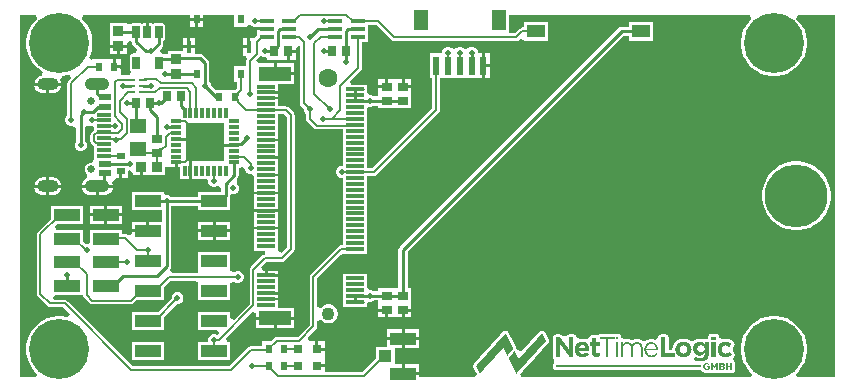
<source format=gtl>
G04*
G04 #@! TF.GenerationSoftware,Altium Limited,Altium Designer,24.9.1 (31)*
G04*
G04 Layer_Physical_Order=1*
G04 Layer_Color=255*
%FSLAX25Y25*%
%MOIN*%
G70*
G04*
G04 #@! TF.SameCoordinates,6CE62DF4-74A3-4477-B2B1-5A016BC00F72*
G04*
G04*
G04 #@! TF.FilePolarity,Positive*
G04*
G01*
G75*
%ADD13R,0.01772X0.03937*%
%ADD14R,0.02362X0.03150*%
%ADD15R,0.06102X0.01181*%
%ADD16R,0.10827X0.04724*%
%ADD17R,0.04724X0.01575*%
%ADD18R,0.02953X0.03543*%
%ADD19R,0.05906X0.04331*%
%ADD20R,0.04724X0.07087*%
%ADD21R,0.02362X0.06102*%
%ADD22R,0.04134X0.03937*%
%ADD23R,0.08661X0.04134*%
%ADD24R,0.03543X0.02953*%
%ADD25R,0.08740X0.04016*%
%ADD26R,0.08819X0.04000*%
G04:AMPARAMS|DCode=27|XSize=43.31mil|YSize=23.62mil|CornerRadius=2.01mil|HoleSize=0mil|Usage=FLASHONLY|Rotation=270.000|XOffset=0mil|YOffset=0mil|HoleType=Round|Shape=RoundedRectangle|*
%AMROUNDEDRECTD27*
21,1,0.04331,0.01961,0,0,270.0*
21,1,0.03929,0.02362,0,0,270.0*
1,1,0.00402,-0.00980,-0.01965*
1,1,0.00402,-0.00980,0.01965*
1,1,0.00402,0.00980,0.01965*
1,1,0.00402,0.00980,-0.01965*
%
%ADD27ROUNDEDRECTD27*%
%ADD28R,0.03543X0.03347*%
%ADD29R,0.03347X0.01181*%
%ADD30R,0.01181X0.03347*%
%ADD31R,0.03347X0.03543*%
%ADD32R,0.05787X0.05059*%
%ADD33R,0.03937X0.02362*%
%ADD34R,0.04528X0.01181*%
%ADD35R,0.03150X0.02362*%
%ADD36R,0.02559X0.01063*%
%ADD37R,0.12598X0.12598*%
%ADD38R,0.03150X0.03150*%
%ADD50C,0.06299*%
%ADD51C,0.04331*%
%ADD53C,0.02559*%
G04:AMPARAMS|DCode=54|XSize=39.37mil|YSize=82.68mil|CornerRadius=19.68mil|HoleSize=0mil|Usage=FLASHONLY|Rotation=270.000|XOffset=0mil|YOffset=0mil|HoleType=Round|Shape=RoundedRectangle|*
%AMROUNDEDRECTD54*
21,1,0.03937,0.04331,0,0,270.0*
21,1,0.00000,0.08268,0,0,270.0*
1,1,0.03937,-0.02165,0.00000*
1,1,0.03937,-0.02165,0.00000*
1,1,0.03937,0.02165,0.00000*
1,1,0.03937,0.02165,0.00000*
%
%ADD54ROUNDEDRECTD54*%
G04:AMPARAMS|DCode=55|XSize=39.37mil|YSize=70.87mil|CornerRadius=19.68mil|HoleSize=0mil|Usage=FLASHONLY|Rotation=270.000|XOffset=0mil|YOffset=0mil|HoleType=Round|Shape=RoundedRectangle|*
%AMROUNDEDRECTD55*
21,1,0.03937,0.03150,0,0,270.0*
21,1,0.00000,0.07087,0,0,270.0*
1,1,0.03937,-0.01575,0.00000*
1,1,0.03937,-0.01575,0.00000*
1,1,0.03937,0.01575,0.00000*
1,1,0.03937,0.01575,0.00000*
%
%ADD55ROUNDEDRECTD55*%
%ADD56C,0.20000*%
%ADD57C,0.00500*%
%ADD58C,0.01000*%
%ADD59C,0.20866*%
%ADD60C,0.01968*%
G36*
X73213Y118685D02*
X77575D01*
Y119135D01*
X78179Y119412D01*
X78756Y119497D01*
X79191Y119062D01*
X79920Y118760D01*
X80693D01*
Y118610D01*
X84055D01*
Y117610D01*
X80693D01*
Y116041D01*
X79937Y115173D01*
X78551D01*
Y112205D01*
X78051D01*
Y111705D01*
X76165D01*
Y109236D01*
X77031D01*
X77368Y108055D01*
X77204Y107810D01*
X77107Y107323D01*
Y105724D01*
X73213D01*
Y100575D01*
X74119D01*
Y98362D01*
X73607Y97850D01*
X71244D01*
Y97850D01*
X70488D01*
Y97850D01*
X66911D01*
X65370Y99391D01*
Y99607D01*
X65068Y100337D01*
X64915Y100489D01*
Y106693D01*
X64799Y107278D01*
X64467Y107774D01*
X62893Y109349D01*
X62396Y109681D01*
X61811Y109797D01*
X60055D01*
Y111705D01*
X58169D01*
X56283D01*
Y110744D01*
X51165D01*
Y109600D01*
X49904D01*
X49889Y109623D01*
X49492Y109888D01*
X49024Y109981D01*
X48854D01*
X48364Y111162D01*
X49125Y111922D01*
X49456Y112419D01*
X49573Y113004D01*
Y113987D01*
X49889Y114198D01*
X50155Y114595D01*
X50248Y115064D01*
Y118993D01*
X50155Y119462D01*
X49889Y119859D01*
X49492Y120124D01*
X49024Y120217D01*
X47063D01*
X46594Y120124D01*
X46197Y119859D01*
X46149D01*
X45752Y120124D01*
X45283Y120217D01*
X44803D01*
Y117028D01*
X43803D01*
Y120217D01*
X43323D01*
X42854Y120124D01*
X42457Y119859D01*
X42409D01*
X42012Y120124D01*
X41543Y120217D01*
X39583D01*
X39114Y120124D01*
X38717Y119859D01*
X38598Y119682D01*
X37504Y119843D01*
X37417Y119878D01*
Y120193D01*
X31874D01*
Y114847D01*
Y112902D01*
X34646D01*
X37417D01*
Y113268D01*
X38598Y113980D01*
X39033Y113768D01*
X39150Y113182D01*
X39481Y112686D01*
X41006Y111162D01*
X40516Y109981D01*
X39583D01*
X39114Y109888D01*
X38717Y109623D01*
X38451Y109225D01*
X38358Y108757D01*
Y104828D01*
X38451Y104359D01*
X38717Y103962D01*
X38819Y103894D01*
X38468Y102713D01*
X36699D01*
Y102713D01*
X35583Y102871D01*
X35449Y102937D01*
X35449Y103637D01*
Y105012D01*
X33268D01*
Y105512D01*
X32768D01*
Y108087D01*
X31512D01*
X30331Y108087D01*
X29906Y108087D01*
X25969D01*
Y107709D01*
X25894Y107660D01*
X25693Y107617D01*
X24896Y108655D01*
X25155Y109163D01*
X25690Y110810D01*
X25961Y112520D01*
Y114251D01*
X25690Y115962D01*
X25155Y117608D01*
X24369Y119151D01*
X23351Y120552D01*
X22446Y121457D01*
X22898Y122638D01*
X58646D01*
Y121760D01*
X60827D01*
X63008D01*
Y122638D01*
X73213D01*
Y118685D01*
D02*
G37*
G36*
X95182Y112271D02*
Y93307D01*
X95279Y92819D01*
X95556Y92406D01*
X96441Y91520D01*
Y90944D01*
X96743Y90215D01*
X97151Y89807D01*
Y88189D01*
X97248Y87701D01*
X97524Y87288D01*
X99823Y84989D01*
X100236Y84712D01*
X100724Y84615D01*
X109531D01*
Y82563D01*
Y78626D01*
Y73528D01*
X109427Y72437D01*
X108637D01*
X107908Y72135D01*
X107350Y71576D01*
X107048Y70847D01*
Y70058D01*
X107350Y69328D01*
X107908Y68770D01*
X108637Y68468D01*
X109427D01*
X109531Y68398D01*
Y62878D01*
Y58941D01*
Y55004D01*
Y51067D01*
Y46058D01*
X108957D01*
X108469Y45961D01*
X108055Y45685D01*
X98752Y36381D01*
X98475Y35967D01*
X98378Y35480D01*
Y19472D01*
X94354Y15448D01*
X87402D01*
X86914Y15351D01*
X86500Y15074D01*
X85418Y13992D01*
X82661D01*
Y12298D01*
X78740D01*
X78252Y12201D01*
X77839Y11925D01*
X71519Y5605D01*
X39504D01*
X17596Y27513D01*
X17183Y27790D01*
X16695Y27887D01*
X13123D01*
X12837Y28299D01*
X13456Y29480D01*
X22751D01*
X22838Y29040D01*
X23114Y28626D01*
X25083Y26658D01*
X25497Y26382D01*
X25984Y26285D01*
X38760D01*
X39248Y26382D01*
X39661Y26658D01*
X40822Y27819D01*
X49760D01*
Y32032D01*
X51886Y34159D01*
X60217D01*
X61264Y33835D01*
X61264Y32978D01*
Y27819D01*
X72004D01*
X72004Y33417D01*
X73173Y33863D01*
X73286Y33751D01*
X74015Y33449D01*
X74804D01*
X75533Y33751D01*
X76092Y34309D01*
X76394Y35038D01*
Y35828D01*
X76092Y36557D01*
X75533Y37115D01*
X74804Y37417D01*
X74015D01*
X73286Y37115D01*
X72045Y37545D01*
X72004Y37819D01*
X72004Y37889D01*
Y43835D01*
X61264D01*
Y37889D01*
X61264Y37819D01*
X61095Y36708D01*
X52352D01*
X51863Y37889D01*
X51869Y37895D01*
X52200Y38391D01*
X52317Y38976D01*
Y59101D01*
X61264D01*
Y57819D01*
X72004D01*
Y62603D01*
X72562Y62976D01*
X73351D01*
X74081Y63279D01*
X74639Y63837D01*
X74941Y64566D01*
Y65355D01*
X74639Y66085D01*
X74245Y66479D01*
X74069Y66971D01*
X74036Y67940D01*
X74310Y68214D01*
X74641Y68710D01*
X74758Y69295D01*
Y71897D01*
X75939Y71998D01*
X76756Y71259D01*
X77058Y70530D01*
X77616Y69971D01*
X78346Y69669D01*
X79135D01*
X79807Y68669D01*
Y63862D01*
Y63862D01*
X83858D01*
X87909D01*
Y65831D01*
Y69012D01*
X83858D01*
Y69767D01*
X87909D01*
Y69768D01*
Y73705D01*
Y74918D01*
X83858D01*
Y75673D01*
X87909D01*
Y77642D01*
Y80823D01*
X83858D01*
Y81578D01*
X87909D01*
Y81579D01*
Y85516D01*
Y89769D01*
X89925D01*
X90851Y88842D01*
Y45309D01*
X89104Y43562D01*
X87912Y44040D01*
X87910Y44177D01*
X87909D01*
Y46146D01*
Y50083D01*
Y51296D01*
X83858D01*
X79807D01*
Y48114D01*
Y44177D01*
X83530D01*
X83556Y43007D01*
X83068Y42910D01*
X82655Y42634D01*
X78717Y38697D01*
X78441Y38283D01*
X78344Y37795D01*
Y26495D01*
X73095Y21245D01*
X72004Y21697D01*
Y23835D01*
X61264D01*
Y17819D01*
X67633D01*
X67814Y17555D01*
X68044Y16638D01*
X67526Y16236D01*
X67043Y16436D01*
X66253D01*
X65524Y16134D01*
X64966Y15576D01*
X64664Y14846D01*
Y14057D01*
X64515Y13835D01*
X61264D01*
Y7819D01*
X72004D01*
Y13835D01*
X70832D01*
X70380Y14926D01*
X79315Y23860D01*
X80496Y23371D01*
Y22252D01*
X86909D01*
X93323D01*
Y25114D01*
X87909D01*
Y27673D01*
X83858D01*
Y28551D01*
X87909D01*
Y29520D01*
X83858D01*
Y30397D01*
X87909D01*
Y30398D01*
Y34335D01*
Y35547D01*
X83858D01*
Y35925D01*
X83358D01*
Y37516D01*
X82685D01*
X82233Y38607D01*
X84084Y40458D01*
X89077D01*
X89565Y40555D01*
X89978Y40831D01*
X93027Y43880D01*
X93304Y44293D01*
X93401Y44781D01*
Y89370D01*
X93304Y89858D01*
X93027Y90271D01*
X91354Y91944D01*
X90940Y92221D01*
X90453Y92318D01*
X87909D01*
Y94603D01*
X83858D01*
Y95480D01*
X87909D01*
Y96449D01*
X83858D01*
Y97326D01*
X87909D01*
Y99886D01*
X93323D01*
Y102748D01*
X86909D01*
Y103248D01*
X86409D01*
Y106610D01*
X81142D01*
X80653Y107791D01*
X81610Y108749D01*
X82341Y108948D01*
X83070Y108646D01*
X83859D01*
X84138Y108459D01*
Y107858D01*
X90839D01*
Y110630D01*
X91339D01*
Y111130D01*
X93815D01*
Y111761D01*
X94996Y112394D01*
X95182Y112271D01*
D02*
G37*
G36*
X273622Y1969D02*
X260868D01*
X260511Y2652D01*
X260438Y3150D01*
X261540Y4251D01*
X262558Y5652D01*
X263344Y7195D01*
X263879Y8841D01*
X264150Y10552D01*
Y12283D01*
X263879Y13993D01*
X263344Y15640D01*
X262558Y17183D01*
X261540Y18583D01*
X260316Y19808D01*
X258915Y20825D01*
X257372Y21611D01*
X255726Y22147D01*
X254015Y22417D01*
X252284D01*
X250574Y22147D01*
X248927Y21611D01*
X247384Y20825D01*
X245984Y19808D01*
X244759Y18583D01*
X243742Y17183D01*
X242955Y15640D01*
X242421Y13993D01*
X242150Y12283D01*
Y10552D01*
X242421Y8841D01*
X242955Y7195D01*
X243742Y5652D01*
X244759Y4251D01*
X245861Y3150D01*
X245788Y2652D01*
X245431Y1969D01*
X169165D01*
X169109Y2007D01*
X168801Y2474D01*
X168629Y3095D01*
X168638Y3139D01*
X168650Y3157D01*
X168669Y3170D01*
X168681Y3188D01*
X168699Y3200D01*
X168712Y3218D01*
X168730Y3231D01*
X168742Y3249D01*
X168761Y3261D01*
X168773Y3280D01*
X168791Y3292D01*
X168804Y3310D01*
X168822Y3323D01*
X168834Y3341D01*
X168852Y3353D01*
X168926Y3464D01*
X168944Y3476D01*
X168957Y3494D01*
X168975Y3506D01*
X168987Y3525D01*
X169006Y3537D01*
X169018Y3555D01*
X169036Y3568D01*
X169049Y3586D01*
X169067Y3598D01*
X169079Y3617D01*
X169098Y3629D01*
X169110Y3647D01*
X169128Y3660D01*
X169202Y3770D01*
X169220Y3782D01*
X169232Y3801D01*
X169251Y3813D01*
X169263Y3831D01*
X169281Y3843D01*
X169294Y3862D01*
X169312Y3874D01*
X169324Y3892D01*
X169343Y3905D01*
X169355Y3923D01*
X169373Y3935D01*
X169386Y3954D01*
X169404Y3966D01*
X169416Y3984D01*
X169434Y3997D01*
X169508Y4107D01*
X169526Y4119D01*
X169539Y4138D01*
X169557Y4150D01*
X169569Y4168D01*
X169588Y4180D01*
X169600Y4199D01*
X169618Y4211D01*
X169631Y4229D01*
X169649Y4242D01*
X169661Y4260D01*
X169680Y4272D01*
X169692Y4291D01*
X169710Y4303D01*
X169722Y4321D01*
X169741Y4334D01*
X169815Y4444D01*
X169833Y4456D01*
X169845Y4474D01*
X169863Y4487D01*
X169876Y4505D01*
X169894Y4517D01*
X169906Y4536D01*
X169925Y4548D01*
X169937Y4566D01*
X169955Y4579D01*
X169968Y4597D01*
X169986Y4609D01*
X169998Y4628D01*
X170017Y4640D01*
X170090Y4750D01*
X170108Y4762D01*
X170121Y4781D01*
X170139Y4793D01*
X170151Y4811D01*
X170170Y4824D01*
X170182Y4842D01*
X170200Y4854D01*
X170213Y4873D01*
X170231Y4885D01*
X170243Y4903D01*
X170262Y4916D01*
X170274Y4934D01*
X170292Y4946D01*
X170305Y4965D01*
X170323Y4977D01*
X170397Y5087D01*
X170415Y5099D01*
X170427Y5118D01*
X170446Y5130D01*
X170458Y5148D01*
X170476Y5161D01*
X170488Y5179D01*
X170507Y5191D01*
X170519Y5210D01*
X170537Y5222D01*
X170550Y5240D01*
X170568Y5253D01*
X170580Y5271D01*
X170599Y5283D01*
X170611Y5302D01*
X170629Y5314D01*
X170703Y5424D01*
X170721Y5436D01*
X170733Y5455D01*
X170752Y5467D01*
X170764Y5485D01*
X170782Y5498D01*
X170795Y5516D01*
X170813Y5528D01*
X170825Y5547D01*
X170844Y5559D01*
X170856Y5577D01*
X170874Y5590D01*
X170887Y5608D01*
X170905Y5620D01*
X170979Y5731D01*
X170997Y5743D01*
X171009Y5761D01*
X171028Y5773D01*
X171040Y5792D01*
X171058Y5804D01*
X171070Y5822D01*
X171089Y5835D01*
X171101Y5853D01*
X171119Y5865D01*
X171132Y5884D01*
X171150Y5896D01*
X171162Y5914D01*
X171181Y5926D01*
X171193Y5945D01*
X171211Y5957D01*
X171285Y6068D01*
X171303Y6080D01*
X171316Y6098D01*
X171334Y6110D01*
X171346Y6129D01*
X171364Y6141D01*
X171377Y6159D01*
X171395Y6172D01*
X171407Y6190D01*
X171426Y6202D01*
X171438Y6221D01*
X171456Y6233D01*
X171469Y6251D01*
X171487Y6263D01*
X171499Y6282D01*
X171518Y6294D01*
X171591Y6404D01*
X171609Y6417D01*
X171622Y6435D01*
X171640Y6447D01*
X171652Y6466D01*
X171671Y6478D01*
X171683Y6496D01*
X171701Y6509D01*
X171714Y6527D01*
X171732Y6539D01*
X171744Y6558D01*
X171763Y6570D01*
X171775Y6588D01*
X171793Y6600D01*
X171867Y6711D01*
X171885Y6723D01*
X171897Y6741D01*
X171916Y6754D01*
X171928Y6772D01*
X171947Y6784D01*
X171959Y6803D01*
X171977Y6815D01*
X171989Y6833D01*
X172008Y6846D01*
X172020Y6864D01*
X172038Y6876D01*
X172051Y6894D01*
X172069Y6907D01*
X172081Y6925D01*
X172100Y6937D01*
X172173Y7048D01*
X172192Y7060D01*
X172204Y7078D01*
X172222Y7091D01*
X172234Y7109D01*
X172253Y7121D01*
X172265Y7140D01*
X172283Y7152D01*
X172296Y7170D01*
X172314Y7182D01*
X172326Y7201D01*
X172345Y7213D01*
X172357Y7231D01*
X172375Y7244D01*
X172388Y7262D01*
X172406Y7274D01*
X172480Y7385D01*
X172498Y7397D01*
X172510Y7415D01*
X172529Y7428D01*
X172541Y7446D01*
X172559Y7458D01*
X172571Y7476D01*
X172590Y7489D01*
X172602Y7507D01*
X172620Y7519D01*
X172633Y7538D01*
X172651Y7550D01*
X172663Y7568D01*
X172682Y7581D01*
X172756Y7691D01*
X172774Y7703D01*
X172786Y7722D01*
X172804Y7734D01*
X172817Y7752D01*
X172835Y7764D01*
X172847Y7783D01*
X172865Y7795D01*
X172878Y7813D01*
X172896Y7826D01*
X172908Y7844D01*
X172927Y7856D01*
X172939Y7875D01*
X172957Y7887D01*
X172970Y7905D01*
X172988Y7918D01*
X173062Y8028D01*
X173080Y8040D01*
X173092Y8059D01*
X173111Y8071D01*
X173123Y8089D01*
X173141Y8101D01*
X173153Y8120D01*
X173172Y8132D01*
X173184Y8151D01*
X173203Y8163D01*
X173215Y8181D01*
X173233Y8193D01*
X173245Y8212D01*
X173264Y8224D01*
X173276Y8242D01*
X173294Y8255D01*
X173368Y8365D01*
X173386Y8377D01*
X173398Y8395D01*
X173417Y8408D01*
X173429Y8426D01*
X173448Y8438D01*
X173460Y8457D01*
X173478Y8469D01*
X173490Y8487D01*
X173509Y8500D01*
X173521Y8518D01*
X173539Y8530D01*
X173552Y8549D01*
X173570Y8561D01*
X173644Y8671D01*
X173662Y8683D01*
X173674Y8702D01*
X173693Y8714D01*
X173705Y8732D01*
X173723Y8745D01*
X173735Y8763D01*
X173754Y8775D01*
X173766Y8794D01*
X173784Y8806D01*
X173797Y8824D01*
X173815Y8837D01*
X173827Y8855D01*
X173846Y8867D01*
X173858Y8886D01*
X173876Y8898D01*
X173950Y9008D01*
X173968Y9020D01*
X173980Y9039D01*
X173999Y9051D01*
X174011Y9070D01*
X174030Y9082D01*
X174042Y9100D01*
X174060Y9112D01*
X174073Y9131D01*
X174091Y9143D01*
X174103Y9161D01*
X174121Y9174D01*
X174134Y9192D01*
X174152Y9204D01*
X174226Y9315D01*
X174244Y9327D01*
X174256Y9345D01*
X174275Y9357D01*
X174287Y9376D01*
X174305Y9388D01*
X174318Y9406D01*
X174336Y9419D01*
X174348Y9437D01*
X174366Y9449D01*
X174379Y9468D01*
X174397Y9480D01*
X174409Y9498D01*
X174428Y9511D01*
X174440Y9529D01*
X174458Y9541D01*
X174532Y9652D01*
X174550Y9664D01*
X174563Y9682D01*
X174581Y9694D01*
X174593Y9713D01*
X174612Y9725D01*
X174624Y9743D01*
X174642Y9756D01*
X174654Y9774D01*
X174673Y9786D01*
X174685Y9805D01*
X174704Y9817D01*
X174716Y9835D01*
X174734Y9848D01*
X174746Y9866D01*
X174765Y9878D01*
X174838Y9989D01*
X174857Y10001D01*
X174869Y10019D01*
X174887Y10031D01*
X174900Y10050D01*
X174918Y10062D01*
X174930Y10080D01*
X174949Y10093D01*
X174961Y10111D01*
X174979Y10123D01*
X174992Y10142D01*
X175010Y10154D01*
X175022Y10172D01*
X175040Y10185D01*
X175114Y10295D01*
X175132Y10307D01*
X175145Y10325D01*
X175163Y10338D01*
X175175Y10356D01*
X175194Y10368D01*
X175206Y10387D01*
X175224Y10399D01*
X175237Y10417D01*
X175255Y10430D01*
X175267Y10448D01*
X175285Y10460D01*
X175298Y10479D01*
X175316Y10491D01*
X175328Y10509D01*
X175347Y10521D01*
X175421Y10632D01*
X175439Y10644D01*
X175451Y10662D01*
X175469Y10675D01*
X175482Y10693D01*
X175500Y10705D01*
X175512Y10724D01*
X175531Y10736D01*
X175543Y10754D01*
X175561Y10767D01*
X175574Y10785D01*
X175592Y10797D01*
X175604Y10816D01*
X175622Y10828D01*
X175635Y10846D01*
X175653Y10859D01*
X175727Y10969D01*
X175745Y10981D01*
X175757Y10999D01*
X175776Y11012D01*
X175788Y11030D01*
X175806Y11042D01*
X175819Y11061D01*
X175837Y11073D01*
X175849Y11091D01*
X175868Y11103D01*
X175880Y11122D01*
X175898Y11134D01*
X175910Y11152D01*
X175929Y11165D01*
X176003Y11275D01*
X176021Y11287D01*
X176033Y11306D01*
X176051Y11318D01*
X176064Y11336D01*
X176082Y11349D01*
X176094Y11367D01*
X176113Y11379D01*
X176125Y11398D01*
X176143Y11410D01*
X176155Y11428D01*
X176174Y11440D01*
X176186Y11459D01*
X176205Y11471D01*
X176217Y11490D01*
X176235Y11502D01*
X176309Y11612D01*
X176327Y11624D01*
X176339Y11643D01*
X176358Y11655D01*
X176370Y11673D01*
X176388Y11686D01*
X176401Y11704D01*
X176419Y11716D01*
X176431Y11735D01*
X176450Y11747D01*
X176462Y11765D01*
X176480Y11778D01*
X176493Y11796D01*
X176511Y11808D01*
X176523Y11827D01*
X176541Y11839D01*
X176615Y11949D01*
X176633Y11961D01*
X176646Y11980D01*
X176664Y11992D01*
X176676Y12010D01*
X176695Y12022D01*
X176707Y12041D01*
X176725Y12053D01*
X176738Y12071D01*
X176756Y12084D01*
X176768Y12102D01*
X176787Y12114D01*
X176799Y12133D01*
X176817Y12145D01*
X176891Y12256D01*
X176909Y12268D01*
X176921Y12286D01*
X176940Y12298D01*
X176952Y12317D01*
X176970Y12329D01*
X176983Y12347D01*
X177001Y12359D01*
X177013Y12378D01*
X177032Y12390D01*
X177044Y12409D01*
X177062Y12421D01*
X177075Y12439D01*
X177093Y12451D01*
X177105Y12470D01*
X177123Y12482D01*
X177197Y12593D01*
X177215Y12605D01*
X177228Y12623D01*
X177246Y12635D01*
X177258Y12654D01*
X177277Y12666D01*
X177289Y12684D01*
X177307Y12697D01*
X177320Y12715D01*
X177338Y12727D01*
X177350Y12745D01*
X177369Y12758D01*
X177381Y12776D01*
X177399Y12788D01*
X177411Y12807D01*
X177430Y12819D01*
X177504Y12929D01*
X177522Y12942D01*
X177534Y12960D01*
X177552Y12972D01*
X177565Y12991D01*
X177583Y13003D01*
X177595Y13021D01*
X177614Y13033D01*
X177626Y13052D01*
X177644Y13064D01*
X177657Y13082D01*
X177675Y13095D01*
X177687Y13113D01*
X177706Y13125D01*
X177779Y13236D01*
X177797Y13248D01*
X177810Y13266D01*
X177828Y13279D01*
X177840Y13297D01*
X177859Y13309D01*
X177871Y13328D01*
X177889Y13340D01*
X177902Y13358D01*
X177920Y13370D01*
X177920Y13371D01*
X178141Y13701D01*
X178219Y14091D01*
Y14122D01*
X178141Y14512D01*
X178141Y14512D01*
X178133Y14525D01*
X178080Y14604D01*
X178080Y14604D01*
X178053Y14643D01*
X178049Y14665D01*
X178023Y14705D01*
X178018Y14727D01*
X177992Y14766D01*
X177988Y14788D01*
X177962Y14827D01*
X177957Y14849D01*
X177931Y14888D01*
X177927Y14910D01*
X177900Y14950D01*
X177896Y14972D01*
X177835Y15063D01*
X177835Y15064D01*
X177808Y15103D01*
X177804Y15125D01*
X177778Y15164D01*
X177773Y15186D01*
X177747Y15225D01*
X177743Y15247D01*
X177717Y15287D01*
X177712Y15309D01*
X177686Y15348D01*
X177682Y15370D01*
X177655Y15409D01*
X177651Y15431D01*
X177590Y15523D01*
X177590Y15523D01*
X177563Y15562D01*
X177559Y15584D01*
X177533Y15624D01*
X177528Y15646D01*
X177502Y15685D01*
X177498Y15707D01*
X177471Y15746D01*
X177467Y15768D01*
X177441Y15808D01*
X177436Y15829D01*
X177410Y15869D01*
X177406Y15891D01*
X177345Y15982D01*
X177345Y15983D01*
X177318Y16022D01*
X177314Y16044D01*
X177288Y16083D01*
X177283Y16105D01*
X177257Y16144D01*
X177253Y16166D01*
X177226Y16206D01*
X177222Y16228D01*
X177196Y16267D01*
X177191Y16289D01*
X177165Y16328D01*
X177161Y16350D01*
X177100Y16442D01*
X177100Y16442D01*
X177073Y16481D01*
X177069Y16503D01*
X177043Y16543D01*
X177038Y16565D01*
X177012Y16604D01*
X177008Y16626D01*
X176981Y16665D01*
X176977Y16687D01*
X176951Y16726D01*
X176946Y16748D01*
X176920Y16788D01*
X176916Y16810D01*
X176855Y16901D01*
X176854Y16902D01*
X176828Y16941D01*
X176824Y16963D01*
X176603Y17294D01*
X176584Y17306D01*
X176572Y17324D01*
X176241Y17545D01*
X175851Y17623D01*
X175821D01*
X175430Y17545D01*
X175100Y17324D01*
X175087Y17306D01*
X175069Y17294D01*
X175057Y17275D01*
X175038Y17263D01*
X174964Y17153D01*
X174946Y17141D01*
X174934Y17122D01*
X174916Y17110D01*
X174904Y17091D01*
X174885Y17079D01*
X174873Y17061D01*
X174855Y17049D01*
X174842Y17030D01*
X174824Y17018D01*
X174812Y17000D01*
X174793Y16987D01*
X174781Y16969D01*
X174763Y16957D01*
X174750Y16938D01*
X174732Y16926D01*
X174658Y16816D01*
X174640Y16804D01*
X174628Y16785D01*
X174609Y16773D01*
X174597Y16755D01*
X174579Y16742D01*
X174566Y16724D01*
X174548Y16712D01*
X174536Y16693D01*
X174518Y16681D01*
X174505Y16663D01*
X174487Y16650D01*
X174475Y16632D01*
X174456Y16620D01*
X174444Y16601D01*
X174426Y16589D01*
X174352Y16479D01*
X174334Y16466D01*
X174321Y16448D01*
X174303Y16436D01*
X174291Y16418D01*
X174273Y16405D01*
X174260Y16387D01*
X174242Y16375D01*
X174230Y16356D01*
X174211Y16344D01*
X174199Y16326D01*
X174181Y16313D01*
X174168Y16295D01*
X174150Y16283D01*
X174138Y16264D01*
X174119Y16252D01*
X174046Y16142D01*
X174027Y16130D01*
X174015Y16111D01*
X173997Y16099D01*
X173985Y16081D01*
X173966Y16068D01*
X173954Y16050D01*
X173935Y16038D01*
X173923Y16019D01*
X173905Y16007D01*
X173893Y15989D01*
X173874Y15976D01*
X173862Y15958D01*
X173844Y15946D01*
X173831Y15927D01*
X173813Y15915D01*
X173739Y15805D01*
X173721Y15793D01*
X173709Y15774D01*
X173690Y15762D01*
X173678Y15744D01*
X173660Y15731D01*
X173647Y15713D01*
X173629Y15701D01*
X173617Y15682D01*
X173599Y15670D01*
X173586Y15652D01*
X173568Y15639D01*
X173556Y15621D01*
X173537Y15609D01*
X173525Y15590D01*
X173507Y15578D01*
X173433Y15468D01*
X173415Y15456D01*
X173403Y15437D01*
X173384Y15425D01*
X173372Y15407D01*
X173354Y15394D01*
X173341Y15376D01*
X173323Y15364D01*
X173311Y15345D01*
X173292Y15333D01*
X173280Y15315D01*
X173262Y15303D01*
X173249Y15284D01*
X173231Y15272D01*
X173157Y15161D01*
X173139Y15149D01*
X173127Y15131D01*
X173108Y15119D01*
X173096Y15100D01*
X173078Y15088D01*
X173065Y15070D01*
X173047Y15057D01*
X173035Y15039D01*
X173017Y15027D01*
X173004Y15008D01*
X172986Y14996D01*
X172974Y14978D01*
X172955Y14965D01*
X172943Y14947D01*
X172925Y14935D01*
X172851Y14824D01*
X172833Y14812D01*
X172820Y14794D01*
X172802Y14782D01*
X172790Y14763D01*
X172771Y14751D01*
X172759Y14733D01*
X172741Y14720D01*
X172729Y14702D01*
X172710Y14690D01*
X172698Y14671D01*
X172679Y14659D01*
X172667Y14641D01*
X172649Y14628D01*
X172637Y14610D01*
X172618Y14598D01*
X172545Y14488D01*
X172526Y14475D01*
X172514Y14457D01*
X172496Y14445D01*
X172484Y14426D01*
X172465Y14414D01*
X172453Y14396D01*
X172434Y14383D01*
X172422Y14365D01*
X172404Y14353D01*
X172392Y14334D01*
X172373Y14322D01*
X172361Y14304D01*
X172343Y14292D01*
X172330Y14273D01*
X172312Y14261D01*
X172238Y14151D01*
X172220Y14138D01*
X172208Y14120D01*
X172189Y14108D01*
X172177Y14089D01*
X172159Y14077D01*
X172146Y14059D01*
X172128Y14047D01*
X172116Y14028D01*
X172098Y14016D01*
X172085Y13997D01*
X172067Y13985D01*
X172055Y13967D01*
X172036Y13955D01*
X172024Y13936D01*
X172006Y13924D01*
X171932Y13814D01*
X171914Y13801D01*
X171901Y13783D01*
X171883Y13771D01*
X171871Y13752D01*
X171852Y13740D01*
X171840Y13722D01*
X171822Y13710D01*
X171809Y13691D01*
X171791Y13679D01*
X171779Y13660D01*
X171760Y13648D01*
X171748Y13630D01*
X171730Y13618D01*
X171718Y13599D01*
X171699Y13587D01*
X171625Y13477D01*
X171607Y13465D01*
X171595Y13446D01*
X171577Y13434D01*
X171564Y13416D01*
X171546Y13403D01*
X171534Y13385D01*
X171516Y13373D01*
X171503Y13354D01*
X171485Y13342D01*
X171473Y13324D01*
X171454Y13311D01*
X171442Y13293D01*
X171424Y13281D01*
X171350Y13170D01*
X171332Y13158D01*
X171319Y13140D01*
X171301Y13127D01*
X171289Y13109D01*
X171270Y13097D01*
X171258Y13079D01*
X171240Y13066D01*
X171228Y13048D01*
X171209Y13036D01*
X171197Y13017D01*
X171178Y13005D01*
X171166Y12987D01*
X171148Y12974D01*
X171136Y12956D01*
X171117Y12944D01*
X171043Y12833D01*
X171025Y12821D01*
X171013Y12803D01*
X170995Y12790D01*
X170982Y12772D01*
X170964Y12760D01*
X170952Y12742D01*
X170933Y12729D01*
X170921Y12711D01*
X170903Y12699D01*
X170890Y12680D01*
X170872Y12668D01*
X170860Y12650D01*
X170842Y12637D01*
X170829Y12619D01*
X170811Y12607D01*
X170737Y12496D01*
X170719Y12484D01*
X170707Y12466D01*
X170688Y12454D01*
X170676Y12435D01*
X170658Y12423D01*
X170645Y12405D01*
X170627Y12392D01*
X170615Y12374D01*
X170597Y12362D01*
X170584Y12343D01*
X170566Y12331D01*
X170554Y12313D01*
X170535Y12300D01*
X170523Y12282D01*
X170505Y12270D01*
X170431Y12159D01*
X170413Y12147D01*
X170400Y12129D01*
X170382Y12117D01*
X170370Y12098D01*
X170351Y12086D01*
X170339Y12068D01*
X170321Y12055D01*
X170308Y12037D01*
X170290Y12025D01*
X170278Y12006D01*
X170259Y11994D01*
X170247Y11976D01*
X170229Y11963D01*
X170217Y11945D01*
X170198Y11933D01*
X170124Y11822D01*
X170106Y11810D01*
X170094Y11792D01*
X170076Y11780D01*
X170063Y11761D01*
X170045Y11749D01*
X170033Y11731D01*
X170014Y11718D01*
X170002Y11700D01*
X169984Y11688D01*
X169972Y11669D01*
X169953Y11657D01*
X169941Y11639D01*
X169922Y11626D01*
X169849Y11516D01*
X169831Y11504D01*
X169818Y11486D01*
X169800Y11473D01*
X169788Y11455D01*
X169769Y11443D01*
X169757Y11424D01*
X169739Y11412D01*
X169726Y11394D01*
X169708Y11381D01*
X169696Y11363D01*
X169677Y11351D01*
X169665Y11332D01*
X169647Y11320D01*
X169634Y11302D01*
X169616Y11289D01*
X169542Y11179D01*
X169524Y11167D01*
X169512Y11149D01*
X169494Y11136D01*
X169481Y11118D01*
X169463Y11106D01*
X169451Y11087D01*
X169432Y11075D01*
X169420Y11057D01*
X169402Y11044D01*
X169389Y11026D01*
X169371Y11014D01*
X169359Y10995D01*
X169341Y10983D01*
X169328Y10965D01*
X169310Y10953D01*
X169236Y10842D01*
X169218Y10830D01*
X169206Y10812D01*
X169189Y10801D01*
X169130Y10762D01*
X168817Y10697D01*
X168486Y10788D01*
X167726Y11051D01*
X167505Y11381D01*
X167486Y11394D01*
X167474Y11412D01*
X167374Y11479D01*
Y11518D01*
X167297Y11908D01*
X167271Y11948D01*
X167266Y11970D01*
X167240Y12009D01*
X167236Y12031D01*
X167209Y12070D01*
X167205Y12092D01*
X167179Y12131D01*
X167174Y12153D01*
X167148Y12193D01*
X167144Y12215D01*
X167082Y12306D01*
X167082Y12307D01*
X167056Y12346D01*
X167052Y12368D01*
X167025Y12407D01*
X167021Y12429D01*
X166995Y12468D01*
X166990Y12490D01*
X166964Y12530D01*
X166960Y12552D01*
X166934Y12591D01*
X166929Y12613D01*
X166903Y12652D01*
X166899Y12674D01*
X166872Y12713D01*
X166868Y12735D01*
X166842Y12775D01*
X166837Y12797D01*
X166811Y12836D01*
X166807Y12858D01*
X166745Y12950D01*
X166745Y12950D01*
X166719Y12989D01*
X166715Y13011D01*
X166689Y13050D01*
X166684Y13072D01*
X166658Y13112D01*
X166654Y13134D01*
X166627Y13173D01*
X166623Y13195D01*
X166597Y13234D01*
X166592Y13256D01*
X166566Y13295D01*
X166562Y13318D01*
X166535Y13357D01*
X166531Y13379D01*
X166505Y13418D01*
X166500Y13440D01*
X166474Y13479D01*
X166470Y13501D01*
X166409Y13593D01*
X166408Y13593D01*
X166382Y13633D01*
X166378Y13654D01*
X166351Y13694D01*
X166347Y13716D01*
X166321Y13755D01*
X166316Y13777D01*
X166290Y13816D01*
X166286Y13838D01*
X166260Y13878D01*
X166255Y13900D01*
X166229Y13939D01*
X166225Y13961D01*
X166198Y14000D01*
X166194Y14022D01*
X166168Y14061D01*
X166163Y14083D01*
X166137Y14123D01*
X166133Y14145D01*
X166106Y14184D01*
X166102Y14206D01*
X166041Y14298D01*
X166041Y14298D01*
X166015Y14337D01*
X166010Y14359D01*
X165984Y14398D01*
X165980Y14420D01*
X165953Y14460D01*
X165949Y14482D01*
X165923Y14521D01*
X165918Y14543D01*
X165892Y14582D01*
X165888Y14604D01*
X165861Y14643D01*
X165857Y14665D01*
X165831Y14705D01*
X165826Y14727D01*
X165800Y14766D01*
X165796Y14788D01*
X165770Y14827D01*
X165765Y14849D01*
X165704Y14941D01*
X165704Y14941D01*
X165678Y14980D01*
X165673Y15002D01*
X165647Y15042D01*
X165643Y15064D01*
X165616Y15103D01*
X165612Y15125D01*
X165586Y15164D01*
X165581Y15186D01*
X165555Y15225D01*
X165551Y15247D01*
X165524Y15287D01*
X165520Y15309D01*
X165494Y15348D01*
X165489Y15370D01*
X165463Y15409D01*
X165459Y15431D01*
X165433Y15471D01*
X165428Y15493D01*
X165367Y15584D01*
X165367Y15584D01*
X165341Y15624D01*
X165336Y15646D01*
X165310Y15685D01*
X165306Y15707D01*
X165279Y15746D01*
X165275Y15768D01*
X165249Y15808D01*
X165244Y15829D01*
X165218Y15869D01*
X165214Y15891D01*
X165188Y15930D01*
X165183Y15952D01*
X165157Y15991D01*
X165152Y16013D01*
X165126Y16052D01*
X165122Y16074D01*
X165096Y16114D01*
X165091Y16136D01*
X165030Y16227D01*
X165030Y16228D01*
X165004Y16267D01*
X164999Y16289D01*
X164973Y16328D01*
X164969Y16350D01*
X164942Y16389D01*
X164938Y16411D01*
X164912Y16451D01*
X164907Y16473D01*
X164881Y16512D01*
X164877Y16534D01*
X164850Y16573D01*
X164846Y16595D01*
X164820Y16635D01*
X164815Y16657D01*
X164789Y16696D01*
X164785Y16718D01*
X164759Y16757D01*
X164754Y16779D01*
X164728Y16818D01*
X164724Y16840D01*
X164662Y16932D01*
X164662Y16932D01*
X164441Y17263D01*
X164423Y17275D01*
X164411Y17294D01*
X164080Y17515D01*
X163690Y17592D01*
X163659D01*
X163269Y17515D01*
X162938Y17294D01*
X162926Y17275D01*
X162908Y17263D01*
X162895Y17245D01*
X162877Y17232D01*
X162865Y17214D01*
X162846Y17202D01*
X162834Y17183D01*
X162816Y17171D01*
X162803Y17153D01*
X162785Y17141D01*
X162773Y17122D01*
X162754Y17110D01*
X162742Y17091D01*
X162724Y17079D01*
X162711Y17061D01*
X162693Y17049D01*
X162619Y16938D01*
X162601Y16926D01*
X162589Y16908D01*
X162571Y16895D01*
X162558Y16877D01*
X162540Y16865D01*
X162528Y16846D01*
X162509Y16834D01*
X162497Y16816D01*
X162479Y16804D01*
X162466Y16785D01*
X162448Y16773D01*
X162436Y16755D01*
X162417Y16742D01*
X162405Y16724D01*
X162387Y16712D01*
X162313Y16601D01*
X162295Y16589D01*
X162283Y16571D01*
X162264Y16558D01*
X162252Y16540D01*
X162233Y16528D01*
X162221Y16509D01*
X162203Y16497D01*
X162191Y16479D01*
X162172Y16466D01*
X162160Y16448D01*
X162142Y16436D01*
X162129Y16418D01*
X162111Y16405D01*
X162099Y16387D01*
X162080Y16375D01*
X162007Y16264D01*
X161988Y16252D01*
X161976Y16234D01*
X161958Y16221D01*
X161946Y16203D01*
X161927Y16191D01*
X161915Y16172D01*
X161897Y16160D01*
X161884Y16142D01*
X161866Y16130D01*
X161854Y16111D01*
X161835Y16099D01*
X161823Y16081D01*
X161805Y16068D01*
X161731Y15958D01*
X161713Y15946D01*
X161700Y15927D01*
X161682Y15915D01*
X161670Y15897D01*
X161652Y15885D01*
X161639Y15866D01*
X161621Y15854D01*
X161609Y15835D01*
X161590Y15823D01*
X161578Y15805D01*
X161560Y15793D01*
X161547Y15774D01*
X161529Y15762D01*
X161517Y15744D01*
X161498Y15731D01*
X161425Y15621D01*
X161406Y15609D01*
X161394Y15590D01*
X161376Y15578D01*
X161364Y15560D01*
X161345Y15548D01*
X161333Y15529D01*
X161314Y15517D01*
X161302Y15498D01*
X161284Y15486D01*
X161272Y15468D01*
X161253Y15456D01*
X161241Y15437D01*
X161223Y15425D01*
X161210Y15407D01*
X161192Y15394D01*
X161118Y15284D01*
X161100Y15272D01*
X161088Y15254D01*
X161070Y15241D01*
X161057Y15223D01*
X161039Y15211D01*
X161027Y15192D01*
X161008Y15180D01*
X160996Y15162D01*
X160978Y15149D01*
X160965Y15131D01*
X160947Y15119D01*
X160935Y15100D01*
X160916Y15088D01*
X160843Y14978D01*
X160824Y14965D01*
X160812Y14947D01*
X160794Y14935D01*
X160782Y14917D01*
X160763Y14904D01*
X160751Y14886D01*
X160732Y14874D01*
X160720Y14855D01*
X160702Y14843D01*
X160690Y14825D01*
X160671Y14812D01*
X160659Y14794D01*
X160641Y14782D01*
X160628Y14763D01*
X160610Y14751D01*
X160536Y14641D01*
X160518Y14628D01*
X160506Y14610D01*
X160487Y14598D01*
X160475Y14580D01*
X160457Y14567D01*
X160444Y14549D01*
X160426Y14537D01*
X160414Y14518D01*
X160396Y14506D01*
X160383Y14488D01*
X160365Y14475D01*
X160353Y14457D01*
X160334Y14445D01*
X160322Y14426D01*
X160304Y14414D01*
X160230Y14304D01*
X160212Y14292D01*
X160199Y14273D01*
X160181Y14261D01*
X160169Y14243D01*
X160151Y14230D01*
X160138Y14212D01*
X160120Y14200D01*
X160108Y14181D01*
X160089Y14169D01*
X160077Y14151D01*
X160059Y14138D01*
X160046Y14120D01*
X160028Y14108D01*
X160016Y14089D01*
X159997Y14077D01*
X159924Y13967D01*
X159905Y13955D01*
X159893Y13936D01*
X159875Y13924D01*
X159862Y13906D01*
X159844Y13893D01*
X159832Y13875D01*
X159813Y13863D01*
X159801Y13844D01*
X159783Y13832D01*
X159771Y13814D01*
X159752Y13801D01*
X159740Y13783D01*
X159722Y13771D01*
X159648Y13660D01*
X159630Y13648D01*
X159617Y13630D01*
X159599Y13618D01*
X159587Y13599D01*
X159568Y13587D01*
X159556Y13569D01*
X159538Y13556D01*
X159526Y13538D01*
X159507Y13526D01*
X159495Y13507D01*
X159476Y13495D01*
X159464Y13477D01*
X159446Y13465D01*
X159434Y13446D01*
X159415Y13434D01*
X159342Y13323D01*
X159323Y13311D01*
X159311Y13293D01*
X159293Y13281D01*
X159281Y13262D01*
X159262Y13250D01*
X159250Y13232D01*
X159231Y13219D01*
X159219Y13201D01*
X159201Y13189D01*
X159189Y13170D01*
X159170Y13158D01*
X159158Y13140D01*
X159140Y13127D01*
X159127Y13109D01*
X159109Y13097D01*
X159035Y12986D01*
X159017Y12974D01*
X159005Y12956D01*
X158986Y12944D01*
X158974Y12925D01*
X158956Y12913D01*
X158943Y12895D01*
X158925Y12882D01*
X158913Y12864D01*
X158895Y12852D01*
X158882Y12833D01*
X158864Y12821D01*
X158852Y12803D01*
X158833Y12790D01*
X158759Y12680D01*
X158741Y12668D01*
X158729Y12650D01*
X158711Y12637D01*
X158698Y12619D01*
X158680Y12607D01*
X158668Y12588D01*
X158649Y12576D01*
X158637Y12558D01*
X158619Y12546D01*
X158607Y12527D01*
X158588Y12515D01*
X158576Y12496D01*
X158557Y12484D01*
X158545Y12466D01*
X158527Y12454D01*
X158453Y12343D01*
X158435Y12331D01*
X158423Y12313D01*
X158404Y12300D01*
X158392Y12282D01*
X158374Y12270D01*
X158361Y12251D01*
X158343Y12239D01*
X158331Y12221D01*
X158312Y12208D01*
X158300Y12190D01*
X158282Y12178D01*
X158270Y12160D01*
X158251Y12147D01*
X158239Y12129D01*
X158221Y12117D01*
X158147Y12006D01*
X158129Y11994D01*
X158116Y11976D01*
X158098Y11963D01*
X158086Y11945D01*
X158067Y11933D01*
X158055Y11914D01*
X158037Y11902D01*
X158025Y11884D01*
X158006Y11872D01*
X157994Y11853D01*
X157975Y11841D01*
X157963Y11823D01*
X157945Y11810D01*
X157933Y11792D01*
X157914Y11780D01*
X157840Y11669D01*
X157822Y11657D01*
X157810Y11639D01*
X157792Y11626D01*
X157779Y11608D01*
X157761Y11596D01*
X157749Y11577D01*
X157730Y11565D01*
X157718Y11547D01*
X157700Y11535D01*
X157687Y11516D01*
X157669Y11504D01*
X157657Y11486D01*
X157639Y11473D01*
X157565Y11363D01*
X157547Y11351D01*
X157534Y11332D01*
X157516Y11320D01*
X157504Y11302D01*
X157485Y11289D01*
X157473Y11271D01*
X157455Y11259D01*
X157442Y11241D01*
X157424Y11228D01*
X157412Y11210D01*
X157394Y11198D01*
X157381Y11179D01*
X157363Y11167D01*
X157351Y11149D01*
X157332Y11136D01*
X157258Y11026D01*
X157240Y11014D01*
X157228Y10995D01*
X157210Y10983D01*
X157197Y10965D01*
X157179Y10953D01*
X157167Y10934D01*
X157148Y10922D01*
X157136Y10904D01*
X157118Y10891D01*
X157106Y10873D01*
X157087Y10861D01*
X157075Y10842D01*
X157056Y10830D01*
X157044Y10812D01*
X157026Y10799D01*
X156952Y10689D01*
X156934Y10677D01*
X156922Y10659D01*
X156903Y10646D01*
X156891Y10628D01*
X156873Y10616D01*
X156860Y10597D01*
X156842Y10585D01*
X156830Y10567D01*
X156811Y10554D01*
X156799Y10536D01*
X156781Y10524D01*
X156769Y10505D01*
X156750Y10493D01*
X156676Y10383D01*
X156658Y10370D01*
X156646Y10352D01*
X156628Y10340D01*
X156615Y10322D01*
X156597Y10309D01*
X156585Y10291D01*
X156566Y10279D01*
X156554Y10260D01*
X156536Y10248D01*
X156524Y10230D01*
X156505Y10217D01*
X156493Y10199D01*
X156474Y10187D01*
X156462Y10168D01*
X156444Y10156D01*
X156370Y10046D01*
X156352Y10034D01*
X156340Y10015D01*
X156321Y10003D01*
X156309Y9984D01*
X156291Y9972D01*
X156278Y9954D01*
X156260Y9942D01*
X156248Y9923D01*
X156229Y9911D01*
X156217Y9893D01*
X156199Y9880D01*
X156186Y9862D01*
X156168Y9850D01*
X156156Y9831D01*
X156138Y9819D01*
X156064Y9709D01*
X156046Y9697D01*
X156033Y9678D01*
X156015Y9666D01*
X156003Y9648D01*
X155984Y9635D01*
X155972Y9617D01*
X155954Y9605D01*
X155941Y9586D01*
X155923Y9574D01*
X155911Y9556D01*
X155892Y9543D01*
X155880Y9525D01*
X155862Y9513D01*
X155788Y9402D01*
X155770Y9390D01*
X155758Y9372D01*
X155739Y9360D01*
X155727Y9341D01*
X155709Y9329D01*
X155696Y9311D01*
X155678Y9298D01*
X155666Y9280D01*
X155647Y9268D01*
X155635Y9249D01*
X155617Y9237D01*
X155604Y9219D01*
X155586Y9206D01*
X155574Y9188D01*
X155555Y9176D01*
X155482Y9065D01*
X155464Y9053D01*
X155451Y9035D01*
X155433Y9023D01*
X155421Y9004D01*
X155402Y8992D01*
X155390Y8974D01*
X155372Y8961D01*
X155359Y8943D01*
X155341Y8931D01*
X155329Y8912D01*
X155310Y8900D01*
X155298Y8882D01*
X155280Y8869D01*
X155268Y8851D01*
X155249Y8839D01*
X155175Y8728D01*
X155157Y8716D01*
X155145Y8698D01*
X155127Y8686D01*
X155114Y8667D01*
X155096Y8655D01*
X155084Y8637D01*
X155065Y8624D01*
X155053Y8606D01*
X155035Y8594D01*
X155022Y8575D01*
X155004Y8563D01*
X154992Y8545D01*
X154973Y8533D01*
X154961Y8514D01*
X154943Y8502D01*
X154869Y8391D01*
X154851Y8379D01*
X154839Y8361D01*
X154820Y8349D01*
X154808Y8330D01*
X154790Y8318D01*
X154777Y8300D01*
X154759Y8287D01*
X154747Y8269D01*
X154728Y8257D01*
X154716Y8238D01*
X154698Y8226D01*
X154685Y8208D01*
X154667Y8196D01*
X154593Y8085D01*
X154575Y8073D01*
X154563Y8055D01*
X154545Y8042D01*
X154532Y8024D01*
X154514Y8012D01*
X154502Y7993D01*
X154483Y7981D01*
X154471Y7963D01*
X154453Y7950D01*
X154440Y7932D01*
X154422Y7920D01*
X154410Y7901D01*
X154391Y7889D01*
X154379Y7871D01*
X154361Y7858D01*
X154287Y7748D01*
X154269Y7736D01*
X154257Y7718D01*
X154238Y7705D01*
X154226Y7687D01*
X154208Y7675D01*
X154195Y7656D01*
X154177Y7644D01*
X154165Y7626D01*
X154146Y7614D01*
X154134Y7595D01*
X154116Y7583D01*
X154103Y7564D01*
X154085Y7552D01*
X154073Y7534D01*
X154054Y7522D01*
X153981Y7411D01*
X153963Y7399D01*
X153950Y7381D01*
X153932Y7368D01*
X153920Y7350D01*
X153901Y7338D01*
X153889Y7319D01*
X153871Y7307D01*
X153858Y7289D01*
X153840Y7277D01*
X153828Y7258D01*
X153809Y7246D01*
X153797Y7227D01*
X153779Y7215D01*
X153705Y7105D01*
X153687Y7093D01*
X153675Y7074D01*
X153656Y7062D01*
X153644Y7044D01*
X153626Y7031D01*
X153613Y7013D01*
X153595Y7001D01*
X153583Y6983D01*
X153564Y6970D01*
X153552Y6952D01*
X153534Y6939D01*
X153521Y6921D01*
X153503Y6909D01*
X153491Y6891D01*
X153472Y6878D01*
X153399Y6768D01*
X153381Y6756D01*
X153368Y6737D01*
X153350Y6725D01*
X153338Y6707D01*
X153319Y6695D01*
X153307Y6676D01*
X153289Y6664D01*
X153276Y6645D01*
X153258Y6633D01*
X153246Y6615D01*
X153227Y6603D01*
X153215Y6584D01*
X153197Y6572D01*
X153184Y6554D01*
X153166Y6541D01*
X152945Y6211D01*
X152867Y5820D01*
Y5698D01*
X152945Y5308D01*
X152971Y5268D01*
X152976Y5246D01*
X153002Y5207D01*
X153006Y5185D01*
X153033Y5146D01*
X153037Y5124D01*
X153063Y5085D01*
X153068Y5063D01*
X153094Y5023D01*
X153098Y5001D01*
X153124Y4962D01*
X153129Y4940D01*
X153155Y4901D01*
X153159Y4879D01*
X153221Y4787D01*
X153221Y4787D01*
X153247Y4748D01*
X153251Y4726D01*
X153278Y4686D01*
X153282Y4664D01*
X153308Y4625D01*
X153313Y4603D01*
X153339Y4564D01*
X153343Y4542D01*
X153369Y4502D01*
X153374Y4481D01*
X153400Y4441D01*
X153404Y4419D01*
X153431Y4380D01*
X153435Y4358D01*
X153461Y4319D01*
X153466Y4297D01*
X153492Y4257D01*
X153496Y4236D01*
X153558Y4144D01*
X153558Y4144D01*
X153584Y4104D01*
X153588Y4082D01*
X153615Y4043D01*
X153619Y4021D01*
X153645Y3982D01*
X153650Y3960D01*
X153676Y3920D01*
X153680Y3898D01*
X153707Y3859D01*
X153711Y3837D01*
X153737Y3798D01*
X153742Y3776D01*
X153768Y3737D01*
X153772Y3715D01*
X153798Y3675D01*
X153803Y3653D01*
X153864Y3562D01*
X153864Y3562D01*
X153890Y3522D01*
X153895Y3500D01*
X153921Y3461D01*
X153925Y3439D01*
X153952Y3400D01*
X153956Y3378D01*
X153982Y3338D01*
X153987Y3317D01*
X154013Y3277D01*
X154017Y3255D01*
X154043Y3216D01*
X154048Y3194D01*
X154074Y3155D01*
X154078Y3133D01*
X153973Y2648D01*
X153966Y2635D01*
X153415Y1969D01*
X134957D01*
Y2748D01*
X129626D01*
Y3248D01*
X129126D01*
Y6315D01*
X126689D01*
Y11795D01*
X129126D01*
Y14362D01*
X124295D01*
Y12024D01*
X120555D01*
Y8283D01*
X116053Y3781D01*
X103362D01*
Y5406D01*
X100787D01*
Y6406D01*
X103362D01*
Y7661D01*
X103362Y8480D01*
X103362Y9661D01*
Y10917D01*
X100787D01*
Y11417D01*
X100287D01*
Y13992D01*
X98244D01*
X98213Y13992D01*
X98173D01*
X97684Y15173D01*
X100554Y18043D01*
X100830Y18457D01*
X100927Y18944D01*
Y20843D01*
X102036Y21169D01*
X102109Y21171D01*
X102682Y20597D01*
X103404Y20180D01*
X104209Y19965D01*
X105043D01*
X105848Y20180D01*
X106570Y20597D01*
X107159Y21186D01*
X107576Y21908D01*
X107791Y22713D01*
Y23547D01*
X107576Y24352D01*
X107159Y25074D01*
X106570Y25663D01*
X105848Y26080D01*
X105043Y26295D01*
X104209D01*
X103404Y26080D01*
X102682Y25663D01*
X102109Y25089D01*
X102036Y25090D01*
X100927Y25417D01*
Y34952D01*
X108590Y42614D01*
X109531Y43193D01*
X117634D01*
Y45161D01*
Y49098D01*
Y53035D01*
Y56972D01*
Y60909D01*
Y64846D01*
Y69099D01*
X119685D01*
X120173Y69196D01*
X120586Y69473D01*
X141452Y90339D01*
X141729Y90752D01*
X141826Y91240D01*
Y101854D01*
X155799D01*
Y105905D01*
Y109957D01*
X154347D01*
Y110631D01*
X154044Y111360D01*
X153486Y111918D01*
X152757Y112221D01*
X151968D01*
X151238Y111918D01*
X151165Y111846D01*
X150394Y111492D01*
X149622Y111846D01*
X149549Y111918D01*
X148820Y112221D01*
X148030D01*
X147301Y111918D01*
X147228Y111846D01*
X146457Y111492D01*
X145685Y111846D01*
X145612Y111918D01*
X144883Y112221D01*
X144094D01*
X143364Y111918D01*
X142806Y111360D01*
X142504Y110631D01*
Y109957D01*
X138370D01*
Y101854D01*
X139277D01*
Y91768D01*
X119157Y71649D01*
X117634D01*
Y76657D01*
Y80594D01*
Y84531D01*
Y88468D01*
Y91793D01*
X118109Y92110D01*
X118899D01*
X119628Y92412D01*
X119781Y92565D01*
X121244D01*
Y91618D01*
X132299D01*
Y96342D01*
Y98319D01*
X129527D01*
Y98819D01*
X129027D01*
Y101295D01*
X124516D01*
Y98819D01*
X124016D01*
Y98319D01*
X121244D01*
Y95624D01*
X119781D01*
X119628Y95777D01*
X118899Y96079D01*
X118109D01*
X117634Y97160D01*
Y99524D01*
X112287D01*
X111835Y100615D01*
X115468Y104248D01*
X115744Y104662D01*
X115841Y105149D01*
Y113764D01*
X117732D01*
Y116323D01*
Y119395D01*
X120804D01*
X125745Y114453D01*
X126159Y114177D01*
X126647Y114080D01*
X167323D01*
X167811Y114177D01*
X168224Y114453D01*
X168685Y114914D01*
X169866Y114425D01*
Y114157D01*
X177772D01*
Y120488D01*
X169866D01*
Y118597D01*
X169291D01*
X168804Y118500D01*
X168390Y118224D01*
X166795Y116629D01*
X164779D01*
Y122638D01*
X245212D01*
X245664Y121457D01*
X244759Y120552D01*
X243742Y119151D01*
X242955Y117608D01*
X242421Y115962D01*
X242150Y114251D01*
Y112520D01*
X242421Y110810D01*
X242955Y109163D01*
X243742Y107621D01*
X244759Y106220D01*
X245984Y104996D01*
X247384Y103978D01*
X248927Y103192D01*
X250574Y102657D01*
X252284Y102386D01*
X254015D01*
X255726Y102657D01*
X257372Y103192D01*
X258915Y103978D01*
X260316Y104996D01*
X261540Y106220D01*
X262558Y107621D01*
X263344Y109163D01*
X263879Y110810D01*
X264150Y112520D01*
Y114251D01*
X263879Y115962D01*
X263344Y117608D01*
X262558Y119151D01*
X261540Y120552D01*
X260635Y121457D01*
X261087Y122638D01*
X273622D01*
Y1969D01*
D02*
G37*
G36*
X7475Y121457D02*
X6570Y120552D01*
X5553Y119151D01*
X4766Y117608D01*
X4231Y115962D01*
X3961Y114251D01*
Y112520D01*
X4231Y110810D01*
X4766Y109163D01*
X5553Y107621D01*
X6570Y106220D01*
X7795Y104996D01*
X9195Y103978D01*
X9461Y103843D01*
X9234Y102633D01*
X8812Y102577D01*
X8090Y102278D01*
X7469Y101802D01*
X6994Y101182D01*
X6695Y100460D01*
X6658Y100185D01*
X11161D01*
X15664D01*
X15628Y100460D01*
X15329Y101182D01*
X15312Y101205D01*
X15757Y102228D01*
X15887Y102395D01*
X17537Y102657D01*
X18344Y102919D01*
X18979Y101883D01*
X17996Y100901D01*
X17720Y100488D01*
X17623Y100000D01*
Y89327D01*
X17215Y88919D01*
X16913Y88190D01*
Y87401D01*
X17215Y86671D01*
X17774Y86113D01*
X18503Y85811D01*
X19292D01*
X19337Y85829D01*
X20518Y85066D01*
Y80577D01*
X20365Y80425D01*
X20063Y79695D01*
Y78906D01*
X20365Y78177D01*
X20923Y77618D01*
X21653Y77316D01*
X22442D01*
X23171Y77618D01*
X23729Y78177D01*
X24032Y78906D01*
Y79695D01*
X23729Y80425D01*
X23577Y80577D01*
Y85327D01*
X24079Y85649D01*
X24758Y85912D01*
X25324Y85677D01*
X26113D01*
X26346Y85521D01*
X26347Y84283D01*
X26346Y84281D01*
X25679Y83614D01*
X25403Y83201D01*
X25306Y82713D01*
Y80673D01*
X25403Y80185D01*
X25679Y79772D01*
X26347Y79104D01*
X26618Y78923D01*
Y74644D01*
X26299Y73984D01*
X25693Y73579D01*
X25196D01*
X24358Y73232D01*
X23717Y72591D01*
X23370Y71753D01*
Y70846D01*
X23717Y70008D01*
X24117Y69608D01*
X24076Y68593D01*
X23956Y68262D01*
X23336Y67787D01*
X22860Y67166D01*
X22561Y66444D01*
X22524Y66169D01*
X27618D01*
X32712D01*
X32676Y66444D01*
X32563Y66716D01*
X33146Y67898D01*
X33146D01*
X34082Y68488D01*
X34933D01*
Y70669D01*
X35933D01*
Y68488D01*
X38008D01*
Y70855D01*
X38536Y71012D01*
X39650Y70202D01*
Y69276D01*
X41823D01*
Y72047D01*
X42823D01*
Y69276D01*
X50114D01*
Y71956D01*
X51264Y72031D01*
Y72031D01*
X53437D01*
Y73622D01*
X54437D01*
Y72031D01*
X55102D01*
Y68193D01*
X58284D01*
Y70866D01*
X59039D01*
Y68193D01*
X64233D01*
X64551Y67717D01*
Y66928D01*
X64853Y66199D01*
X65411Y65641D01*
X66141Y65339D01*
X66930D01*
X67659Y65641D01*
X67762Y65743D01*
X68943Y65254D01*
Y63835D01*
X61264D01*
Y62159D01*
X52064D01*
X51911Y62312D01*
X51182Y62614D01*
X50393D01*
X49760Y63037D01*
Y63835D01*
X39020D01*
Y57819D01*
X49258D01*
Y53835D01*
X44890D01*
Y50827D01*
X44390D01*
Y50327D01*
X39020D01*
Y49759D01*
X38361Y49486D01*
X37839Y49373D01*
X37496Y49603D01*
X37008Y49700D01*
X35874D01*
Y51228D01*
X25055D01*
Y46903D01*
X24410Y46472D01*
X23621D01*
X22976Y47407D01*
Y51228D01*
X13926D01*
X13466Y52289D01*
X14117Y53102D01*
X22976D01*
Y59102D01*
X12157D01*
Y54905D01*
X7760Y50507D01*
X7484Y50094D01*
X7387Y49606D01*
Y29921D01*
X7484Y29434D01*
X7760Y29020D01*
X11069Y25711D01*
X11483Y25435D01*
X11970Y25338D01*
X16167D01*
X18395Y23109D01*
X17761Y22074D01*
X17537Y22147D01*
X15826Y22417D01*
X14095D01*
X12385Y22147D01*
X10738Y21611D01*
X9195Y20825D01*
X7795Y19808D01*
X6570Y18583D01*
X5553Y17183D01*
X4766Y15640D01*
X4231Y13993D01*
X3961Y12283D01*
Y10552D01*
X4231Y8841D01*
X4766Y7195D01*
X5553Y5652D01*
X6570Y4251D01*
X7672Y3150D01*
X7599Y2652D01*
X7242Y1969D01*
X1969D01*
Y122638D01*
X7023D01*
X7475Y121457D01*
D02*
G37*
G36*
X163690Y16542D02*
X163720D01*
Y16481D01*
X163751D01*
Y16450D01*
X163782D01*
Y16389D01*
X163812D01*
Y16328D01*
X163843D01*
Y16266D01*
X163874D01*
Y16205D01*
X163904D01*
Y16144D01*
X163935D01*
Y16083D01*
X163965D01*
Y16021D01*
X163996D01*
Y15960D01*
X164027D01*
Y15899D01*
X164057D01*
Y15837D01*
X164088D01*
Y15776D01*
X164119D01*
Y15746D01*
X164149D01*
Y15684D01*
X164180D01*
Y15623D01*
X164210D01*
Y15562D01*
X164241D01*
Y15500D01*
X164272D01*
Y15439D01*
X164302D01*
Y15378D01*
X164333D01*
Y15317D01*
X164364D01*
Y15255D01*
X164394D01*
Y15194D01*
X164425D01*
Y15133D01*
X164455D01*
Y15102D01*
X164486D01*
Y15041D01*
X164517D01*
Y14980D01*
X164547D01*
Y14919D01*
X164578D01*
Y14857D01*
X164609D01*
Y14796D01*
X164639D01*
Y14735D01*
X164670D01*
Y14673D01*
X164701D01*
Y14612D01*
X164731D01*
Y14551D01*
X164762D01*
Y14490D01*
X164793D01*
Y14459D01*
X164823D01*
Y14398D01*
X164854D01*
Y14336D01*
X164884D01*
Y14275D01*
X164915D01*
Y14214D01*
X164946D01*
Y14153D01*
X164976D01*
Y14091D01*
X165007D01*
Y14030D01*
X165038D01*
Y13969D01*
X165068D01*
Y13908D01*
X165099D01*
Y13846D01*
X165129D01*
Y13816D01*
X165160D01*
Y13754D01*
X165191D01*
Y13693D01*
X165221D01*
Y13632D01*
X165252D01*
Y13571D01*
X165283D01*
Y13509D01*
X165313D01*
Y13448D01*
X165344D01*
Y13387D01*
X165375D01*
Y13326D01*
X165405D01*
Y13264D01*
X165436D01*
Y13203D01*
X165466D01*
Y13142D01*
X165497D01*
Y13111D01*
X165528D01*
Y13050D01*
X165558D01*
Y12989D01*
X165589D01*
Y12927D01*
X165620D01*
Y12866D01*
X165650D01*
Y12805D01*
X165681D01*
Y12743D01*
X165711D01*
Y12682D01*
X165742D01*
Y12621D01*
X165773D01*
Y12560D01*
X165803D01*
Y12498D01*
X165834D01*
Y12468D01*
X165865D01*
Y12406D01*
X165895D01*
Y12345D01*
X165926D01*
Y12284D01*
X165957D01*
Y12223D01*
X165987D01*
Y12162D01*
X166018D01*
Y12100D01*
X166049D01*
Y12039D01*
X166079D01*
Y11978D01*
X166110D01*
Y11916D01*
X166140D01*
Y11855D01*
X166171D01*
Y11824D01*
X166202D01*
Y11763D01*
X166232D01*
Y11702D01*
X166263D01*
Y11641D01*
X166294D01*
Y11579D01*
X166324D01*
Y11518D01*
X166355D01*
Y11426D01*
X166324D01*
Y11396D01*
X166294D01*
Y11365D01*
X166263D01*
Y11334D01*
X166232D01*
Y11304D01*
X166202D01*
Y11273D01*
X166171D01*
Y11212D01*
X166140D01*
Y11181D01*
X166110D01*
Y11151D01*
X166079D01*
Y11120D01*
X166049D01*
Y11089D01*
X166018D01*
Y11059D01*
X165987D01*
Y11028D01*
X165957D01*
Y10997D01*
X165926D01*
Y10967D01*
X165895D01*
Y10936D01*
X165865D01*
Y10905D01*
X165834D01*
Y10844D01*
X165803D01*
Y10814D01*
X165773D01*
Y10783D01*
X165742D01*
Y10752D01*
X165711D01*
Y10722D01*
X165681D01*
Y10691D01*
X165650D01*
Y10660D01*
X165620D01*
Y10630D01*
X165589D01*
Y10599D01*
X165558D01*
Y10569D01*
X165528D01*
Y10538D01*
X165497D01*
Y10477D01*
X165466D01*
Y10446D01*
X165436D01*
Y10415D01*
X165405D01*
Y10385D01*
X165375D01*
Y10354D01*
X165344D01*
Y10323D01*
X165313D01*
Y10293D01*
X165283D01*
Y10262D01*
X165252D01*
Y10232D01*
X165221D01*
Y10201D01*
X165191D01*
Y10170D01*
X165160D01*
Y10109D01*
X165129D01*
Y10078D01*
X165099D01*
Y10048D01*
X165068D01*
Y10017D01*
X165038D01*
Y9986D01*
X165007D01*
Y9956D01*
X164976D01*
Y9925D01*
X164946D01*
Y9895D01*
X164915D01*
Y9864D01*
X164884D01*
Y9833D01*
X164854D01*
Y9803D01*
X164823D01*
Y9741D01*
X164793D01*
Y9711D01*
X164762D01*
Y9680D01*
X164731D01*
Y9650D01*
X164701D01*
Y9619D01*
X164670D01*
Y9588D01*
X164639D01*
Y9558D01*
X164609D01*
Y9527D01*
X164578D01*
Y9496D01*
X164547D01*
Y9466D01*
X164517D01*
Y9435D01*
X164486D01*
Y9374D01*
X164455D01*
Y9343D01*
X164425D01*
Y9313D01*
X164394D01*
Y9282D01*
X164364D01*
Y9251D01*
X164333D01*
Y9221D01*
X164302D01*
Y9190D01*
X164272D01*
Y9221D01*
X164241D01*
Y9282D01*
X164210D01*
Y9343D01*
X164180D01*
Y9404D01*
X164149D01*
Y9466D01*
X164119D01*
Y9527D01*
X164088D01*
Y9558D01*
X164057D01*
Y9619D01*
X164027D01*
Y9680D01*
X163996D01*
Y9741D01*
X163965D01*
Y9803D01*
X163935D01*
Y9864D01*
X163904D01*
Y9925D01*
X163874D01*
Y9986D01*
X163843D01*
Y10048D01*
X163812D01*
Y10109D01*
X163782D01*
Y10170D01*
X163751D01*
Y10232D01*
X163720D01*
Y10262D01*
X163690D01*
Y10323D01*
X163659D01*
Y10385D01*
X163628D01*
Y10446D01*
X163598D01*
Y10507D01*
X163567D01*
Y10569D01*
X163537D01*
Y10630D01*
X163506D01*
Y10691D01*
X163475D01*
Y10752D01*
X163445D01*
Y10814D01*
X163414D01*
Y10875D01*
X163383D01*
Y10936D01*
X163353D01*
Y10967D01*
X163322D01*
Y11028D01*
X163292D01*
Y11089D01*
X163261D01*
Y11151D01*
X163230D01*
Y11212D01*
X163200D01*
Y11273D01*
X163169D01*
Y11334D01*
X163138D01*
Y11396D01*
X163108D01*
Y11457D01*
X163077D01*
Y11518D01*
X163046D01*
Y11579D01*
X163016D01*
Y11641D01*
X162985D01*
Y11671D01*
X162954D01*
Y11733D01*
X162924D01*
Y11763D01*
X162893D01*
Y11733D01*
X162863D01*
Y11702D01*
X162832D01*
Y11671D01*
X162801D01*
Y11641D01*
X162771D01*
Y11610D01*
X162740D01*
Y11579D01*
X162709D01*
Y11549D01*
X162679D01*
Y11488D01*
X162648D01*
Y11457D01*
X162618D01*
Y11426D01*
X162587D01*
Y11396D01*
X162556D01*
Y11365D01*
X162526D01*
Y11334D01*
X162495D01*
Y11304D01*
X162464D01*
Y11273D01*
X162434D01*
Y11242D01*
X162403D01*
Y11212D01*
X162373D01*
Y11151D01*
X162342D01*
Y11120D01*
X162311D01*
Y11089D01*
X162281D01*
Y11059D01*
X162250D01*
Y11028D01*
X162219D01*
Y10997D01*
X162189D01*
Y10967D01*
X162158D01*
Y10936D01*
X162127D01*
Y10905D01*
X162097D01*
Y10875D01*
X162066D01*
Y10814D01*
X162036D01*
Y10783D01*
X162005D01*
Y10752D01*
X161974D01*
Y10722D01*
X161944D01*
Y10691D01*
X161913D01*
Y10660D01*
X161882D01*
Y10630D01*
X161852D01*
Y10599D01*
X161821D01*
Y10569D01*
X161790D01*
Y10538D01*
X161760D01*
Y10477D01*
X161729D01*
Y10446D01*
X161698D01*
Y10415D01*
X161668D01*
Y10385D01*
X161637D01*
Y10354D01*
X161607D01*
Y10323D01*
X161576D01*
Y10293D01*
X161545D01*
Y10262D01*
X161515D01*
Y10232D01*
X161484D01*
Y10201D01*
X161453D01*
Y10140D01*
X161423D01*
Y10109D01*
X161392D01*
Y10078D01*
X161362D01*
Y10048D01*
X161331D01*
Y10017D01*
X161300D01*
Y9986D01*
X161270D01*
Y9956D01*
X161239D01*
Y9925D01*
X161208D01*
Y9895D01*
X161178D01*
Y9833D01*
X161147D01*
Y9803D01*
X161117D01*
Y9772D01*
X161086D01*
Y9741D01*
X161055D01*
Y9711D01*
X161025D01*
Y9680D01*
X160994D01*
Y9650D01*
X160963D01*
Y9619D01*
X160933D01*
Y9588D01*
X160902D01*
Y9558D01*
X160871D01*
Y9496D01*
X160841D01*
Y9466D01*
X160810D01*
Y9435D01*
X160780D01*
Y9404D01*
X160749D01*
Y9374D01*
X160718D01*
Y9343D01*
X160688D01*
Y9313D01*
X160657D01*
Y9282D01*
X160626D01*
Y9251D01*
X160596D01*
Y9221D01*
X160565D01*
Y9159D01*
X160535D01*
Y9129D01*
X160504D01*
Y9098D01*
X160473D01*
Y9067D01*
X160443D01*
Y9037D01*
X160412D01*
Y9006D01*
X160381D01*
Y8976D01*
X160351D01*
Y8945D01*
X160320D01*
Y8914D01*
X160289D01*
Y8884D01*
X160259D01*
Y8822D01*
X160228D01*
Y8792D01*
X160197D01*
Y8761D01*
X160167D01*
Y8731D01*
X160136D01*
Y8700D01*
X160106D01*
Y8669D01*
X160075D01*
Y8639D01*
X160044D01*
Y8608D01*
X160014D01*
Y8577D01*
X159983D01*
Y8547D01*
X159952D01*
Y8485D01*
X159922D01*
Y8455D01*
X159891D01*
Y8424D01*
X159861D01*
Y8394D01*
X159830D01*
Y8363D01*
X159799D01*
Y8332D01*
X159769D01*
Y8302D01*
X159738D01*
Y8271D01*
X159707D01*
Y8240D01*
X159677D01*
Y8179D01*
X159646D01*
Y8149D01*
X159616D01*
Y8118D01*
X159585D01*
Y8087D01*
X159554D01*
Y8057D01*
X159524D01*
Y8026D01*
X159493D01*
Y7995D01*
X159462D01*
Y7965D01*
X159432D01*
Y7934D01*
X159401D01*
Y7903D01*
X159370D01*
Y7842D01*
X159340D01*
Y7812D01*
X159309D01*
Y7781D01*
X159279D01*
Y7750D01*
X159248D01*
Y7720D01*
X159217D01*
Y7689D01*
X159187D01*
Y7658D01*
X159156D01*
Y7628D01*
X159125D01*
Y7597D01*
X159095D01*
Y7566D01*
X159064D01*
Y7505D01*
X159033D01*
Y7475D01*
X159003D01*
Y7444D01*
X158972D01*
Y7413D01*
X158941D01*
Y7383D01*
X158911D01*
Y7352D01*
X158880D01*
Y7321D01*
X158850D01*
Y7291D01*
X158819D01*
Y7260D01*
X158788D01*
Y7230D01*
X158758D01*
Y7168D01*
X158727D01*
Y7138D01*
X158696D01*
Y7107D01*
X158666D01*
Y7076D01*
X158635D01*
Y7046D01*
X158605D01*
Y7015D01*
X158574D01*
Y6984D01*
X158543D01*
Y6954D01*
X158513D01*
Y6923D01*
X158482D01*
Y6893D01*
X158451D01*
Y6831D01*
X158421D01*
Y6801D01*
X158390D01*
Y6770D01*
X158360D01*
Y6739D01*
X158329D01*
Y6709D01*
X158298D01*
Y6678D01*
X158268D01*
Y6647D01*
X158237D01*
Y6617D01*
X158206D01*
Y6586D01*
X158176D01*
Y6525D01*
X158145D01*
Y6494D01*
X158114D01*
Y6464D01*
X158084D01*
Y6433D01*
X158053D01*
Y6402D01*
X158022D01*
Y6372D01*
X157992D01*
Y6341D01*
X157961D01*
Y6311D01*
X157931D01*
Y6280D01*
X157900D01*
Y6249D01*
X157869D01*
Y6188D01*
X157839D01*
Y6157D01*
X157808D01*
Y6127D01*
X157777D01*
Y6096D01*
X157747D01*
Y6065D01*
X157716D01*
Y6035D01*
X157685D01*
Y6004D01*
X157655D01*
Y5974D01*
X157624D01*
Y5943D01*
X157594D01*
Y5912D01*
X157563D01*
Y5851D01*
X157532D01*
Y5820D01*
X157502D01*
Y5790D01*
X157471D01*
Y5759D01*
X157440D01*
Y5728D01*
X157410D01*
Y5698D01*
X157379D01*
Y5667D01*
X157349D01*
Y5636D01*
X157318D01*
Y5606D01*
X157287D01*
Y5575D01*
X157257D01*
Y5514D01*
X157226D01*
Y5483D01*
X157195D01*
Y5453D01*
X157165D01*
Y5422D01*
X157134D01*
Y5392D01*
X157104D01*
Y5361D01*
X157073D01*
Y5330D01*
X157042D01*
Y5300D01*
X157012D01*
Y5269D01*
X156981D01*
Y5238D01*
X156950D01*
Y5177D01*
X156920D01*
Y5146D01*
X156889D01*
Y5116D01*
X156858D01*
Y5085D01*
X156828D01*
Y5054D01*
X156797D01*
Y5024D01*
X156767D01*
Y4993D01*
X156736D01*
Y4963D01*
X156705D01*
Y4932D01*
X156675D01*
Y4871D01*
X156644D01*
Y4840D01*
X156613D01*
Y4809D01*
X156583D01*
Y4779D01*
X156552D01*
Y4748D01*
X156521D01*
Y4718D01*
X156491D01*
Y4687D01*
X156460D01*
Y4656D01*
X156430D01*
Y4626D01*
X156399D01*
Y4595D01*
X156368D01*
Y4534D01*
X156338D01*
Y4503D01*
X156307D01*
Y4473D01*
X156276D01*
Y4442D01*
X156246D01*
Y4411D01*
X156215D01*
Y4381D01*
X156184D01*
Y4350D01*
X156154D01*
Y4319D01*
X156123D01*
Y4289D01*
X156093D01*
Y4258D01*
X156062D01*
Y4197D01*
X156031D01*
Y4166D01*
X156001D01*
Y4135D01*
X155970D01*
Y4105D01*
X155939D01*
Y4074D01*
X155909D01*
Y4044D01*
X155878D01*
Y4013D01*
X155848D01*
Y3982D01*
X155817D01*
Y3952D01*
X155786D01*
Y3921D01*
X155756D01*
Y3860D01*
X155725D01*
Y3829D01*
X155694D01*
Y3799D01*
X155664D01*
Y3768D01*
X155633D01*
Y3737D01*
X155603D01*
Y3707D01*
X155572D01*
Y3676D01*
X155541D01*
Y3645D01*
X155511D01*
Y3615D01*
X155480D01*
Y3584D01*
X155449D01*
Y3523D01*
X155419D01*
Y3492D01*
X155388D01*
Y3462D01*
X155357D01*
Y3431D01*
X155327D01*
Y3400D01*
X155296D01*
Y3370D01*
X155265D01*
Y3339D01*
X155235D01*
Y3308D01*
X155204D01*
Y3278D01*
X155174D01*
Y3308D01*
X155143D01*
Y3370D01*
X155112D01*
Y3400D01*
X155082D01*
Y3462D01*
X155051D01*
Y3523D01*
X155020D01*
Y3584D01*
X154990D01*
Y3645D01*
X154959D01*
Y3707D01*
X154929D01*
Y3768D01*
X154898D01*
Y3829D01*
X154867D01*
Y3890D01*
X154837D01*
Y3952D01*
X154806D01*
Y4013D01*
X154775D01*
Y4044D01*
X154745D01*
Y4105D01*
X154714D01*
Y4166D01*
X154683D01*
Y4227D01*
X154653D01*
Y4289D01*
X154622D01*
Y4350D01*
X154592D01*
Y4411D01*
X154561D01*
Y4473D01*
X154530D01*
Y4534D01*
X154500D01*
Y4595D01*
X154469D01*
Y4626D01*
X154438D01*
Y4687D01*
X154408D01*
Y4748D01*
X154377D01*
Y4809D01*
X154347D01*
Y4871D01*
X154316D01*
Y4932D01*
X154285D01*
Y4993D01*
X154255D01*
Y5054D01*
X154224D01*
Y5116D01*
X154193D01*
Y5177D01*
X154163D01*
Y5238D01*
X154132D01*
Y5269D01*
X154101D01*
Y5330D01*
X154071D01*
Y5392D01*
X154040D01*
Y5453D01*
X154009D01*
Y5514D01*
X153979D01*
Y5575D01*
X153948D01*
Y5636D01*
X153918D01*
Y5698D01*
X153887D01*
Y5820D01*
X153918D01*
Y5851D01*
X153948D01*
Y5882D01*
X153979D01*
Y5912D01*
X154009D01*
Y5943D01*
X154040D01*
Y5974D01*
X154071D01*
Y6004D01*
X154101D01*
Y6035D01*
X154132D01*
Y6065D01*
X154163D01*
Y6096D01*
X154193D01*
Y6157D01*
X154224D01*
Y6188D01*
X154255D01*
Y6219D01*
X154285D01*
Y6249D01*
X154316D01*
Y6280D01*
X154347D01*
Y6311D01*
X154377D01*
Y6341D01*
X154408D01*
Y6372D01*
X154438D01*
Y6402D01*
X154469D01*
Y6433D01*
X154500D01*
Y6494D01*
X154530D01*
Y6525D01*
X154561D01*
Y6555D01*
X154592D01*
Y6586D01*
X154622D01*
Y6617D01*
X154653D01*
Y6647D01*
X154683D01*
Y6678D01*
X154714D01*
Y6709D01*
X154745D01*
Y6739D01*
X154775D01*
Y6801D01*
X154806D01*
Y6831D01*
X154837D01*
Y6862D01*
X154867D01*
Y6893D01*
X154898D01*
Y6923D01*
X154929D01*
Y6954D01*
X154959D01*
Y6984D01*
X154990D01*
Y7015D01*
X155020D01*
Y7046D01*
X155051D01*
Y7076D01*
X155082D01*
Y7138D01*
X155112D01*
Y7168D01*
X155143D01*
Y7199D01*
X155174D01*
Y7230D01*
X155204D01*
Y7260D01*
X155235D01*
Y7291D01*
X155265D01*
Y7321D01*
X155296D01*
Y7352D01*
X155327D01*
Y7383D01*
X155357D01*
Y7413D01*
X155388D01*
Y7475D01*
X155419D01*
Y7505D01*
X155449D01*
Y7536D01*
X155480D01*
Y7566D01*
X155511D01*
Y7597D01*
X155541D01*
Y7628D01*
X155572D01*
Y7658D01*
X155603D01*
Y7689D01*
X155633D01*
Y7720D01*
X155664D01*
Y7781D01*
X155694D01*
Y7812D01*
X155725D01*
Y7842D01*
X155756D01*
Y7873D01*
X155786D01*
Y7903D01*
X155817D01*
Y7934D01*
X155848D01*
Y7965D01*
X155878D01*
Y7995D01*
X155909D01*
Y8026D01*
X155939D01*
Y8057D01*
X155970D01*
Y8118D01*
X156001D01*
Y8149D01*
X156031D01*
Y8179D01*
X156062D01*
Y8210D01*
X156093D01*
Y8240D01*
X156123D01*
Y8271D01*
X156154D01*
Y8302D01*
X156184D01*
Y8332D01*
X156215D01*
Y8363D01*
X156246D01*
Y8394D01*
X156276D01*
Y8455D01*
X156307D01*
Y8485D01*
X156338D01*
Y8516D01*
X156368D01*
Y8547D01*
X156399D01*
Y8577D01*
X156430D01*
Y8608D01*
X156460D01*
Y8639D01*
X156491D01*
Y8669D01*
X156521D01*
Y8700D01*
X156552D01*
Y8731D01*
X156583D01*
Y8792D01*
X156613D01*
Y8822D01*
X156644D01*
Y8853D01*
X156675D01*
Y8884D01*
X156705D01*
Y8914D01*
X156736D01*
Y8945D01*
X156767D01*
Y8976D01*
X156797D01*
Y9006D01*
X156828D01*
Y9037D01*
X156858D01*
Y9098D01*
X156889D01*
Y9129D01*
X156920D01*
Y9159D01*
X156950D01*
Y9190D01*
X156981D01*
Y9221D01*
X157012D01*
Y9251D01*
X157042D01*
Y9282D01*
X157073D01*
Y9313D01*
X157104D01*
Y9343D01*
X157134D01*
Y9374D01*
X157165D01*
Y9435D01*
X157195D01*
Y9466D01*
X157226D01*
Y9496D01*
X157257D01*
Y9527D01*
X157287D01*
Y9558D01*
X157318D01*
Y9588D01*
X157349D01*
Y9619D01*
X157379D01*
Y9650D01*
X157410D01*
Y9680D01*
X157440D01*
Y9711D01*
X157471D01*
Y9772D01*
X157502D01*
Y9803D01*
X157532D01*
Y9833D01*
X157563D01*
Y9864D01*
X157594D01*
Y9895D01*
X157624D01*
Y9925D01*
X157655D01*
Y9956D01*
X157685D01*
Y9986D01*
X157716D01*
Y10017D01*
X157747D01*
Y10078D01*
X157777D01*
Y10109D01*
X157808D01*
Y10140D01*
X157839D01*
Y10170D01*
X157869D01*
Y10201D01*
X157900D01*
Y10232D01*
X157931D01*
Y10262D01*
X157961D01*
Y10293D01*
X157992D01*
Y10323D01*
X158022D01*
Y10354D01*
X158053D01*
Y10415D01*
X158084D01*
Y10446D01*
X158114D01*
Y10477D01*
X158145D01*
Y10507D01*
X158176D01*
Y10538D01*
X158206D01*
Y10569D01*
X158237D01*
Y10599D01*
X158268D01*
Y10630D01*
X158298D01*
Y10660D01*
X158329D01*
Y10691D01*
X158360D01*
Y10752D01*
X158390D01*
Y10783D01*
X158421D01*
Y10814D01*
X158451D01*
Y10844D01*
X158482D01*
Y10875D01*
X158513D01*
Y10905D01*
X158543D01*
Y10936D01*
X158574D01*
Y10967D01*
X158605D01*
Y10997D01*
X158635D01*
Y11059D01*
X158666D01*
Y11089D01*
X158696D01*
Y11120D01*
X158727D01*
Y11151D01*
X158758D01*
Y11181D01*
X158788D01*
Y11212D01*
X158819D01*
Y11242D01*
X158850D01*
Y11273D01*
X158880D01*
Y11304D01*
X158911D01*
Y11334D01*
X158941D01*
Y11396D01*
X158972D01*
Y11426D01*
X159003D01*
Y11457D01*
X159033D01*
Y11488D01*
X159064D01*
Y11518D01*
X159095D01*
Y11549D01*
X159125D01*
Y11579D01*
X159156D01*
Y11610D01*
X159187D01*
Y11641D01*
X159217D01*
Y11671D01*
X159248D01*
Y11733D01*
X159279D01*
Y11763D01*
X159309D01*
Y11794D01*
X159340D01*
Y11824D01*
X159370D01*
Y11855D01*
X159401D01*
Y11886D01*
X159432D01*
Y11916D01*
X159462D01*
Y11947D01*
X159493D01*
Y11978D01*
X159524D01*
Y12008D01*
X159554D01*
Y12070D01*
X159585D01*
Y12100D01*
X159616D01*
Y12131D01*
X159646D01*
Y12162D01*
X159677D01*
Y12192D01*
X159707D01*
Y12223D01*
X159738D01*
Y12253D01*
X159769D01*
Y12284D01*
X159799D01*
Y12315D01*
X159830D01*
Y12376D01*
X159861D01*
Y12406D01*
X159891D01*
Y12437D01*
X159922D01*
Y12468D01*
X159952D01*
Y12498D01*
X159983D01*
Y12529D01*
X160014D01*
Y12560D01*
X160044D01*
Y12590D01*
X160075D01*
Y12621D01*
X160106D01*
Y12652D01*
X160136D01*
Y12713D01*
X160167D01*
Y12743D01*
X160197D01*
Y12774D01*
X160228D01*
Y12805D01*
X160259D01*
Y12835D01*
X160289D01*
Y12866D01*
X160320D01*
Y12897D01*
X160351D01*
Y12927D01*
X160381D01*
Y12958D01*
X160412D01*
Y12989D01*
X160443D01*
Y13050D01*
X160473D01*
Y13081D01*
X160504D01*
Y13111D01*
X160535D01*
Y13142D01*
X160565D01*
Y13172D01*
X160596D01*
Y13203D01*
X160626D01*
Y13234D01*
X160657D01*
Y13264D01*
X160688D01*
Y13295D01*
X160718D01*
Y13356D01*
X160749D01*
Y13387D01*
X160780D01*
Y13417D01*
X160810D01*
Y13448D01*
X160841D01*
Y13479D01*
X160871D01*
Y13509D01*
X160902D01*
Y13540D01*
X160933D01*
Y13571D01*
X160963D01*
Y13601D01*
X160994D01*
Y13632D01*
X161025D01*
Y13693D01*
X161055D01*
Y13724D01*
X161086D01*
Y13754D01*
X161117D01*
Y13785D01*
X161147D01*
Y13816D01*
X161178D01*
Y13846D01*
X161208D01*
Y13877D01*
X161239D01*
Y13908D01*
X161270D01*
Y13938D01*
X161300D01*
Y13969D01*
X161331D01*
Y14030D01*
X161362D01*
Y14061D01*
X161392D01*
Y14091D01*
X161423D01*
Y14122D01*
X161453D01*
Y14153D01*
X161484D01*
Y14183D01*
X161515D01*
Y14214D01*
X161545D01*
Y14244D01*
X161576D01*
Y14275D01*
X161607D01*
Y14306D01*
X161637D01*
Y14367D01*
X161668D01*
Y14398D01*
X161698D01*
Y14428D01*
X161729D01*
Y14459D01*
X161760D01*
Y14490D01*
X161790D01*
Y14520D01*
X161821D01*
Y14551D01*
X161852D01*
Y14581D01*
X161882D01*
Y14612D01*
X161913D01*
Y14673D01*
X161944D01*
Y14704D01*
X161974D01*
Y14735D01*
X162005D01*
Y14765D01*
X162036D01*
Y14796D01*
X162066D01*
Y14827D01*
X162097D01*
Y14857D01*
X162127D01*
Y14888D01*
X162158D01*
Y14919D01*
X162189D01*
Y14949D01*
X162219D01*
Y15010D01*
X162250D01*
Y15041D01*
X162281D01*
Y15072D01*
X162311D01*
Y15102D01*
X162342D01*
Y15133D01*
X162373D01*
Y15164D01*
X162403D01*
Y15194D01*
X162434D01*
Y15225D01*
X162464D01*
Y15255D01*
X162495D01*
Y15286D01*
X162526D01*
Y15347D01*
X162556D01*
Y15378D01*
X162587D01*
Y15409D01*
X162618D01*
Y15439D01*
X162648D01*
Y15470D01*
X162679D01*
Y15500D01*
X162709D01*
Y15531D01*
X162740D01*
Y15562D01*
X162771D01*
Y15592D01*
X162801D01*
Y15654D01*
X162832D01*
Y15684D01*
X162863D01*
Y15715D01*
X162893D01*
Y15746D01*
X162924D01*
Y15776D01*
X162954D01*
Y15807D01*
X162985D01*
Y15837D01*
X163016D01*
Y15868D01*
X163046D01*
Y15899D01*
X163077D01*
Y15929D01*
X163108D01*
Y15991D01*
X163138D01*
Y16021D01*
X163169D01*
Y16052D01*
X163200D01*
Y16083D01*
X163230D01*
Y16113D01*
X163261D01*
Y16144D01*
X163292D01*
Y16174D01*
X163322D01*
Y16205D01*
X163353D01*
Y16236D01*
X163383D01*
Y16266D01*
X163414D01*
Y16328D01*
X163445D01*
Y16358D01*
X163475D01*
Y16389D01*
X163506D01*
Y16420D01*
X163537D01*
Y16450D01*
X163567D01*
Y16481D01*
X163598D01*
Y16511D01*
X163628D01*
Y16542D01*
X163659D01*
Y16573D01*
X163690D01*
Y16542D01*
D02*
G37*
G36*
X175851Y16573D02*
X175882D01*
Y16511D01*
X175912D01*
Y16450D01*
X175943D01*
Y16420D01*
X175974D01*
Y16358D01*
X176004D01*
Y16297D01*
X176035D01*
Y16236D01*
X176066D01*
Y16174D01*
X176096D01*
Y16113D01*
X176127D01*
Y16052D01*
X176157D01*
Y15991D01*
X176188D01*
Y15960D01*
X176219D01*
Y15899D01*
X176249D01*
Y15837D01*
X176280D01*
Y15776D01*
X176311D01*
Y15715D01*
X176341D01*
Y15654D01*
X176372D01*
Y15592D01*
X176403D01*
Y15531D01*
X176433D01*
Y15500D01*
X176464D01*
Y15439D01*
X176495D01*
Y15378D01*
X176525D01*
Y15317D01*
X176556D01*
Y15255D01*
X176586D01*
Y15194D01*
X176617D01*
Y15133D01*
X176648D01*
Y15072D01*
X176678D01*
Y15041D01*
X176709D01*
Y14980D01*
X176740D01*
Y14919D01*
X176770D01*
Y14857D01*
X176801D01*
Y14796D01*
X176831D01*
Y14735D01*
X176862D01*
Y14673D01*
X176893D01*
Y14612D01*
X176923D01*
Y14581D01*
X176954D01*
Y14520D01*
X176985D01*
Y14459D01*
X177015D01*
Y14398D01*
X177046D01*
Y14336D01*
X177076D01*
Y14275D01*
X177107D01*
Y14214D01*
X177138D01*
Y14153D01*
X177168D01*
Y14122D01*
X177199D01*
Y14091D01*
X177168D01*
Y14061D01*
X177138D01*
Y14030D01*
X177107D01*
Y13999D01*
X177076D01*
Y13969D01*
X177046D01*
Y13938D01*
X177015D01*
Y13908D01*
X176985D01*
Y13846D01*
X176954D01*
Y13816D01*
X176923D01*
Y13785D01*
X176893D01*
Y13754D01*
X176862D01*
Y13724D01*
X176831D01*
Y13693D01*
X176801D01*
Y13663D01*
X176770D01*
Y13632D01*
X176740D01*
Y13601D01*
X176709D01*
Y13540D01*
X176678D01*
Y13509D01*
X176648D01*
Y13479D01*
X176617D01*
Y13448D01*
X176586D01*
Y13417D01*
X176556D01*
Y13387D01*
X176525D01*
Y13356D01*
X176495D01*
Y13326D01*
X176464D01*
Y13295D01*
X176433D01*
Y13264D01*
X176403D01*
Y13203D01*
X176372D01*
Y13172D01*
X176341D01*
Y13142D01*
X176311D01*
Y13111D01*
X176280D01*
Y13081D01*
X176249D01*
Y13050D01*
X176219D01*
Y13019D01*
X176188D01*
Y12989D01*
X176157D01*
Y12958D01*
X176127D01*
Y12927D01*
X176096D01*
Y12866D01*
X176066D01*
Y12835D01*
X176035D01*
Y12805D01*
X176004D01*
Y12774D01*
X175974D01*
Y12743D01*
X175943D01*
Y12713D01*
X175912D01*
Y12682D01*
X175882D01*
Y12652D01*
X175851D01*
Y12621D01*
X175821D01*
Y12560D01*
X175790D01*
Y12529D01*
X175759D01*
Y12498D01*
X175729D01*
Y12468D01*
X175698D01*
Y12437D01*
X175667D01*
Y12406D01*
X175637D01*
Y12376D01*
X175606D01*
Y12345D01*
X175575D01*
Y12315D01*
X175545D01*
Y12284D01*
X175514D01*
Y12223D01*
X175484D01*
Y12192D01*
X175453D01*
Y12162D01*
X175422D01*
Y12131D01*
X175392D01*
Y12100D01*
X175361D01*
Y12070D01*
X175330D01*
Y12039D01*
X175300D01*
Y12008D01*
X175269D01*
Y11978D01*
X175239D01*
Y11947D01*
X175208D01*
Y11886D01*
X175177D01*
Y11855D01*
X175147D01*
Y11824D01*
X175116D01*
Y11794D01*
X175085D01*
Y11763D01*
X175055D01*
Y11733D01*
X175024D01*
Y11702D01*
X174993D01*
Y11671D01*
X174963D01*
Y11641D01*
X174932D01*
Y11579D01*
X174901D01*
Y11549D01*
X174871D01*
Y11518D01*
X174840D01*
Y11488D01*
X174810D01*
Y11457D01*
X174779D01*
Y11426D01*
X174748D01*
Y11396D01*
X174718D01*
Y11365D01*
X174687D01*
Y11334D01*
X174656D01*
Y11304D01*
X174626D01*
Y11242D01*
X174595D01*
Y11212D01*
X174565D01*
Y11181D01*
X174534D01*
Y11151D01*
X174503D01*
Y11120D01*
X174473D01*
Y11089D01*
X174442D01*
Y11059D01*
X174411D01*
Y11028D01*
X174381D01*
Y10997D01*
X174350D01*
Y10967D01*
X174320D01*
Y10905D01*
X174289D01*
Y10875D01*
X174258D01*
Y10844D01*
X174228D01*
Y10814D01*
X174197D01*
Y10783D01*
X174166D01*
Y10752D01*
X174136D01*
Y10722D01*
X174105D01*
Y10691D01*
X174074D01*
Y10660D01*
X174044D01*
Y10599D01*
X174013D01*
Y10569D01*
X173983D01*
Y10538D01*
X173952D01*
Y10507D01*
X173921D01*
Y10477D01*
X173891D01*
Y10446D01*
X173860D01*
Y10415D01*
X173829D01*
Y10385D01*
X173799D01*
Y10354D01*
X173768D01*
Y10323D01*
X173738D01*
Y10262D01*
X173707D01*
Y10232D01*
X173676D01*
Y10201D01*
X173646D01*
Y10170D01*
X173615D01*
Y10140D01*
X173584D01*
Y10109D01*
X173554D01*
Y10078D01*
X173523D01*
Y10048D01*
X173492D01*
Y10017D01*
X173462D01*
Y9986D01*
X173431D01*
Y9925D01*
X173400D01*
Y9895D01*
X173370D01*
Y9864D01*
X173339D01*
Y9833D01*
X173309D01*
Y9803D01*
X173278D01*
Y9772D01*
X173247D01*
Y9741D01*
X173217D01*
Y9711D01*
X173186D01*
Y9680D01*
X173155D01*
Y9619D01*
X173125D01*
Y9588D01*
X173094D01*
Y9558D01*
X173064D01*
Y9527D01*
X173033D01*
Y9496D01*
X173002D01*
Y9466D01*
X172972D01*
Y9435D01*
X172941D01*
Y9404D01*
X172910D01*
Y9374D01*
X172880D01*
Y9343D01*
X172849D01*
Y9282D01*
X172819D01*
Y9251D01*
X172788D01*
Y9221D01*
X172757D01*
Y9190D01*
X172727D01*
Y9159D01*
X172696D01*
Y9129D01*
X172665D01*
Y9098D01*
X172635D01*
Y9067D01*
X172604D01*
Y9037D01*
X172573D01*
Y8976D01*
X172543D01*
Y8945D01*
X172512D01*
Y8914D01*
X172482D01*
Y8884D01*
X172451D01*
Y8853D01*
X172420D01*
Y8822D01*
X172390D01*
Y8792D01*
X172359D01*
Y8761D01*
X172328D01*
Y8731D01*
X172298D01*
Y8700D01*
X172267D01*
Y8639D01*
X172236D01*
Y8608D01*
X172206D01*
Y8577D01*
X172175D01*
Y8547D01*
X172144D01*
Y8516D01*
X172114D01*
Y8485D01*
X172083D01*
Y8455D01*
X172053D01*
Y8424D01*
X172022D01*
Y8394D01*
X171991D01*
Y8363D01*
X171961D01*
Y8302D01*
X171930D01*
Y8271D01*
X171899D01*
Y8240D01*
X171869D01*
Y8210D01*
X171838D01*
Y8179D01*
X171808D01*
Y8149D01*
X171777D01*
Y8118D01*
X171746D01*
Y8087D01*
X171716D01*
Y8057D01*
X171685D01*
Y7995D01*
X171654D01*
Y7965D01*
X171624D01*
Y7934D01*
X171593D01*
Y7903D01*
X171563D01*
Y7873D01*
X171532D01*
Y7842D01*
X171501D01*
Y7812D01*
X171471D01*
Y7781D01*
X171440D01*
Y7750D01*
X171409D01*
Y7720D01*
X171379D01*
Y7658D01*
X171348D01*
Y7628D01*
X171317D01*
Y7597D01*
X171287D01*
Y7566D01*
X171256D01*
Y7536D01*
X171226D01*
Y7505D01*
X171195D01*
Y7475D01*
X171164D01*
Y7444D01*
X171134D01*
Y7413D01*
X171103D01*
Y7383D01*
X171072D01*
Y7321D01*
X171042D01*
Y7291D01*
X171011D01*
Y7260D01*
X170981D01*
Y7230D01*
X170950D01*
Y7199D01*
X170919D01*
Y7168D01*
X170889D01*
Y7138D01*
X170858D01*
Y7107D01*
X170827D01*
Y7076D01*
X170797D01*
Y7015D01*
X170766D01*
Y6984D01*
X170735D01*
Y6954D01*
X170705D01*
Y6923D01*
X170674D01*
Y6893D01*
X170643D01*
Y6862D01*
X170613D01*
Y6831D01*
X170582D01*
Y6801D01*
X170552D01*
Y6770D01*
X170521D01*
Y6739D01*
X170490D01*
Y6678D01*
X170460D01*
Y6647D01*
X170429D01*
Y6617D01*
X170398D01*
Y6586D01*
X170368D01*
Y6555D01*
X170337D01*
Y6525D01*
X170307D01*
Y6494D01*
X170276D01*
Y6464D01*
X170245D01*
Y6433D01*
X170215D01*
Y6402D01*
X170184D01*
Y6341D01*
X170153D01*
Y6311D01*
X170123D01*
Y6280D01*
X170092D01*
Y6249D01*
X170062D01*
Y6219D01*
X170031D01*
Y6188D01*
X170000D01*
Y6157D01*
X169970D01*
Y6127D01*
X169939D01*
Y6096D01*
X169908D01*
Y6035D01*
X169878D01*
Y6004D01*
X169847D01*
Y5974D01*
X169816D01*
Y5943D01*
X169786D01*
Y5912D01*
X169755D01*
Y5882D01*
X169725D01*
Y5851D01*
X169694D01*
Y5820D01*
X169663D01*
Y5790D01*
X169633D01*
Y5759D01*
X169602D01*
Y5698D01*
X169571D01*
Y5667D01*
X169541D01*
Y5636D01*
X169510D01*
Y5606D01*
X169479D01*
Y5575D01*
X169449D01*
Y5545D01*
X169418D01*
Y5514D01*
X169387D01*
Y5483D01*
X169357D01*
Y5453D01*
X169326D01*
Y5422D01*
X169296D01*
Y5361D01*
X169265D01*
Y5330D01*
X169234D01*
Y5300D01*
X169204D01*
Y5269D01*
X169173D01*
Y5238D01*
X169142D01*
Y5208D01*
X169112D01*
Y5177D01*
X169081D01*
Y5146D01*
X169051D01*
Y5116D01*
X169020D01*
Y5054D01*
X168989D01*
Y5024D01*
X168959D01*
Y4993D01*
X168928D01*
Y4963D01*
X168897D01*
Y4932D01*
X168867D01*
Y4901D01*
X168836D01*
Y4871D01*
X168806D01*
Y4840D01*
X168775D01*
Y4809D01*
X168744D01*
Y4779D01*
X168714D01*
Y4718D01*
X168683D01*
Y4687D01*
X168652D01*
Y4656D01*
X168622D01*
Y4626D01*
X168591D01*
Y4595D01*
X168560D01*
Y4564D01*
X168530D01*
Y4534D01*
X168499D01*
Y4503D01*
X168468D01*
Y4473D01*
X168438D01*
Y4442D01*
X168407D01*
Y4381D01*
X168377D01*
Y4350D01*
X168346D01*
Y4319D01*
X168315D01*
Y4289D01*
X168285D01*
Y4258D01*
X168254D01*
Y4227D01*
X168224D01*
Y4197D01*
X168193D01*
Y4166D01*
X168162D01*
Y4135D01*
X168131D01*
Y4074D01*
X168101D01*
Y4044D01*
X168070D01*
Y4013D01*
X168040D01*
Y3982D01*
X168009D01*
Y3952D01*
X167978D01*
Y3921D01*
X167948D01*
Y3890D01*
X167917D01*
Y3860D01*
X167886D01*
Y3829D01*
X167856D01*
Y3799D01*
X167825D01*
Y3737D01*
X167795D01*
Y3707D01*
X167764D01*
Y3676D01*
X167733D01*
Y3645D01*
X167703D01*
Y3615D01*
X167672D01*
Y3584D01*
X167641D01*
Y3554D01*
X167611D01*
Y3523D01*
X167580D01*
Y3492D01*
X167550D01*
Y3431D01*
X167519D01*
Y3400D01*
X167488D01*
Y3370D01*
X167458D01*
Y3339D01*
X167427D01*
Y3308D01*
X167396D01*
Y3278D01*
X167366D01*
Y3247D01*
X167335D01*
Y3278D01*
X167304D01*
Y3339D01*
X167274D01*
Y3400D01*
X167243D01*
Y3462D01*
X167213D01*
Y3523D01*
X167182D01*
Y3554D01*
X167151D01*
Y3615D01*
X167121D01*
Y3676D01*
X167090D01*
Y3737D01*
X167059D01*
Y3799D01*
X167029D01*
Y3860D01*
X166998D01*
Y3921D01*
X166967D01*
Y3982D01*
X166937D01*
Y4044D01*
X166906D01*
Y4105D01*
X166876D01*
Y4166D01*
X166845D01*
Y4227D01*
X166814D01*
Y4258D01*
X166784D01*
Y4319D01*
X166753D01*
Y4381D01*
X166722D01*
Y4442D01*
X166692D01*
Y4503D01*
X166661D01*
Y4564D01*
X166630D01*
Y4626D01*
X166600D01*
Y4687D01*
X166569D01*
Y4748D01*
X166539D01*
Y4809D01*
X166508D01*
Y4871D01*
X166477D01*
Y4932D01*
X166447D01*
Y4993D01*
X166416D01*
Y5024D01*
X166385D01*
Y5085D01*
X166355D01*
Y5146D01*
X166324D01*
Y5208D01*
X166294D01*
Y5269D01*
X166263D01*
Y5330D01*
X166232D01*
Y5392D01*
X166202D01*
Y5453D01*
X166171D01*
Y5514D01*
X166140D01*
Y5575D01*
X166110D01*
Y5636D01*
X166079D01*
Y5698D01*
X166049D01*
Y5728D01*
X166018D01*
Y5790D01*
X165987D01*
Y5851D01*
X165957D01*
Y5912D01*
X165926D01*
Y5974D01*
X165895D01*
Y6035D01*
X165865D01*
Y6096D01*
X165834D01*
Y6157D01*
X165803D01*
Y6219D01*
X165773D01*
Y6280D01*
X165742D01*
Y6341D01*
X165711D01*
Y6402D01*
X165681D01*
Y6433D01*
X165650D01*
Y6494D01*
X165620D01*
Y6555D01*
X165589D01*
Y6617D01*
X165558D01*
Y6678D01*
X165528D01*
Y6739D01*
X165497D01*
Y6801D01*
X165466D01*
Y6862D01*
X165436D01*
Y6923D01*
X165405D01*
Y6984D01*
X165375D01*
Y7046D01*
X165344D01*
Y7107D01*
X165313D01*
Y7138D01*
X165283D01*
Y7199D01*
X165252D01*
Y7260D01*
X165221D01*
Y7321D01*
X165191D01*
Y7383D01*
X165160D01*
Y7444D01*
X165129D01*
Y7505D01*
X165099D01*
Y7566D01*
X165068D01*
Y7628D01*
X165038D01*
Y7689D01*
X165007D01*
Y7750D01*
X164976D01*
Y7812D01*
X164946D01*
Y7873D01*
X164915D01*
Y7903D01*
X164884D01*
Y7965D01*
X164854D01*
Y8026D01*
X164823D01*
Y8087D01*
X164793D01*
Y8149D01*
X164762D01*
Y8210D01*
X164731D01*
Y8271D01*
X164701D01*
Y8332D01*
X164670D01*
Y8394D01*
X164639D01*
Y8424D01*
X164670D01*
Y8455D01*
X164701D01*
Y8485D01*
X164731D01*
Y8516D01*
X164762D01*
Y8547D01*
X164793D01*
Y8577D01*
X164823D01*
Y8608D01*
X164854D01*
Y8639D01*
X164884D01*
Y8700D01*
X164915D01*
Y8731D01*
X164946D01*
Y8761D01*
X164976D01*
Y8792D01*
X165007D01*
Y8822D01*
X165038D01*
Y8853D01*
X165068D01*
Y8884D01*
X165099D01*
Y8914D01*
X165129D01*
Y8945D01*
X165160D01*
Y8976D01*
X165191D01*
Y9037D01*
X165221D01*
Y9067D01*
X165252D01*
Y9098D01*
X165283D01*
Y9129D01*
X165313D01*
Y9159D01*
X165344D01*
Y9190D01*
X165375D01*
Y9221D01*
X165405D01*
Y9251D01*
X165436D01*
Y9282D01*
X165466D01*
Y9313D01*
X165497D01*
Y9343D01*
X165528D01*
Y9404D01*
X165558D01*
Y9435D01*
X165589D01*
Y9466D01*
X165620D01*
Y9496D01*
X165650D01*
Y9527D01*
X165681D01*
Y9558D01*
X165711D01*
Y9588D01*
X165742D01*
Y9619D01*
X165773D01*
Y9650D01*
X165803D01*
Y9680D01*
X165834D01*
Y9741D01*
X165865D01*
Y9772D01*
X165895D01*
Y9803D01*
X165926D01*
Y9833D01*
X165957D01*
Y9864D01*
X165987D01*
Y9895D01*
X166018D01*
Y9925D01*
X166049D01*
Y9956D01*
X166079D01*
Y9986D01*
X166110D01*
Y10017D01*
X166140D01*
Y10078D01*
X166171D01*
Y10109D01*
X166202D01*
Y10140D01*
X166232D01*
Y10170D01*
X166263D01*
Y10201D01*
X166294D01*
Y10232D01*
X166324D01*
Y10262D01*
X166355D01*
Y10293D01*
X166385D01*
Y10323D01*
X166416D01*
Y10354D01*
X166447D01*
Y10415D01*
X166477D01*
Y10446D01*
X166508D01*
Y10477D01*
X166539D01*
Y10507D01*
X166569D01*
Y10538D01*
X166600D01*
Y10569D01*
X166630D01*
Y10599D01*
X166661D01*
Y10630D01*
X166692D01*
Y10660D01*
X166722D01*
Y10691D01*
X166753D01*
Y10660D01*
X166784D01*
Y10599D01*
X166814D01*
Y10538D01*
X166845D01*
Y10477D01*
X166876D01*
Y10446D01*
X166906D01*
Y10385D01*
X166937D01*
Y10323D01*
X166967D01*
Y10262D01*
X166998D01*
Y10201D01*
X167029D01*
Y10140D01*
X167059D01*
Y10078D01*
X167090D01*
Y10017D01*
X167121D01*
Y9956D01*
X167151D01*
Y9895D01*
X167182D01*
Y9833D01*
X167213D01*
Y9803D01*
X167243D01*
Y9741D01*
X167274D01*
Y9680D01*
X167304D01*
Y9619D01*
X167335D01*
Y9558D01*
X167366D01*
Y9496D01*
X167396D01*
Y9435D01*
X167427D01*
Y9374D01*
X167458D01*
Y9313D01*
X167488D01*
Y9251D01*
X167519D01*
Y9190D01*
X167550D01*
Y9159D01*
X167580D01*
Y9098D01*
X167611D01*
Y9037D01*
X167641D01*
Y8976D01*
X167672D01*
Y8914D01*
X167703D01*
Y8884D01*
Y8853D01*
X167733D01*
Y8792D01*
X167764D01*
Y8731D01*
X167795D01*
Y8669D01*
X167825D01*
Y8608D01*
X167856D01*
Y8547D01*
X167886D01*
Y8516D01*
X167917D01*
Y8455D01*
X167948D01*
Y8394D01*
X167978D01*
Y8332D01*
X168009D01*
Y8271D01*
X168040D01*
Y8210D01*
X168070D01*
Y8149D01*
X168101D01*
Y8118D01*
X168162D01*
Y8149D01*
X168193D01*
Y8179D01*
X168224D01*
Y8240D01*
X168254D01*
Y8271D01*
X168285D01*
Y8302D01*
X168315D01*
Y8332D01*
X168346D01*
Y8363D01*
X168377D01*
Y8394D01*
X168407D01*
Y8424D01*
X168438D01*
Y8455D01*
X168468D01*
Y8485D01*
X168499D01*
Y8516D01*
X168530D01*
Y8577D01*
X168560D01*
Y8608D01*
X168591D01*
Y8639D01*
X168622D01*
Y8669D01*
X168652D01*
Y8700D01*
X168683D01*
Y8731D01*
X168714D01*
Y8761D01*
X168744D01*
Y8792D01*
X168775D01*
Y8822D01*
X168806D01*
Y8853D01*
X168836D01*
Y8914D01*
X168867D01*
Y8945D01*
X168897D01*
Y8976D01*
X168928D01*
Y9006D01*
X168959D01*
Y9037D01*
X168989D01*
Y9067D01*
X169020D01*
Y9098D01*
X169051D01*
Y9129D01*
X169081D01*
Y9159D01*
X169112D01*
Y9221D01*
X169142D01*
Y9251D01*
X169173D01*
Y9282D01*
X169204D01*
Y9313D01*
X169234D01*
Y9343D01*
X169265D01*
Y9374D01*
X169296D01*
Y9404D01*
X169326D01*
Y9435D01*
X169357D01*
Y9466D01*
X169387D01*
Y9496D01*
X169418D01*
Y9558D01*
X169449D01*
Y9588D01*
X169479D01*
Y9619D01*
X169510D01*
Y9650D01*
X169541D01*
Y9680D01*
X169571D01*
Y9711D01*
X169602D01*
Y9741D01*
X169633D01*
Y9772D01*
X169663D01*
Y9803D01*
X169694D01*
Y9833D01*
X169725D01*
Y9895D01*
X169755D01*
Y9925D01*
X169786D01*
Y9956D01*
X169816D01*
Y9986D01*
X169847D01*
Y10017D01*
X169878D01*
Y10048D01*
X169908D01*
Y10078D01*
X169939D01*
Y10109D01*
X169970D01*
Y10140D01*
X170000D01*
Y10170D01*
X170031D01*
Y10232D01*
X170062D01*
Y10262D01*
X170092D01*
Y10293D01*
X170123D01*
Y10323D01*
X170153D01*
Y10354D01*
X170184D01*
Y10385D01*
X170215D01*
Y10415D01*
X170245D01*
Y10446D01*
X170276D01*
Y10477D01*
X170307D01*
Y10507D01*
X170337D01*
Y10569D01*
X170368D01*
Y10599D01*
X170398D01*
Y10630D01*
X170429D01*
Y10660D01*
X170460D01*
Y10691D01*
X170490D01*
Y10722D01*
X170521D01*
Y10752D01*
X170552D01*
Y10783D01*
X170582D01*
Y10814D01*
X170613D01*
Y10844D01*
X170643D01*
Y10905D01*
X170674D01*
Y10936D01*
X170705D01*
Y10967D01*
X170735D01*
Y10997D01*
X170766D01*
Y11028D01*
X170797D01*
Y11059D01*
X170827D01*
Y11089D01*
X170858D01*
Y11120D01*
X170889D01*
Y11151D01*
X170919D01*
Y11212D01*
X170950D01*
Y11242D01*
X170981D01*
Y11273D01*
X171011D01*
Y11304D01*
X171042D01*
Y11334D01*
X171072D01*
Y11365D01*
X171103D01*
Y11396D01*
X171134D01*
Y11426D01*
X171164D01*
Y11457D01*
X171195D01*
Y11488D01*
X171226D01*
Y11549D01*
X171256D01*
Y11579D01*
X171287D01*
Y11610D01*
X171317D01*
Y11641D01*
X171348D01*
Y11671D01*
X171379D01*
Y11702D01*
X171409D01*
Y11733D01*
X171440D01*
Y11763D01*
X171471D01*
Y11794D01*
X171501D01*
Y11824D01*
X171532D01*
Y11886D01*
X171563D01*
Y11916D01*
X171593D01*
Y11947D01*
X171624D01*
Y11978D01*
X171654D01*
Y12008D01*
X171685D01*
Y12039D01*
X171716D01*
Y12070D01*
X171746D01*
Y12100D01*
X171777D01*
Y12131D01*
X171808D01*
Y12162D01*
X171838D01*
Y12223D01*
X171869D01*
Y12253D01*
X171899D01*
Y12284D01*
X171930D01*
Y12315D01*
X171961D01*
Y12345D01*
X171991D01*
Y12376D01*
X172022D01*
Y12406D01*
X172053D01*
Y12437D01*
X172083D01*
Y12468D01*
X172114D01*
Y12498D01*
X172144D01*
Y12560D01*
X172175D01*
Y12590D01*
X172206D01*
Y12621D01*
X172236D01*
Y12652D01*
X172267D01*
Y12682D01*
X172298D01*
Y12713D01*
X172328D01*
Y12743D01*
X172359D01*
Y12774D01*
X172390D01*
Y12805D01*
X172420D01*
Y12866D01*
X172451D01*
Y12897D01*
X172482D01*
Y12927D01*
X172512D01*
Y12958D01*
X172543D01*
Y12989D01*
X172573D01*
Y13019D01*
X172604D01*
Y13050D01*
X172635D01*
Y13081D01*
X172665D01*
Y13111D01*
X172696D01*
Y13142D01*
X172727D01*
Y13203D01*
X172757D01*
Y13234D01*
X172788D01*
Y13264D01*
X172819D01*
Y13295D01*
X172849D01*
Y13326D01*
X172880D01*
Y13356D01*
X172910D01*
Y13387D01*
X172941D01*
Y13417D01*
X172972D01*
Y13448D01*
X173002D01*
Y13479D01*
X173033D01*
Y13540D01*
X173064D01*
Y13571D01*
X173094D01*
Y13601D01*
X173125D01*
Y13632D01*
X173155D01*
Y13663D01*
X173186D01*
Y13693D01*
X173217D01*
Y13724D01*
X173247D01*
Y13754D01*
X173278D01*
Y13785D01*
X173309D01*
Y13816D01*
X173339D01*
Y13877D01*
X173370D01*
Y13908D01*
X173400D01*
Y13938D01*
X173431D01*
Y13969D01*
X173462D01*
Y13999D01*
X173492D01*
Y14030D01*
X173523D01*
Y14061D01*
X173554D01*
Y14091D01*
X173584D01*
Y14122D01*
X173615D01*
Y14153D01*
X173646D01*
Y14214D01*
X173676D01*
Y14244D01*
X173707D01*
Y14275D01*
X173738D01*
Y14306D01*
X173768D01*
Y14336D01*
X173799D01*
Y14367D01*
X173829D01*
Y14398D01*
X173860D01*
Y14428D01*
X173891D01*
Y14459D01*
X173921D01*
Y14490D01*
X173952D01*
Y14551D01*
X173983D01*
Y14581D01*
X174013D01*
Y14612D01*
X174044D01*
Y14643D01*
X174074D01*
Y14673D01*
X174105D01*
Y14704D01*
X174136D01*
Y14735D01*
X174166D01*
Y14765D01*
X174197D01*
Y14796D01*
X174228D01*
Y14857D01*
X174258D01*
Y14888D01*
X174289D01*
Y14919D01*
X174320D01*
Y14949D01*
X174350D01*
Y14980D01*
X174381D01*
Y15010D01*
X174411D01*
Y15041D01*
X174442D01*
Y15072D01*
X174473D01*
Y15102D01*
X174503D01*
Y15133D01*
X174534D01*
Y15194D01*
X174565D01*
Y15225D01*
X174595D01*
Y15255D01*
X174626D01*
Y15286D01*
X174656D01*
Y15317D01*
X174687D01*
Y15347D01*
X174718D01*
Y15378D01*
X174748D01*
Y15409D01*
X174779D01*
Y15439D01*
X174810D01*
Y15470D01*
X174840D01*
Y15531D01*
X174871D01*
Y15562D01*
X174901D01*
Y15592D01*
X174932D01*
Y15623D01*
X174963D01*
Y15654D01*
X174993D01*
Y15684D01*
X175024D01*
Y15715D01*
X175055D01*
Y15746D01*
X175085D01*
Y15776D01*
X175116D01*
Y15807D01*
X175147D01*
Y15868D01*
X175177D01*
Y15899D01*
X175208D01*
Y15929D01*
X175239D01*
Y15960D01*
X175269D01*
Y15991D01*
X175300D01*
Y16021D01*
X175330D01*
Y16052D01*
X175361D01*
Y16083D01*
X175392D01*
Y16113D01*
X175422D01*
Y16144D01*
X175453D01*
Y16205D01*
X175484D01*
Y16236D01*
X175514D01*
Y16266D01*
X175545D01*
Y16297D01*
X175575D01*
Y16328D01*
X175606D01*
Y16358D01*
X175637D01*
Y16389D01*
X175667D01*
Y16420D01*
X175698D01*
Y16450D01*
X175729D01*
Y16481D01*
X175759D01*
Y16542D01*
X175790D01*
Y16573D01*
X175821D01*
Y16603D01*
X175851D01*
Y16573D01*
D02*
G37*
%LPC*%
G36*
X63008Y120760D02*
X61327D01*
Y118685D01*
X63008D01*
Y120760D01*
D02*
G37*
G36*
X60327D02*
X58646D01*
Y118685D01*
X60327D01*
Y120760D01*
D02*
G37*
G36*
X60055Y115173D02*
X58669D01*
Y112705D01*
X60055D01*
Y115173D01*
D02*
G37*
G36*
X57669D02*
X56283D01*
Y112705D01*
X57669D01*
Y115173D01*
D02*
G37*
G36*
X77551D02*
X76165D01*
Y112705D01*
X77551D01*
Y115173D01*
D02*
G37*
G36*
X37417Y111902D02*
X35146D01*
Y109728D01*
X37417D01*
Y111902D01*
D02*
G37*
G36*
X34146D02*
X31874D01*
Y109728D01*
X34146D01*
Y111902D01*
D02*
G37*
G36*
X33768Y108087D02*
Y106012D01*
X35449D01*
Y108087D01*
X33768D01*
D02*
G37*
G36*
X93815Y110130D02*
X91839D01*
Y107858D01*
X93815D01*
Y110130D01*
D02*
G37*
G36*
X93323Y106610D02*
X87409D01*
Y103748D01*
X93323D01*
Y106610D01*
D02*
G37*
G36*
X87909Y63107D02*
X83858D01*
X79807D01*
Y59925D01*
Y57956D01*
X83858D01*
X87909D01*
Y57957D01*
Y61894D01*
Y63107D01*
D02*
G37*
G36*
Y57201D02*
X83858D01*
X79807D01*
Y55988D01*
Y52051D01*
Y52051D01*
X83858D01*
X87909D01*
Y54020D01*
Y57201D01*
D02*
G37*
G36*
X72004Y53835D02*
X67134D01*
Y51327D01*
X72004D01*
Y53835D01*
D02*
G37*
G36*
X66134D02*
X61264D01*
Y51327D01*
X66134D01*
Y53835D01*
D02*
G37*
G36*
X72004Y50327D02*
X67134D01*
Y47819D01*
X72004D01*
Y50327D01*
D02*
G37*
G36*
X66134D02*
X61264D01*
Y47819D01*
X66134D01*
Y50327D01*
D02*
G37*
G36*
X87909Y37516D02*
X84358D01*
Y36425D01*
X87909D01*
Y37516D01*
D02*
G37*
G36*
X93323Y21252D02*
X87409D01*
Y18390D01*
X93323D01*
Y21252D01*
D02*
G37*
G36*
X86409D02*
X80496D01*
Y18390D01*
X86409D01*
Y21252D01*
D02*
G37*
G36*
X54725Y30331D02*
X53936D01*
X53207Y30029D01*
X52649Y29470D01*
X52346Y28741D01*
Y28224D01*
X47957Y23835D01*
X39020D01*
Y17819D01*
X49760D01*
Y22032D01*
X54090Y26362D01*
X54725D01*
X55455Y26664D01*
X56013Y27222D01*
X56315Y27952D01*
Y28741D01*
X56013Y29470D01*
X55455Y30029D01*
X54725Y30331D01*
D02*
G37*
G36*
X49760Y13835D02*
X39020D01*
Y7819D01*
X49760D01*
Y13835D01*
D02*
G37*
G36*
X212811Y120488D02*
X204906D01*
Y118852D01*
X202362D01*
X201777Y118736D01*
X201281Y118404D01*
X128446Y45570D01*
X128115Y45074D01*
X127998Y44488D01*
Y31610D01*
X121244D01*
Y30663D01*
X119781D01*
X119628Y30816D01*
X118899Y31118D01*
X118109D01*
X117634Y32200D01*
Y36531D01*
X109531D01*
Y33350D01*
Y29413D01*
Y25476D01*
X117634D01*
Y26832D01*
X118109Y27150D01*
X118899D01*
X119628Y27452D01*
X119781Y27604D01*
X121244D01*
Y24909D01*
X124016D01*
Y24409D01*
X124516D01*
Y21933D01*
X129027D01*
Y24409D01*
X129527D01*
Y24909D01*
X132299D01*
Y26658D01*
Y31610D01*
X131057D01*
Y43855D01*
X202996Y115793D01*
X204906D01*
Y114157D01*
X212811D01*
Y120488D01*
D02*
G37*
G36*
X158480Y109957D02*
X156799D01*
Y106405D01*
X158480D01*
Y109957D01*
D02*
G37*
G36*
Y105405D02*
X156799D01*
Y101854D01*
X158480D01*
Y105405D01*
D02*
G37*
G36*
X123516Y101295D02*
X121244D01*
Y99319D01*
X123516D01*
Y101295D01*
D02*
G37*
G36*
X132299D02*
X130027D01*
Y99319D01*
X132299D01*
Y101295D01*
D02*
G37*
G36*
X261530Y73933D02*
X259730D01*
X257953Y73651D01*
X256241Y73095D01*
X254638Y72278D01*
X253182Y71221D01*
X251909Y69948D01*
X250851Y68492D01*
X250034Y66889D01*
X249478Y65177D01*
X249197Y63400D01*
Y61600D01*
X249478Y59823D01*
X250034Y58111D01*
X250851Y56508D01*
X251909Y55052D01*
X253182Y53779D01*
X254638Y52722D01*
X256241Y51905D01*
X257953Y51349D01*
X259730Y51067D01*
X261530D01*
X263307Y51349D01*
X265019Y51905D01*
X266622Y52722D01*
X268078Y53779D01*
X269351Y55052D01*
X270408Y56508D01*
X271225Y58111D01*
X271781Y59823D01*
X272063Y61600D01*
Y63400D01*
X271781Y65177D01*
X271225Y66889D01*
X270408Y68492D01*
X269351Y69948D01*
X268078Y71221D01*
X266622Y72278D01*
X265019Y73095D01*
X263307Y73651D01*
X261530Y73933D01*
D02*
G37*
G36*
X132299Y23910D02*
X130027D01*
Y21933D01*
X132299D01*
Y23910D01*
D02*
G37*
G36*
X123516Y23910D02*
X121244D01*
Y21933D01*
X123516D01*
Y23910D01*
D02*
G37*
G36*
X134957Y17929D02*
X130126D01*
Y15362D01*
X134957D01*
Y17929D01*
D02*
G37*
G36*
X129126D02*
X124295D01*
Y15362D01*
X129126D01*
Y17929D01*
D02*
G37*
G36*
X233779Y16581D02*
X232309D01*
X231918Y16504D01*
X231588Y16283D01*
X231367Y15952D01*
X231289Y15562D01*
Y14774D01*
X230011D01*
X229621Y14696D01*
X229582Y14670D01*
X229539Y14679D01*
X229513Y14696D01*
X229447Y14709D01*
X229421Y14727D01*
X229312Y14749D01*
X229298Y14758D01*
X228908Y14835D01*
X228878D01*
X228725Y14866D01*
X228112D01*
X227958Y14835D01*
X227928D01*
X227538Y14758D01*
X227524Y14749D01*
X227415Y14727D01*
X227389Y14709D01*
X227323Y14696D01*
X227297Y14679D01*
X227232Y14666D01*
X227205Y14648D01*
X227140Y14635D01*
X227100Y14609D01*
X227078Y14604D01*
X227039Y14578D01*
X227017Y14574D01*
X226978Y14548D01*
X226956Y14543D01*
X226917Y14517D01*
X226894Y14513D01*
X226855Y14486D01*
X226833Y14482D01*
X226742Y14421D01*
X226741Y14421D01*
X226640Y14353D01*
X226510Y14291D01*
X226442Y14265D01*
X226119Y14155D01*
X225901Y14122D01*
X225393Y14187D01*
X225276Y14211D01*
X225056Y14288D01*
X224949Y14359D01*
X224926Y14364D01*
X224887Y14390D01*
X224887Y14390D01*
X224795Y14451D01*
X224773Y14456D01*
X224734Y14482D01*
X224712Y14486D01*
X224673Y14513D01*
X224651Y14517D01*
X224611Y14543D01*
X224590Y14548D01*
X224550Y14574D01*
X224485Y14587D01*
X224458Y14604D01*
X224436Y14609D01*
X224397Y14635D01*
X224331Y14648D01*
X224305Y14666D01*
X224240Y14679D01*
X224213Y14696D01*
X224104Y14718D01*
X224091Y14727D01*
X223938Y14757D01*
X223938Y14758D01*
X223547Y14835D01*
X223487D01*
X223333Y14866D01*
X222659D01*
X222505Y14835D01*
X222445D01*
X222054Y14758D01*
X222041Y14749D01*
X221932Y14727D01*
X221919Y14718D01*
X221809Y14696D01*
X221783Y14679D01*
X221718Y14666D01*
X221691Y14648D01*
X221626Y14635D01*
X221599Y14617D01*
X221534Y14604D01*
X221494Y14578D01*
X221472Y14574D01*
X221433Y14548D01*
X221411Y14543D01*
X221372Y14517D01*
X221350Y14513D01*
X221311Y14486D01*
X221289Y14482D01*
X221249Y14456D01*
X221227Y14451D01*
X221188Y14425D01*
X221166Y14421D01*
X221075Y14359D01*
X221074Y14359D01*
X220983Y14298D01*
X220982Y14298D01*
X220891Y14237D01*
X220890Y14237D01*
X220560Y14016D01*
X220547Y13997D01*
X220529Y13985D01*
X220517Y13967D01*
X220498Y13955D01*
X220486Y13936D01*
X220468Y13924D01*
X220456Y13906D01*
X220345Y13832D01*
X220333Y13814D01*
X220315Y13801D01*
X220241Y13691D01*
X220223Y13679D01*
X220210Y13660D01*
X220192Y13648D01*
X220180Y13630D01*
X220161Y13618D01*
X220149Y13599D01*
X220131Y13587D01*
X220118Y13569D01*
X220100Y13556D01*
X220026Y13446D01*
X220008Y13434D01*
X219787Y13103D01*
X219783Y13081D01*
X219757Y13042D01*
X219757Y13041D01*
X219695Y12950D01*
X219691Y12928D01*
X219665Y12889D01*
X219660Y12867D01*
X219634Y12827D01*
X219630Y12805D01*
X219603Y12766D01*
X219599Y12744D01*
X219573Y12705D01*
X219568Y12683D01*
X219542Y12644D01*
X219529Y12578D01*
X219512Y12552D01*
X219498Y12486D01*
X219481Y12460D01*
X219477Y12438D01*
X219450Y12398D01*
X219428Y12289D01*
X219420Y12276D01*
X219389Y12123D01*
X219389Y12123D01*
X219311Y11733D01*
Y11672D01*
X219281Y11518D01*
Y11098D01*
X218011D01*
Y15286D01*
X217934Y15676D01*
X217713Y16007D01*
X217382Y16228D01*
X216992Y16306D01*
X215552D01*
X215162Y16228D01*
X214831Y16007D01*
X214610Y15676D01*
X214532Y15286D01*
Y15269D01*
X214479Y15192D01*
X214270Y14948D01*
X213866Y14667D01*
X213820Y14644D01*
X213780Y14630D01*
X213369Y14543D01*
X213260Y14565D01*
X213246Y14574D01*
X213181Y14587D01*
X213155Y14604D01*
X212765Y14682D01*
X212735D01*
X212581Y14713D01*
X211968D01*
X211814Y14682D01*
X211754D01*
X211363Y14604D01*
X211337Y14587D01*
X211272Y14574D01*
X211258Y14565D01*
X211149Y14543D01*
X211110Y14517D01*
X211088Y14513D01*
X211061Y14495D01*
X210996Y14482D01*
X210957Y14456D01*
X210934Y14451D01*
X210895Y14425D01*
X210873Y14421D01*
X210834Y14394D01*
X210812Y14390D01*
X210773Y14364D01*
X210751Y14359D01*
X210659Y14298D01*
X210659Y14298D01*
X210655Y14295D01*
X210488Y14220D01*
X209949Y14053D01*
X209544Y14105D01*
X209102Y14279D01*
X208984Y14342D01*
X208958Y14359D01*
X208936Y14364D01*
X208933Y14366D01*
X208897Y14390D01*
X208875Y14394D01*
X208835Y14421D01*
X208813Y14425D01*
X208774Y14451D01*
X208752Y14456D01*
X208713Y14482D01*
X208691Y14486D01*
X208651Y14513D01*
X208586Y14526D01*
X208560Y14543D01*
X208538Y14548D01*
X208498Y14574D01*
X208346Y14604D01*
X208345Y14604D01*
X208192Y14635D01*
X208192Y14635D01*
X207802Y14713D01*
X207158D01*
X206768Y14635D01*
X206755Y14626D01*
X206646Y14604D01*
X206645Y14604D01*
X206493Y14574D01*
X206453Y14548D01*
X206431Y14543D01*
X206405Y14526D01*
X206340Y14513D01*
X206313Y14495D01*
X206248Y14482D01*
X206156Y14421D01*
X206156Y14421D01*
X206116Y14394D01*
X206094Y14390D01*
X206055Y14364D01*
X206033Y14359D01*
X205857Y14242D01*
X205680Y14359D01*
X205658Y14364D01*
X205619Y14390D01*
X205597Y14394D01*
X205557Y14421D01*
X205557Y14421D01*
X205466Y14482D01*
X205400Y14495D01*
X205374Y14513D01*
X205352Y14517D01*
X205312Y14543D01*
X205247Y14556D01*
X205221Y14574D01*
X205111Y14596D01*
X205098Y14604D01*
X204945Y14635D01*
X204945Y14635D01*
X204555Y14713D01*
X203942D01*
X203552Y14635D01*
X203538Y14626D01*
X203498Y14618D01*
X203400Y14621D01*
X202379Y15222D01*
X202327Y15262D01*
Y15409D01*
X202250Y15799D01*
X202028Y16130D01*
X201698Y16351D01*
X201308Y16428D01*
X200603D01*
X200213Y16351D01*
X200187Y16334D01*
X200174Y16336D01*
X195120D01*
X194729Y16259D01*
X194399Y16038D01*
X194348Y15961D01*
X194315Y15983D01*
X193925Y16061D01*
X192516D01*
X192126Y15983D01*
X191795Y15762D01*
X191574Y15431D01*
X191431Y15235D01*
X191416Y15216D01*
X190773Y14812D01*
X190460Y14717D01*
X190315Y14712D01*
X190285Y14718D01*
X190271Y14727D01*
X190162Y14749D01*
X190149Y14758D01*
X189759Y14835D01*
X189729D01*
X189575Y14866D01*
X188901D01*
X188747Y14835D01*
X188687D01*
X188529Y14804D01*
X187758Y15118D01*
X187507Y15304D01*
X187353Y15508D01*
X187280Y15625D01*
X187270Y15676D01*
X187049Y16007D01*
X186718Y16228D01*
X186328Y16306D01*
X184919D01*
X184529Y16228D01*
X184198Y16007D01*
X184143Y15925D01*
X183871Y15779D01*
X183686Y15716D01*
X183529Y15701D01*
X182791Y15762D01*
X182773Y15774D01*
X182699Y15885D01*
X182681Y15897D01*
X182607Y16007D01*
X182276Y16228D01*
X181886Y16306D01*
X180538D01*
X180148Y16228D01*
X179817Y16007D01*
X179596Y15676D01*
X179518Y15286D01*
Y8792D01*
X179596Y8402D01*
X179817Y8071D01*
X179842Y8054D01*
X179907Y7819D01*
Y6977D01*
X179842Y6742D01*
X179817Y6725D01*
X179596Y6394D01*
X179518Y6004D01*
Y5483D01*
X179596Y5093D01*
X179817Y4762D01*
X180148Y4541D01*
X180538Y4464D01*
X228694D01*
X228864Y4498D01*
X229076Y4180D01*
X229094Y4168D01*
X229106Y4150D01*
X229124Y4138D01*
X229198Y4027D01*
X229217Y4015D01*
X229229Y3997D01*
X229339Y3923D01*
X229351Y3905D01*
X229682Y3684D01*
X229682Y3684D01*
X229774Y3622D01*
X229796Y3618D01*
X229835Y3592D01*
X229857Y3587D01*
X229897Y3561D01*
X229962Y3548D01*
X229989Y3531D01*
X230054Y3517D01*
X230080Y3500D01*
X230471Y3422D01*
X230531D01*
X230685Y3392D01*
X230869D01*
X231023Y3422D01*
X231083D01*
X231473Y3500D01*
X231487Y3509D01*
X231596Y3531D01*
X231622Y3548D01*
X231688Y3561D01*
X231696Y3567D01*
X231796Y3500D01*
X232186Y3422D01*
X232676D01*
X233066Y3500D01*
X233289Y3649D01*
X233511Y3500D01*
X233902Y3422D01*
X234392D01*
X234667Y3477D01*
X234943Y3422D01*
X236107D01*
X236261Y3453D01*
X236322D01*
X236712Y3531D01*
X236738Y3548D01*
X236769Y3554D01*
X236850Y3500D01*
X237241Y3422D01*
X237731D01*
X238121Y3500D01*
X238175Y3536D01*
X238229Y3500D01*
X238619Y3422D01*
X239109D01*
X239499Y3500D01*
X239830Y3721D01*
X240051Y4052D01*
X240129Y4442D01*
Y6678D01*
X240051Y7068D01*
X239830Y7399D01*
X239736Y7599D01*
X239735Y7602D01*
X239629Y8138D01*
X239614Y8258D01*
X239708Y8775D01*
X239720Y8794D01*
X239738Y8806D01*
X239751Y8824D01*
X239769Y8837D01*
X239990Y9167D01*
X240068Y9558D01*
Y9619D01*
X239990Y10009D01*
X239769Y10340D01*
X239751Y10352D01*
X239738Y10370D01*
X239720Y10383D01*
X239708Y10401D01*
X239689Y10413D01*
X239677Y10432D01*
X239659Y10444D01*
X239646Y10462D01*
X239628Y10475D01*
X239534Y10624D01*
X239480Y10730D01*
X239461Y10776D01*
X239407Y11039D01*
X239367Y11276D01*
X239380Y11407D01*
X239408Y11572D01*
X239458Y11820D01*
X239480Y11897D01*
X239581Y12076D01*
X239615Y12128D01*
X239659Y12194D01*
X239677Y12206D01*
X239689Y12225D01*
X239708Y12237D01*
X239720Y12255D01*
X239738Y12268D01*
X239959Y12598D01*
X240037Y12989D01*
Y13050D01*
X239959Y13440D01*
X239738Y13771D01*
X239720Y13783D01*
X239708Y13801D01*
X239689Y13814D01*
X239677Y13832D01*
X239659Y13844D01*
X239646Y13863D01*
X239628Y13875D01*
X239616Y13893D01*
X239597Y13906D01*
X239585Y13924D01*
X239567Y13936D01*
X239555Y13955D01*
X239444Y14028D01*
X239432Y14047D01*
X239413Y14059D01*
X239401Y14077D01*
X239383Y14089D01*
X239371Y14108D01*
X239040Y14329D01*
X239040Y14329D01*
X238948Y14390D01*
X238948Y14390D01*
X238856Y14451D01*
X238834Y14456D01*
X238795Y14482D01*
X238773Y14486D01*
X238734Y14513D01*
X238712Y14517D01*
X238672Y14543D01*
X238650Y14548D01*
X238611Y14574D01*
X238589Y14578D01*
X238550Y14604D01*
X238528Y14609D01*
X238489Y14635D01*
X238423Y14648D01*
X238397Y14666D01*
X238331Y14679D01*
X238305Y14696D01*
X238195Y14718D01*
X238182Y14727D01*
X238073Y14749D01*
X238060Y14758D01*
X237669Y14835D01*
X237578D01*
X237424Y14866D01*
X236720D01*
X236566Y14835D01*
X236505D01*
X236115Y14758D01*
X236102Y14749D01*
X235993Y14727D01*
X235979Y14718D01*
X235712Y14760D01*
X235047Y15170D01*
X235042Y15174D01*
X234993Y15234D01*
X234799Y15514D01*
Y15562D01*
X234721Y15952D01*
X234500Y16283D01*
X234169Y16504D01*
X233779Y16581D01*
D02*
G37*
G36*
X101287Y13992D02*
Y11917D01*
X103362D01*
Y13992D01*
X101287D01*
D02*
G37*
G36*
X134957Y14362D02*
X130126D01*
Y11795D01*
X134957D01*
Y14362D01*
D02*
G37*
G36*
Y6315D02*
X130126D01*
Y3748D01*
X134957D01*
Y6315D01*
D02*
G37*
%LPD*%
G36*
X201308Y14643D02*
X200603D01*
Y15409D01*
X201308D01*
Y14643D01*
D02*
G37*
G36*
X233779Y14459D02*
Y14428D01*
Y14306D01*
X232309D01*
Y15562D01*
X233779D01*
Y14459D01*
D02*
G37*
G36*
X207802Y13663D02*
X207955D01*
Y13632D01*
X208108D01*
Y13601D01*
X208169D01*
Y13571D01*
X208261D01*
Y13540D01*
X208323D01*
Y13509D01*
X208384D01*
Y13479D01*
X208445D01*
Y13448D01*
X208506D01*
Y13417D01*
X208568D01*
Y13387D01*
X208598D01*
Y13356D01*
X208629D01*
Y13326D01*
X208690D01*
Y13295D01*
X208721D01*
Y13264D01*
X208752D01*
Y13234D01*
X208782D01*
Y13203D01*
X208813D01*
Y13172D01*
X208843D01*
Y13142D01*
X208874D01*
Y13111D01*
X208905D01*
Y13081D01*
X208935D01*
Y13050D01*
X208966D01*
Y13019D01*
X208997D01*
Y12958D01*
X209027D01*
Y12927D01*
X209058D01*
Y12866D01*
X209088D01*
Y12805D01*
X209119D01*
Y12743D01*
X209150D01*
Y12682D01*
X209180D01*
Y12621D01*
X209211D01*
Y12529D01*
X209242D01*
Y12437D01*
X209272D01*
Y12345D01*
X209303D01*
Y12192D01*
X209333D01*
Y12008D01*
X209364D01*
Y8792D01*
X208752D01*
Y11947D01*
X208721D01*
Y12100D01*
X208690D01*
Y12253D01*
X208660D01*
Y12345D01*
X208629D01*
Y12406D01*
X208598D01*
Y12468D01*
X208568D01*
Y12529D01*
X208537D01*
Y12590D01*
X208506D01*
Y12621D01*
X208476D01*
Y12682D01*
X208445D01*
Y12713D01*
X208415D01*
Y12774D01*
X208384D01*
Y12805D01*
X208353D01*
Y12835D01*
X208292D01*
Y12866D01*
X208261D01*
Y12897D01*
X208231D01*
Y12927D01*
X208169D01*
Y12958D01*
X208139D01*
Y12989D01*
X208078D01*
Y13019D01*
X208016D01*
Y13050D01*
X207924D01*
Y13081D01*
X207802D01*
Y13111D01*
X207649D01*
Y13142D01*
X207312D01*
Y13111D01*
X207128D01*
Y13081D01*
X207036D01*
Y13050D01*
X206944D01*
Y13019D01*
X206883D01*
Y12989D01*
X206822D01*
Y12958D01*
X206760D01*
Y12927D01*
X206699D01*
Y12897D01*
X206668D01*
Y12866D01*
X206638D01*
Y12835D01*
X206607D01*
Y12805D01*
X206576D01*
Y12774D01*
X206515D01*
Y12743D01*
X206485D01*
Y12682D01*
X206454D01*
Y12652D01*
X206423D01*
Y12621D01*
X206393D01*
Y12590D01*
X206362D01*
Y12529D01*
X206331D01*
Y12498D01*
X206301D01*
Y12437D01*
X206270D01*
Y12376D01*
X206240D01*
Y12315D01*
X206209D01*
Y12253D01*
X206178D01*
Y12162D01*
X206148D01*
Y12039D01*
X206117D01*
Y11886D01*
X206086D01*
Y9803D01*
Y9772D01*
Y8792D01*
X205474D01*
Y11855D01*
X205443D01*
Y12100D01*
X205412D01*
Y12223D01*
X205382D01*
Y12315D01*
X205351D01*
Y12406D01*
X205321D01*
Y12468D01*
X205290D01*
Y12529D01*
X205259D01*
Y12590D01*
X205229D01*
Y12621D01*
X205198D01*
Y12652D01*
X205167D01*
Y12713D01*
X205137D01*
Y12743D01*
X205106D01*
Y12774D01*
X205076D01*
Y12805D01*
X205045D01*
Y12835D01*
X205014D01*
Y12866D01*
X204984D01*
Y12897D01*
X204953D01*
Y12927D01*
X204892D01*
Y12958D01*
X204861D01*
Y12989D01*
X204800D01*
Y13019D01*
X204738D01*
Y13050D01*
X204647D01*
Y13081D01*
X204524D01*
Y13111D01*
X204371D01*
Y13142D01*
X204034D01*
Y13111D01*
X203881D01*
Y13081D01*
X203758D01*
Y13050D01*
X203697D01*
Y13019D01*
X203636D01*
Y12989D01*
X203574D01*
Y12958D01*
X203513D01*
Y12927D01*
X203483D01*
Y12897D01*
X203421D01*
Y12866D01*
X203391D01*
Y12835D01*
X203360D01*
Y12805D01*
X203299D01*
Y12774D01*
X203268D01*
Y12743D01*
X203238D01*
Y12713D01*
X203207D01*
Y12652D01*
X203176D01*
Y12621D01*
X203146D01*
Y12590D01*
X203115D01*
Y12529D01*
X203084D01*
Y12498D01*
X203054D01*
Y12468D01*
X203023D01*
Y12406D01*
X202992D01*
Y12345D01*
X202962D01*
Y12284D01*
X202931D01*
Y12192D01*
X202901D01*
Y12131D01*
X202870D01*
Y12039D01*
X202839D01*
Y11886D01*
X202809D01*
Y8792D01*
X202196D01*
Y13601D01*
X202809D01*
Y12958D01*
X202839D01*
Y13019D01*
X202870D01*
Y13081D01*
X202901D01*
Y13111D01*
X202931D01*
Y13142D01*
X202962D01*
Y13172D01*
X202992D01*
Y13203D01*
X203023D01*
Y13234D01*
X203054D01*
Y13264D01*
X203084D01*
Y13295D01*
X203115D01*
Y13326D01*
X203176D01*
Y13356D01*
X203207D01*
Y13387D01*
X203238D01*
Y13417D01*
X203299D01*
Y13448D01*
X203329D01*
Y13479D01*
X203391D01*
Y13509D01*
X203452D01*
Y13540D01*
X203513D01*
Y13571D01*
X203605D01*
Y13601D01*
X203666D01*
Y13632D01*
X203819D01*
Y13663D01*
X203942D01*
Y13693D01*
X204555D01*
Y13663D01*
X204708D01*
Y13632D01*
X204830D01*
Y13601D01*
X204922D01*
Y13571D01*
X204984D01*
Y13540D01*
X205076D01*
Y13509D01*
X205106D01*
Y13479D01*
X205167D01*
Y13448D01*
X205229D01*
Y13417D01*
X205290D01*
Y13387D01*
X205321D01*
Y13356D01*
X205351D01*
Y13326D01*
X205382D01*
Y13295D01*
X205443D01*
Y13264D01*
X205474D01*
Y13234D01*
X205504D01*
Y13203D01*
X205535D01*
Y13172D01*
X205566D01*
Y13142D01*
X205596D01*
Y13081D01*
X205627D01*
Y13050D01*
X205658D01*
Y13019D01*
X205688D01*
Y12989D01*
X205719D01*
Y12927D01*
X205749D01*
Y12866D01*
X205780D01*
Y12805D01*
X205811D01*
Y12713D01*
X205841D01*
Y12774D01*
X205872D01*
Y12835D01*
X205903D01*
Y12897D01*
X205933D01*
Y12958D01*
X205964D01*
Y12989D01*
X205995D01*
Y13019D01*
X206025D01*
Y13050D01*
X206056D01*
Y13081D01*
X206086D01*
Y13111D01*
X206117D01*
Y13142D01*
X206148D01*
Y13172D01*
X206178D01*
Y13234D01*
X206240D01*
Y13264D01*
X206270D01*
Y13295D01*
X206301D01*
Y13326D01*
X206362D01*
Y13356D01*
X206393D01*
Y13387D01*
X206423D01*
Y13417D01*
X206485D01*
Y13448D01*
X206546D01*
Y13479D01*
X206607D01*
Y13509D01*
X206638D01*
Y13540D01*
X206730D01*
Y13571D01*
X206822D01*
Y13601D01*
X206883D01*
Y13632D01*
X207036D01*
Y13663D01*
X207158D01*
Y13693D01*
X207802D01*
Y13663D01*
D02*
G37*
G36*
X237424Y13816D02*
X237669D01*
Y13785D01*
X237792D01*
Y13754D01*
X237914D01*
Y13724D01*
X238006D01*
Y13693D01*
X238098D01*
Y13663D01*
X238160D01*
Y13632D01*
X238221D01*
Y13601D01*
X238282D01*
Y13571D01*
X238343D01*
Y13540D01*
X238405D01*
Y13509D01*
X238466D01*
Y13479D01*
X238496D01*
Y13448D01*
X238558D01*
Y13417D01*
X238588D01*
Y13387D01*
X238650D01*
Y13356D01*
X238680D01*
Y13326D01*
X238711D01*
Y13295D01*
X238742D01*
Y13264D01*
X238772D01*
Y13234D01*
X238833D01*
Y13203D01*
X238864D01*
Y13172D01*
X238895D01*
Y13142D01*
X238925D01*
Y13111D01*
X238956D01*
Y13081D01*
X238987D01*
Y13050D01*
X239017D01*
Y12989D01*
X238987D01*
Y12958D01*
X238956D01*
Y12927D01*
X238925D01*
Y12897D01*
X238895D01*
Y12866D01*
X238864D01*
Y12805D01*
X238833D01*
Y12774D01*
X238803D01*
Y12743D01*
X238772D01*
Y12713D01*
X238742D01*
Y12682D01*
X238711D01*
Y12652D01*
X238680D01*
Y12621D01*
X238650D01*
Y12590D01*
X238619D01*
Y12560D01*
X238588D01*
Y12529D01*
X238558D01*
Y12498D01*
X238527D01*
Y12468D01*
X238496D01*
Y12437D01*
X238466D01*
Y12376D01*
X238435D01*
Y12345D01*
X238405D01*
Y12315D01*
X238374D01*
Y12284D01*
X238343D01*
Y12253D01*
X238313D01*
Y12223D01*
X238282D01*
Y12192D01*
X238251D01*
Y12162D01*
X238221D01*
Y12131D01*
X238190D01*
Y12100D01*
X238129D01*
Y12131D01*
X238098D01*
Y12162D01*
X238068D01*
Y12192D01*
X238037D01*
Y12223D01*
X238006D01*
Y12253D01*
X237976D01*
Y12284D01*
X237945D01*
Y12315D01*
X237884D01*
Y12345D01*
X237853D01*
Y12376D01*
X237823D01*
Y12406D01*
X237761D01*
Y12437D01*
X237731D01*
Y12468D01*
X237669D01*
Y12498D01*
X237608D01*
Y12529D01*
X237547D01*
Y12560D01*
X237455D01*
Y12590D01*
X237333D01*
Y12621D01*
X236781D01*
Y12590D01*
X236659D01*
Y12560D01*
X236597D01*
Y12529D01*
X236536D01*
Y12498D01*
X236475D01*
Y12468D01*
X236414D01*
Y12437D01*
X236383D01*
Y12406D01*
X236322D01*
Y12376D01*
X236291D01*
Y12345D01*
X236260D01*
Y12315D01*
X236230D01*
Y12284D01*
X236199D01*
Y12253D01*
X236168D01*
Y12223D01*
X236138D01*
Y12162D01*
X236107D01*
Y12131D01*
X236076D01*
Y12100D01*
X236046D01*
Y12039D01*
X236015D01*
Y11978D01*
X235985D01*
Y11916D01*
X235954D01*
Y11855D01*
X235923D01*
Y11763D01*
X235893D01*
Y11641D01*
X235862D01*
Y11518D01*
X235831D01*
Y11028D01*
X235862D01*
Y10875D01*
X235893D01*
Y10752D01*
X235923D01*
Y10660D01*
X235954D01*
Y10599D01*
X235985D01*
Y10538D01*
X236015D01*
Y10477D01*
X236046D01*
Y10446D01*
X236076D01*
Y10385D01*
X236107D01*
Y10354D01*
X236138D01*
Y10323D01*
X236168D01*
Y10262D01*
X236230D01*
Y10232D01*
X236260D01*
Y10201D01*
X236291D01*
Y10170D01*
X236322D01*
Y10140D01*
X236352D01*
Y10109D01*
X236414D01*
Y10078D01*
X236444D01*
Y10048D01*
X236505D01*
Y10017D01*
X236567D01*
Y9986D01*
X236628D01*
Y9956D01*
X236720D01*
Y9925D01*
X236842D01*
Y9895D01*
X237333D01*
Y9925D01*
X237486D01*
Y9956D01*
X237578D01*
Y9986D01*
X237639D01*
Y10017D01*
X237700D01*
Y10048D01*
X237761D01*
Y10078D01*
X237823D01*
Y10109D01*
X237853D01*
Y10140D01*
X237914D01*
Y10170D01*
X237945D01*
Y10201D01*
X238006D01*
Y10232D01*
X238037D01*
Y10262D01*
X238068D01*
Y10293D01*
X238098D01*
Y10323D01*
X238160D01*
Y10354D01*
X238190D01*
Y10385D01*
X238221D01*
Y10415D01*
X238251D01*
Y10385D01*
X238282D01*
Y10354D01*
X238313D01*
Y10323D01*
X238343D01*
Y10293D01*
X238374D01*
Y10262D01*
X238405D01*
Y10232D01*
X238435D01*
Y10201D01*
X238466D01*
Y10170D01*
X238496D01*
Y10140D01*
X238527D01*
Y10109D01*
X238558D01*
Y10078D01*
X238588D01*
Y10048D01*
X238619D01*
Y10017D01*
X238650D01*
Y9986D01*
X238680D01*
Y9956D01*
X238711D01*
Y9925D01*
X238742D01*
Y9895D01*
X238772D01*
Y9864D01*
X238803D01*
Y9833D01*
X238833D01*
Y9803D01*
X238864D01*
Y9772D01*
X238895D01*
Y9741D01*
X238925D01*
Y9711D01*
X238956D01*
Y9680D01*
X238987D01*
Y9650D01*
X239017D01*
Y9619D01*
X239048D01*
Y9558D01*
X239017D01*
Y9527D01*
X238987D01*
Y9496D01*
X238956D01*
Y9466D01*
X238925D01*
Y9435D01*
X238895D01*
Y9404D01*
X238864D01*
Y9374D01*
X238833D01*
Y9343D01*
X238803D01*
Y9313D01*
X238772D01*
Y9282D01*
X238742D01*
Y9251D01*
X238680D01*
Y9221D01*
X238650D01*
Y9190D01*
X238619D01*
Y9159D01*
X238558D01*
Y9129D01*
X238527D01*
Y9098D01*
X238496D01*
Y9067D01*
X238435D01*
Y9037D01*
X238405D01*
Y9006D01*
X238343D01*
Y8976D01*
X238282D01*
Y8945D01*
X238251D01*
Y8914D01*
X238160D01*
Y8884D01*
X238098D01*
Y8853D01*
X238037D01*
Y8822D01*
X237945D01*
Y8792D01*
X237853D01*
Y8761D01*
X237731D01*
Y8731D01*
X237578D01*
Y8700D01*
X237394D01*
Y8669D01*
X236750D01*
Y8700D01*
X236505D01*
Y8731D01*
X236383D01*
Y8761D01*
X236260D01*
Y8792D01*
X236168D01*
Y8822D01*
X236076D01*
Y8853D01*
X236015D01*
Y8884D01*
X235923D01*
Y8914D01*
X235862D01*
Y8945D01*
X235801D01*
Y8976D01*
X235739D01*
Y9006D01*
X235709D01*
Y9037D01*
X235648D01*
Y9067D01*
X235586D01*
Y9098D01*
X235556D01*
Y9129D01*
X235494D01*
Y9159D01*
X235464D01*
Y9190D01*
X235433D01*
Y9221D01*
X235372D01*
Y9251D01*
X235341D01*
Y9282D01*
X235311D01*
Y9313D01*
X235280D01*
Y9343D01*
X235249D01*
Y9374D01*
X235219D01*
Y9404D01*
X235188D01*
Y9435D01*
X235157D01*
Y9466D01*
X235127D01*
Y9496D01*
X235096D01*
Y9527D01*
X235066D01*
Y9558D01*
X235035D01*
Y9588D01*
X235004D01*
Y9619D01*
X234974D01*
Y9680D01*
X234943D01*
Y9711D01*
X234912D01*
Y9741D01*
X234882D01*
Y9803D01*
X234851D01*
Y9864D01*
X234821D01*
Y9895D01*
X234790D01*
Y9956D01*
X234759D01*
Y10017D01*
X234729D01*
Y10078D01*
X234698D01*
Y10140D01*
X234667D01*
Y10201D01*
X234637D01*
Y10262D01*
X234606D01*
Y10354D01*
X234576D01*
Y10446D01*
X234545D01*
Y10538D01*
X234514D01*
Y10660D01*
X234484D01*
Y10844D01*
X234453D01*
Y11181D01*
X234422D01*
Y11334D01*
X234453D01*
Y11671D01*
X234484D01*
Y11824D01*
X234514D01*
Y11978D01*
X234545D01*
Y12070D01*
X234576D01*
Y12162D01*
X234606D01*
Y12223D01*
X234637D01*
Y12315D01*
X234667D01*
Y12376D01*
X234698D01*
Y12437D01*
X234729D01*
Y12498D01*
X234759D01*
Y12560D01*
X234790D01*
Y12621D01*
X234821D01*
Y12652D01*
X234851D01*
Y12713D01*
X234882D01*
Y12743D01*
X234912D01*
Y12805D01*
X234943D01*
Y12835D01*
X234974D01*
Y12897D01*
X235004D01*
Y12927D01*
X235035D01*
Y12958D01*
X235066D01*
Y12989D01*
X235096D01*
Y13019D01*
X235127D01*
Y13050D01*
X235157D01*
Y13081D01*
X235188D01*
Y13111D01*
X235219D01*
Y13142D01*
X235249D01*
Y13172D01*
X235280D01*
Y13203D01*
X235311D01*
Y13234D01*
X235341D01*
Y13264D01*
X235372D01*
Y13295D01*
X235433D01*
Y13326D01*
X235464D01*
Y13356D01*
X235494D01*
Y13387D01*
X235556D01*
Y13417D01*
X235586D01*
Y13448D01*
X235648D01*
Y13479D01*
X235709D01*
Y13509D01*
X235739D01*
Y13540D01*
X235801D01*
Y13571D01*
X235862D01*
Y13601D01*
X235923D01*
Y13632D01*
X235985D01*
Y13663D01*
X236076D01*
Y13693D01*
X236168D01*
Y13724D01*
X236260D01*
Y13754D01*
X236383D01*
Y13785D01*
X236505D01*
Y13816D01*
X236720D01*
Y13846D01*
X237424D01*
Y13816D01*
D02*
G37*
G36*
X186328Y13877D02*
Y13846D01*
Y8792D01*
X185072D01*
Y8853D01*
X185041D01*
Y8884D01*
X185011D01*
Y8914D01*
X184980D01*
Y8976D01*
X184949D01*
Y9006D01*
X184919D01*
Y9037D01*
X184888D01*
Y9098D01*
X184857D01*
Y9129D01*
X184827D01*
Y9159D01*
X184796D01*
Y9221D01*
X184766D01*
Y9251D01*
X184735D01*
Y9282D01*
X184704D01*
Y9313D01*
X184674D01*
Y9374D01*
X184643D01*
Y9404D01*
X184612D01*
Y9435D01*
X184582D01*
Y9496D01*
X184551D01*
Y9527D01*
X184520D01*
Y9558D01*
X184490D01*
Y9619D01*
X184459D01*
Y9650D01*
X184429D01*
Y9680D01*
X184398D01*
Y9741D01*
X184367D01*
Y9772D01*
X184337D01*
Y9803D01*
X184306D01*
Y9864D01*
X184275D01*
Y9895D01*
X184245D01*
Y9925D01*
X184214D01*
Y9956D01*
X184184D01*
Y10017D01*
X184153D01*
Y10048D01*
X184122D01*
Y10078D01*
X184092D01*
Y10140D01*
X184061D01*
Y10170D01*
X184030D01*
Y10201D01*
X184000D01*
Y10262D01*
X183969D01*
Y10293D01*
X183938D01*
Y10323D01*
X183908D01*
Y10385D01*
X183877D01*
Y10415D01*
X183846D01*
Y10446D01*
X183816D01*
Y10507D01*
X183785D01*
Y10538D01*
X183755D01*
Y10569D01*
X183724D01*
Y10599D01*
X183693D01*
Y10660D01*
X183663D01*
Y10691D01*
X183632D01*
Y10722D01*
X183601D01*
Y10783D01*
X183571D01*
Y10814D01*
X183540D01*
Y10844D01*
X183510D01*
Y10905D01*
X183479D01*
Y10936D01*
X183448D01*
Y10967D01*
X183418D01*
Y11028D01*
X183387D01*
Y11059D01*
X183356D01*
Y11089D01*
X183326D01*
Y11151D01*
X183295D01*
Y11181D01*
X183265D01*
Y11212D01*
X183234D01*
Y11242D01*
X183203D01*
Y11304D01*
X183173D01*
Y11334D01*
X183142D01*
Y11365D01*
X183111D01*
Y11426D01*
X183081D01*
Y11457D01*
X183050D01*
Y11488D01*
X183019D01*
Y11549D01*
X182989D01*
Y11579D01*
X182958D01*
Y11610D01*
X182928D01*
Y11671D01*
X182897D01*
Y11702D01*
X182866D01*
Y11733D01*
X182836D01*
Y11794D01*
X182805D01*
Y11824D01*
X182774D01*
Y11855D01*
X182744D01*
Y11886D01*
X182713D01*
Y11947D01*
X182682D01*
Y11978D01*
X182652D01*
Y12008D01*
X182621D01*
Y12070D01*
X182590D01*
Y12100D01*
X182560D01*
Y12131D01*
X182529D01*
Y12192D01*
X182499D01*
Y12223D01*
X182468D01*
Y12253D01*
X182437D01*
Y12315D01*
X182407D01*
Y12345D01*
X182376D01*
Y12376D01*
X182345D01*
Y12437D01*
X182315D01*
Y12468D01*
X182284D01*
Y12498D01*
X182254D01*
Y12529D01*
X182223D01*
Y12590D01*
X182192D01*
Y12621D01*
X182162D01*
Y12652D01*
X182131D01*
Y12713D01*
X182100D01*
Y12743D01*
X182070D01*
Y12774D01*
X182039D01*
Y12835D01*
X182009D01*
Y12866D01*
X181978D01*
Y12897D01*
X181947D01*
Y8792D01*
X180538D01*
Y15286D01*
X181886D01*
Y15225D01*
X181917D01*
Y15194D01*
X181947D01*
Y15164D01*
X181978D01*
Y15102D01*
X182009D01*
Y15072D01*
X182039D01*
Y15041D01*
X182070D01*
Y14980D01*
X182100D01*
Y14949D01*
X182131D01*
Y14919D01*
X182162D01*
Y14857D01*
X182192D01*
Y14827D01*
X182223D01*
Y14796D01*
X182254D01*
Y14765D01*
X182284D01*
Y14704D01*
X182315D01*
Y14673D01*
X182345D01*
Y14643D01*
X182376D01*
Y14581D01*
X182407D01*
Y14551D01*
X182437D01*
Y14520D01*
X182468D01*
Y14459D01*
X182499D01*
Y14428D01*
X182529D01*
Y14398D01*
X182560D01*
Y14336D01*
X182590D01*
Y14306D01*
X182621D01*
Y14275D01*
X182652D01*
Y14214D01*
X182682D01*
Y14183D01*
X182713D01*
Y14153D01*
X182744D01*
Y14091D01*
X182774D01*
Y14061D01*
X182805D01*
Y14030D01*
X182836D01*
Y13999D01*
X182866D01*
Y13938D01*
X182897D01*
Y13908D01*
X182928D01*
Y13877D01*
X182958D01*
Y13816D01*
X182989D01*
Y13785D01*
X183019D01*
Y13754D01*
X183050D01*
Y13693D01*
X183081D01*
Y13663D01*
X183111D01*
Y13632D01*
X183142D01*
Y13571D01*
X183173D01*
Y13540D01*
X183203D01*
Y13509D01*
X183234D01*
Y13448D01*
X183265D01*
Y13417D01*
X183295D01*
Y13387D01*
X183326D01*
Y13356D01*
X183356D01*
Y13295D01*
X183387D01*
Y13264D01*
X183418D01*
Y13234D01*
X183448D01*
Y13172D01*
X183479D01*
Y13142D01*
X183510D01*
Y13111D01*
X183540D01*
Y13050D01*
X183571D01*
Y13019D01*
X183601D01*
Y12989D01*
X183632D01*
Y12927D01*
X183663D01*
Y12897D01*
X183693D01*
Y12866D01*
X183724D01*
Y12805D01*
X183755D01*
Y12774D01*
X183785D01*
Y12743D01*
X183816D01*
Y12682D01*
X183846D01*
Y12652D01*
X183877D01*
Y12621D01*
X183908D01*
Y12590D01*
X183938D01*
Y12529D01*
X183969D01*
Y12498D01*
X184000D01*
Y12468D01*
X184030D01*
Y12406D01*
X184061D01*
Y12376D01*
X184092D01*
Y12345D01*
X184122D01*
Y12284D01*
X184153D01*
Y12253D01*
X184184D01*
Y12223D01*
X184214D01*
Y12162D01*
X184245D01*
Y12131D01*
X184275D01*
Y12100D01*
X184306D01*
Y12039D01*
X184337D01*
Y12008D01*
X184367D01*
Y11978D01*
X184398D01*
Y11947D01*
X184429D01*
Y11886D01*
X184459D01*
Y11855D01*
X184490D01*
Y11824D01*
X184520D01*
Y11763D01*
X184551D01*
Y11733D01*
X184582D01*
Y11702D01*
X184612D01*
Y11641D01*
X184643D01*
Y11610D01*
X184674D01*
Y11579D01*
X184704D01*
Y11518D01*
X184735D01*
Y11488D01*
X184766D01*
Y11457D01*
X184796D01*
Y11396D01*
X184827D01*
Y11365D01*
X184857D01*
Y11334D01*
X184888D01*
Y11304D01*
X184919D01*
Y15286D01*
X186328D01*
Y13877D01*
D02*
G37*
G36*
X233748Y8792D02*
X232339D01*
Y13050D01*
Y13081D01*
Y13754D01*
X233748D01*
Y8792D01*
D02*
G37*
G36*
X216992Y10140D02*
Y10109D01*
Y10078D01*
X220208D01*
Y10048D01*
X220239D01*
Y8792D01*
X215552D01*
Y15286D01*
X216992D01*
Y10140D01*
D02*
G37*
G36*
X201277Y8792D02*
X200664D01*
Y13601D01*
X201277D01*
Y8792D01*
D02*
G37*
G36*
X200174Y14735D02*
X197968D01*
Y8792D01*
X197325D01*
Y14735D01*
X195120D01*
Y15317D01*
X200174D01*
Y14735D01*
D02*
G37*
G36*
X193925Y13754D02*
X195089D01*
Y12560D01*
X193925D01*
Y10262D01*
X193956D01*
Y10170D01*
X193986D01*
Y10109D01*
X194017D01*
Y10048D01*
X194078D01*
Y10017D01*
X194109D01*
Y9986D01*
X194170D01*
Y9956D01*
X194323D01*
Y9925D01*
X194446D01*
Y9956D01*
X194691D01*
Y9986D01*
X194813D01*
Y10017D01*
X194905D01*
Y10048D01*
X194966D01*
Y10078D01*
X195028D01*
Y10109D01*
X195089D01*
Y9006D01*
X195058D01*
Y8976D01*
X195028D01*
Y8945D01*
X194966D01*
Y8914D01*
X194905D01*
Y8884D01*
X194844D01*
Y8853D01*
X194752D01*
Y8822D01*
X194660D01*
Y8792D01*
X194568D01*
Y8761D01*
X194446D01*
Y8731D01*
X194292D01*
Y8700D01*
X193649D01*
Y8731D01*
X193496D01*
Y8761D01*
X193343D01*
Y8792D01*
X193251D01*
Y8822D01*
X193190D01*
Y8853D01*
X193128D01*
Y8884D01*
X193067D01*
Y8914D01*
X193036D01*
Y8945D01*
X192975D01*
Y8976D01*
X192945D01*
Y9006D01*
X192914D01*
Y9037D01*
X192883D01*
Y9067D01*
X192853D01*
Y9098D01*
X192822D01*
Y9129D01*
X192791D01*
Y9190D01*
X192761D01*
Y9221D01*
X192730D01*
Y9282D01*
X192700D01*
Y9343D01*
X192669D01*
Y9404D01*
X192638D01*
Y9466D01*
X192608D01*
Y9558D01*
X192577D01*
Y9680D01*
X192546D01*
Y9895D01*
X192516D01*
Y12560D01*
X191903D01*
Y13754D01*
X192516D01*
Y15041D01*
X193925D01*
Y13754D01*
D02*
G37*
G36*
X223333Y13816D02*
X223547D01*
Y13785D01*
X223701D01*
Y13754D01*
X223823D01*
Y13724D01*
X223915D01*
Y13693D01*
X224007D01*
Y13663D01*
X224068D01*
Y13632D01*
X224160D01*
Y13601D01*
X224221D01*
Y13571D01*
X224283D01*
Y13540D01*
X224344D01*
Y13509D01*
X224405D01*
Y13479D01*
X224436D01*
Y13448D01*
X224497D01*
Y13417D01*
X224558D01*
Y13387D01*
X224589D01*
Y13356D01*
X224620D01*
Y13326D01*
X224681D01*
Y13295D01*
X224711D01*
Y13264D01*
X224742D01*
Y13234D01*
X224803D01*
Y13203D01*
X224834D01*
Y13172D01*
X224865D01*
Y13142D01*
X224895D01*
Y13111D01*
X224926D01*
Y13081D01*
X224957D01*
Y13050D01*
X224987D01*
Y13019D01*
X225018D01*
Y12989D01*
X225048D01*
Y12958D01*
X225079D01*
Y12927D01*
X225110D01*
Y12866D01*
X225140D01*
Y12835D01*
X225171D01*
Y12805D01*
X225202D01*
Y12743D01*
X225232D01*
Y12713D01*
X225263D01*
Y12652D01*
X225293D01*
Y12621D01*
X225324D01*
Y12560D01*
X225355D01*
Y12498D01*
X225385D01*
Y12437D01*
X225416D01*
Y12376D01*
X225447D01*
Y12315D01*
X225477D01*
Y12253D01*
X225508D01*
Y12162D01*
X225539D01*
Y12100D01*
X225569D01*
Y12008D01*
X225600D01*
Y11886D01*
X225630D01*
Y11733D01*
X225661D01*
Y11488D01*
X225692D01*
Y11059D01*
X225661D01*
Y10814D01*
X225630D01*
Y10660D01*
X225600D01*
Y10538D01*
X225569D01*
Y10446D01*
X225539D01*
Y10354D01*
X225508D01*
Y10293D01*
X225477D01*
Y10201D01*
X225447D01*
Y10140D01*
X225416D01*
Y10078D01*
X225385D01*
Y10017D01*
X225355D01*
Y9986D01*
X225324D01*
Y9925D01*
X225293D01*
Y9864D01*
X225263D01*
Y9833D01*
X225232D01*
Y9772D01*
X225202D01*
Y9741D01*
X225171D01*
Y9711D01*
X225140D01*
Y9650D01*
X225110D01*
Y9619D01*
X225079D01*
Y9588D01*
X225048D01*
Y9558D01*
X225018D01*
Y9527D01*
X224987D01*
Y9496D01*
X224957D01*
Y9466D01*
X224926D01*
Y9435D01*
X224895D01*
Y9404D01*
X224865D01*
Y9374D01*
X224834D01*
Y9343D01*
X224803D01*
Y9313D01*
X224773D01*
Y9282D01*
X224742D01*
Y9251D01*
X224681D01*
Y9221D01*
X224650D01*
Y9190D01*
X224589D01*
Y9159D01*
X224558D01*
Y9129D01*
X224528D01*
Y9098D01*
X224466D01*
Y9067D01*
X224405D01*
Y9037D01*
X224375D01*
Y9006D01*
X224313D01*
Y8976D01*
X224252D01*
Y8945D01*
X224191D01*
Y8914D01*
X224130D01*
Y8884D01*
X224038D01*
Y8853D01*
X223946D01*
Y8822D01*
X223884D01*
Y8792D01*
X223793D01*
Y8761D01*
X223639D01*
Y8731D01*
X223517D01*
Y8700D01*
X223302D01*
Y8669D01*
X222690D01*
Y8700D01*
X222445D01*
Y8731D01*
X222322D01*
Y8761D01*
X222200D01*
Y8792D01*
X222108D01*
Y8822D01*
X222016D01*
Y8853D01*
X221924D01*
Y8884D01*
X221863D01*
Y8914D01*
X221771D01*
Y8945D01*
X221709D01*
Y8976D01*
X221648D01*
Y9006D01*
X221618D01*
Y9037D01*
X221556D01*
Y9067D01*
X221495D01*
Y9098D01*
X221434D01*
Y9129D01*
X221403D01*
Y9159D01*
X221372D01*
Y9190D01*
X221311D01*
Y9221D01*
X221281D01*
Y9251D01*
X221250D01*
Y9282D01*
X221189D01*
Y9313D01*
X221158D01*
Y9343D01*
X221127D01*
Y9374D01*
X221097D01*
Y9404D01*
X221066D01*
Y9435D01*
X221036D01*
Y9466D01*
X221005D01*
Y9496D01*
X220974D01*
Y9527D01*
X220944D01*
Y9558D01*
X220913D01*
Y9588D01*
X220882D01*
Y9650D01*
X220852D01*
Y9680D01*
X220821D01*
Y9711D01*
X220790D01*
Y9772D01*
X220760D01*
Y9803D01*
X220729D01*
Y9864D01*
X220698D01*
Y9895D01*
X220668D01*
Y9956D01*
X220637D01*
Y9986D01*
X220607D01*
Y10048D01*
X220576D01*
Y10140D01*
X220545D01*
Y10201D01*
X220515D01*
Y10262D01*
X220484D01*
Y10323D01*
X220454D01*
Y10415D01*
X220423D01*
Y10507D01*
X220392D01*
Y10630D01*
X220361D01*
Y10783D01*
X220331D01*
Y10967D01*
X220300D01*
Y11518D01*
X220331D01*
Y11733D01*
X220361D01*
Y11886D01*
X220392D01*
Y12008D01*
X220423D01*
Y12070D01*
X220454D01*
Y12162D01*
X220484D01*
Y12253D01*
X220515D01*
Y12315D01*
X220545D01*
Y12376D01*
X220576D01*
Y12437D01*
X220607D01*
Y12498D01*
X220637D01*
Y12560D01*
X220668D01*
Y12590D01*
X220698D01*
Y12652D01*
X220729D01*
Y12713D01*
X220760D01*
Y12743D01*
X220790D01*
Y12774D01*
X220821D01*
Y12835D01*
X220852D01*
Y12866D01*
X220882D01*
Y12897D01*
X220913D01*
Y12927D01*
X220944D01*
Y12958D01*
X220974D01*
Y12989D01*
X221005D01*
Y13019D01*
X221036D01*
Y13081D01*
X221066D01*
Y13111D01*
X221127D01*
Y13142D01*
X221158D01*
Y13172D01*
X221189D01*
Y13203D01*
X221219D01*
Y13234D01*
X221250D01*
Y13264D01*
X221281D01*
Y13295D01*
X221342D01*
Y13326D01*
X221372D01*
Y13356D01*
X221434D01*
Y13387D01*
X221464D01*
Y13417D01*
X221526D01*
Y13448D01*
X221556D01*
Y13479D01*
X221618D01*
Y13509D01*
X221679D01*
Y13540D01*
X221740D01*
Y13571D01*
X221801D01*
Y13601D01*
X221863D01*
Y13632D01*
X221924D01*
Y13663D01*
X222016D01*
Y13693D01*
X222108D01*
Y13724D01*
X222200D01*
Y13754D01*
X222322D01*
Y13785D01*
X222445D01*
Y13816D01*
X222659D01*
Y13846D01*
X223333D01*
Y13816D01*
D02*
G37*
G36*
X212581Y13663D02*
X212765D01*
Y13632D01*
X212856D01*
Y13601D01*
X212979D01*
Y13571D01*
X213071D01*
Y13540D01*
X213132D01*
Y13509D01*
X213193D01*
Y13479D01*
X213255D01*
Y13448D01*
X213316D01*
Y13417D01*
X213377D01*
Y13387D01*
X213408D01*
Y13356D01*
X213469D01*
Y13326D01*
X213500D01*
Y13295D01*
X213561D01*
Y13264D01*
X213592D01*
Y13234D01*
X213622D01*
Y13203D01*
X213653D01*
Y13172D01*
X213684D01*
Y13142D01*
X213714D01*
Y13111D01*
X213745D01*
Y13081D01*
X213775D01*
Y13050D01*
X213806D01*
Y13019D01*
X213837D01*
Y12989D01*
X213867D01*
Y12958D01*
X213898D01*
Y12927D01*
X213929D01*
Y12866D01*
X213959D01*
Y12835D01*
X213990D01*
Y12805D01*
X214020D01*
Y12743D01*
X214051D01*
Y12713D01*
X214082D01*
Y12652D01*
X214112D01*
Y12590D01*
X214143D01*
Y12529D01*
X214174D01*
Y12468D01*
X214204D01*
Y12406D01*
X214235D01*
Y12345D01*
X214265D01*
Y12253D01*
X214296D01*
Y12192D01*
X214327D01*
Y12070D01*
X214357D01*
Y11978D01*
X214388D01*
Y11824D01*
X214419D01*
Y11671D01*
X214449D01*
Y11304D01*
X214480D01*
Y11059D01*
X214449D01*
Y10936D01*
X210620D01*
Y10722D01*
X210651D01*
Y10599D01*
X210681D01*
Y10507D01*
X210712D01*
Y10415D01*
X210743D01*
Y10354D01*
X210773D01*
Y10293D01*
X210804D01*
Y10232D01*
X210835D01*
Y10170D01*
X210865D01*
Y10109D01*
X210896D01*
Y10078D01*
X210927D01*
Y10017D01*
X210957D01*
Y9986D01*
X210988D01*
Y9925D01*
X211018D01*
Y9895D01*
X211049D01*
Y9864D01*
X211080D01*
Y9833D01*
X211110D01*
Y9772D01*
X211141D01*
Y9741D01*
X211172D01*
Y9711D01*
X211233D01*
Y9680D01*
X211263D01*
Y9650D01*
X211294D01*
Y9619D01*
X211325D01*
Y9588D01*
X211386D01*
Y9558D01*
X211417D01*
Y9527D01*
X211447D01*
Y9496D01*
X211508D01*
Y9466D01*
X211570D01*
Y9435D01*
X211631D01*
Y9404D01*
X211692D01*
Y9374D01*
X211784D01*
Y9343D01*
X211876D01*
Y9313D01*
X211999D01*
Y9282D01*
X212274D01*
Y9251D01*
X212427D01*
Y9282D01*
X212734D01*
Y9313D01*
X212887D01*
Y9343D01*
X212979D01*
Y9374D01*
X213071D01*
Y9404D01*
X213132D01*
Y9435D01*
X213193D01*
Y9466D01*
X213255D01*
Y9496D01*
X213316D01*
Y9527D01*
X213377D01*
Y9558D01*
X213408D01*
Y9588D01*
X213469D01*
Y9619D01*
X213500D01*
Y9650D01*
X213561D01*
Y9680D01*
X213592D01*
Y9711D01*
X213622D01*
Y9741D01*
X213653D01*
Y9772D01*
X213714D01*
Y9803D01*
X213745D01*
Y9833D01*
X213775D01*
Y9864D01*
X213806D01*
Y9895D01*
X213837D01*
Y9925D01*
X213867D01*
Y9956D01*
X213898D01*
Y9986D01*
X213959D01*
Y9956D01*
X214020D01*
Y9925D01*
X214051D01*
Y9895D01*
X214082D01*
Y9864D01*
X214112D01*
Y9833D01*
X214143D01*
Y9803D01*
X214174D01*
Y9772D01*
X214204D01*
Y9741D01*
X214235D01*
Y9711D01*
X214296D01*
Y9680D01*
X214327D01*
Y9619D01*
X214296D01*
Y9588D01*
X214265D01*
Y9558D01*
X214235D01*
Y9527D01*
X214204D01*
Y9496D01*
X214174D01*
Y9466D01*
X214143D01*
Y9435D01*
X214112D01*
Y9404D01*
X214082D01*
Y9374D01*
X214051D01*
Y9343D01*
X214020D01*
Y9313D01*
X213990D01*
Y9282D01*
X213959D01*
Y9251D01*
X213929D01*
Y9221D01*
X213898D01*
Y9190D01*
X213837D01*
Y9159D01*
X213806D01*
Y9129D01*
X213775D01*
Y9098D01*
X213714D01*
Y9067D01*
X213684D01*
Y9037D01*
X213622D01*
Y9006D01*
X213592D01*
Y8976D01*
X213530D01*
Y8945D01*
X213469D01*
Y8914D01*
X213408D01*
Y8884D01*
X213347D01*
Y8853D01*
X213255D01*
Y8822D01*
X213163D01*
Y8792D01*
X213071D01*
Y8761D01*
X212948D01*
Y8731D01*
X212765D01*
Y8700D01*
X212366D01*
Y8669D01*
X212274D01*
Y8700D01*
X211937D01*
Y8731D01*
X211784D01*
Y8761D01*
X211662D01*
Y8792D01*
X211570D01*
Y8822D01*
X211478D01*
Y8853D01*
X211417D01*
Y8884D01*
X211355D01*
Y8914D01*
X211263D01*
Y8945D01*
X211202D01*
Y8976D01*
X211172D01*
Y9006D01*
X211110D01*
Y9037D01*
X211049D01*
Y9067D01*
X211018D01*
Y9098D01*
X210957D01*
Y9129D01*
X210927D01*
Y9159D01*
X210896D01*
Y9190D01*
X210835D01*
Y9221D01*
X210804D01*
Y9251D01*
X210773D01*
Y9282D01*
X210743D01*
Y9313D01*
X210712D01*
Y9343D01*
X210681D01*
Y9374D01*
X210651D01*
Y9404D01*
X210620D01*
Y9435D01*
X210590D01*
Y9466D01*
X210559D01*
Y9496D01*
X210528D01*
Y9558D01*
X210498D01*
Y9588D01*
X210467D01*
Y9619D01*
X210436D01*
Y9680D01*
X210406D01*
Y9711D01*
X210375D01*
Y9772D01*
X210344D01*
Y9803D01*
X210314D01*
Y9864D01*
X210283D01*
Y9925D01*
X210252D01*
Y9986D01*
X210222D01*
Y10048D01*
X210191D01*
Y10109D01*
X210161D01*
Y10170D01*
X210130D01*
Y10262D01*
X210099D01*
Y10354D01*
X210069D01*
Y10477D01*
X210038D01*
Y10630D01*
X210008D01*
Y10814D01*
X209977D01*
Y11549D01*
X210008D01*
Y11763D01*
X210038D01*
Y11886D01*
X210069D01*
Y12008D01*
X210099D01*
Y12100D01*
X210130D01*
Y12192D01*
X210161D01*
Y12253D01*
X210191D01*
Y12315D01*
X210222D01*
Y12406D01*
X210252D01*
Y12437D01*
X210283D01*
Y12498D01*
X210314D01*
Y12560D01*
X210344D01*
Y12621D01*
X210375D01*
Y12652D01*
X210406D01*
Y12713D01*
X210436D01*
Y12743D01*
X210467D01*
Y12805D01*
X210498D01*
Y12835D01*
X210528D01*
Y12866D01*
X210559D01*
Y12897D01*
X210590D01*
Y12958D01*
X210620D01*
Y12989D01*
X210651D01*
Y13019D01*
X210681D01*
Y13050D01*
X210712D01*
Y13081D01*
X210743D01*
Y13111D01*
X210773D01*
Y13142D01*
X210804D01*
Y13172D01*
X210865D01*
Y13203D01*
X210896D01*
Y13234D01*
X210927D01*
Y13264D01*
X210957D01*
Y13295D01*
X211018D01*
Y13326D01*
X211049D01*
Y13356D01*
X211110D01*
Y13387D01*
X211141D01*
Y13417D01*
X211202D01*
Y13448D01*
X211263D01*
Y13479D01*
X211325D01*
Y13509D01*
X211386D01*
Y13540D01*
X211478D01*
Y13571D01*
X211539D01*
Y13601D01*
X211662D01*
Y13632D01*
X211754D01*
Y13663D01*
X211968D01*
Y13693D01*
X212581D01*
Y13663D01*
D02*
G37*
G36*
X189575Y13816D02*
X189759D01*
Y13785D01*
X189881D01*
Y13754D01*
X190004D01*
Y13724D01*
X190096D01*
Y13693D01*
X190188D01*
Y13663D01*
X190249D01*
Y13632D01*
X190310D01*
Y13601D01*
X190371D01*
Y13571D01*
X190433D01*
Y13540D01*
X190494D01*
Y13509D01*
X190525D01*
Y13479D01*
X190586D01*
Y13448D01*
X190617D01*
Y13417D01*
X190647D01*
Y13387D01*
X190708D01*
Y13356D01*
X190739D01*
Y13326D01*
X190770D01*
Y13295D01*
X190800D01*
Y13264D01*
X190831D01*
Y13234D01*
X190892D01*
Y13203D01*
X190923D01*
Y13142D01*
X190954D01*
Y13111D01*
X190984D01*
Y13081D01*
X191015D01*
Y13050D01*
X191045D01*
Y13019D01*
X191076D01*
Y12989D01*
X191107D01*
Y12927D01*
X191137D01*
Y12897D01*
X191168D01*
Y12835D01*
X191199D01*
Y12805D01*
X191229D01*
Y12743D01*
X191260D01*
Y12682D01*
X191290D01*
Y12652D01*
X191321D01*
Y12560D01*
X191352D01*
Y12498D01*
X191382D01*
Y12437D01*
X191413D01*
Y12376D01*
X191444D01*
Y12284D01*
X191474D01*
Y12192D01*
X191505D01*
Y12070D01*
X191535D01*
Y11947D01*
X191566D01*
Y11794D01*
X191597D01*
Y11610D01*
X191627D01*
Y10783D01*
X188166D01*
Y10722D01*
X188197D01*
Y10599D01*
X188227D01*
Y10507D01*
X188258D01*
Y10446D01*
X188288D01*
Y10385D01*
X188319D01*
Y10323D01*
X188350D01*
Y10293D01*
X188380D01*
Y10232D01*
X188411D01*
Y10201D01*
X188442D01*
Y10170D01*
X188472D01*
Y10140D01*
X188503D01*
Y10109D01*
X188533D01*
Y10078D01*
X188564D01*
Y10048D01*
X188595D01*
Y10017D01*
X188656D01*
Y9986D01*
X188717D01*
Y9956D01*
X188748D01*
Y9925D01*
X188840D01*
Y9895D01*
X188901D01*
Y9864D01*
X189024D01*
Y9833D01*
X189177D01*
Y9803D01*
X189575D01*
Y9833D01*
X189759D01*
Y9864D01*
X189881D01*
Y9895D01*
X189973D01*
Y9925D01*
X190034D01*
Y9956D01*
X190096D01*
Y9986D01*
X190157D01*
Y10017D01*
X190218D01*
Y10048D01*
X190249D01*
Y10078D01*
X190310D01*
Y10109D01*
X190341D01*
Y10140D01*
X190402D01*
Y10170D01*
X190433D01*
Y10201D01*
X190463D01*
Y10232D01*
X190494D01*
Y10262D01*
X190525D01*
Y10293D01*
X190617D01*
Y10262D01*
X190647D01*
Y10232D01*
X190678D01*
Y10201D01*
X190739D01*
Y10170D01*
X190770D01*
Y10140D01*
X190800D01*
Y10109D01*
X190831D01*
Y10078D01*
X190862D01*
Y10048D01*
X190892D01*
Y10017D01*
X190923D01*
Y9986D01*
X190984D01*
Y9956D01*
X191015D01*
Y9925D01*
X191045D01*
Y9895D01*
X191076D01*
Y9864D01*
X191107D01*
Y9833D01*
X191137D01*
Y9803D01*
X191168D01*
Y9772D01*
X191199D01*
Y9741D01*
X191260D01*
Y9711D01*
X191290D01*
Y9680D01*
X191321D01*
Y9650D01*
X191352D01*
Y9619D01*
X191382D01*
Y9558D01*
X191352D01*
Y9527D01*
X191321D01*
Y9496D01*
X191290D01*
Y9466D01*
X191260D01*
Y9435D01*
X191229D01*
Y9404D01*
X191199D01*
Y9374D01*
X191168D01*
Y9343D01*
X191137D01*
Y9313D01*
X191107D01*
Y9282D01*
X191076D01*
Y9251D01*
X191015D01*
Y9221D01*
X190984D01*
Y9190D01*
X190954D01*
Y9159D01*
X190892D01*
Y9129D01*
X190862D01*
Y9098D01*
X190831D01*
Y9067D01*
X190770D01*
Y9037D01*
X190739D01*
Y9006D01*
X190678D01*
Y8976D01*
X190617D01*
Y8945D01*
X190555D01*
Y8914D01*
X190494D01*
Y8884D01*
X190433D01*
Y8853D01*
X190341D01*
Y8822D01*
X190279D01*
Y8792D01*
X190157D01*
Y8761D01*
X190034D01*
Y8731D01*
X189881D01*
Y8700D01*
X189698D01*
Y8669D01*
X189054D01*
Y8700D01*
X188809D01*
Y8731D01*
X188687D01*
Y8761D01*
X188564D01*
Y8792D01*
X188472D01*
Y8822D01*
X188380D01*
Y8853D01*
X188288D01*
Y8884D01*
X188227D01*
Y8914D01*
X188166D01*
Y8945D01*
X188074D01*
Y8976D01*
X188043D01*
Y9006D01*
X187982D01*
Y9037D01*
X187921D01*
Y9067D01*
X187859D01*
Y9098D01*
X187829D01*
Y9129D01*
X187798D01*
Y9159D01*
X187737D01*
Y9190D01*
X187706D01*
Y9221D01*
X187676D01*
Y9251D01*
X187614D01*
Y9282D01*
X187584D01*
Y9313D01*
X187553D01*
Y9343D01*
X187522D01*
Y9374D01*
X187492D01*
Y9404D01*
X187461D01*
Y9435D01*
X187431D01*
Y9466D01*
X187400D01*
Y9496D01*
X187369D01*
Y9527D01*
X187339D01*
Y9588D01*
X187308D01*
Y9619D01*
X187277D01*
Y9650D01*
X187247D01*
Y9711D01*
X187216D01*
Y9741D01*
X187186D01*
Y9772D01*
X187155D01*
Y9833D01*
X187124D01*
Y9895D01*
X187094D01*
Y9925D01*
X187063D01*
Y9986D01*
X187032D01*
Y10048D01*
X187002D01*
Y10109D01*
X186971D01*
Y10201D01*
X186941D01*
Y10262D01*
X186910D01*
Y10354D01*
X186879D01*
Y10446D01*
X186849D01*
Y10569D01*
X186818D01*
Y10722D01*
X186787D01*
Y10936D01*
X186757D01*
Y11549D01*
X186787D01*
Y11763D01*
X186818D01*
Y11916D01*
X186849D01*
Y12039D01*
X186879D01*
Y12131D01*
X186910D01*
Y12223D01*
X186941D01*
Y12315D01*
X186971D01*
Y12376D01*
X187002D01*
Y12437D01*
X187032D01*
Y12498D01*
X187063D01*
Y12560D01*
X187094D01*
Y12621D01*
X187124D01*
Y12682D01*
X187155D01*
Y12743D01*
X187186D01*
Y12774D01*
X187216D01*
Y12805D01*
X187247D01*
Y12866D01*
X187277D01*
Y12897D01*
X187308D01*
Y12958D01*
X187339D01*
Y12989D01*
X187369D01*
Y13019D01*
X187400D01*
Y13050D01*
X187431D01*
Y13081D01*
X187461D01*
Y13111D01*
X187492D01*
Y13142D01*
X187522D01*
Y13172D01*
X187553D01*
Y13203D01*
X187584D01*
Y13234D01*
X187614D01*
Y13264D01*
X187645D01*
Y13295D01*
X187676D01*
Y13326D01*
X187706D01*
Y13356D01*
X187768D01*
Y13387D01*
X187798D01*
Y13417D01*
X187859D01*
Y13448D01*
X187890D01*
Y13479D01*
X187951D01*
Y13509D01*
X187982D01*
Y13540D01*
X188043D01*
Y13571D01*
X188104D01*
Y13601D01*
X188166D01*
Y13632D01*
X188227D01*
Y13663D01*
X188288D01*
Y13693D01*
X188380D01*
Y13724D01*
X188472D01*
Y13754D01*
X188595D01*
Y13785D01*
X188687D01*
Y13816D01*
X188901D01*
Y13846D01*
X189575D01*
Y13816D01*
D02*
G37*
G36*
X228725D02*
X228908D01*
Y13785D01*
X229031D01*
Y13754D01*
X229123D01*
Y13724D01*
X229215D01*
Y13693D01*
X229276D01*
Y13663D01*
X229337D01*
Y13632D01*
X229398D01*
Y13601D01*
X229429D01*
Y13571D01*
X229490D01*
Y13540D01*
X229521D01*
Y13509D01*
X229582D01*
Y13479D01*
X229613D01*
Y13448D01*
X229644D01*
Y13417D01*
X229705D01*
Y13387D01*
X229735D01*
Y13356D01*
X229766D01*
Y13326D01*
X229797D01*
Y13295D01*
X229827D01*
Y13264D01*
X229889D01*
Y13234D01*
X229919D01*
Y13203D01*
X229950D01*
Y13172D01*
X229980D01*
Y13142D01*
X230011D01*
Y13754D01*
X231420D01*
Y9466D01*
X231390D01*
Y9221D01*
X231359D01*
Y9037D01*
X231328D01*
Y8914D01*
X231298D01*
Y8792D01*
X231267D01*
Y8700D01*
X231236D01*
Y8639D01*
X231206D01*
Y8547D01*
X231175D01*
Y8485D01*
X231144D01*
Y8424D01*
X231114D01*
Y8363D01*
X231083D01*
Y8302D01*
X231053D01*
Y8271D01*
X231022D01*
Y8210D01*
X230991D01*
Y8179D01*
X230961D01*
Y8118D01*
X230930D01*
Y8087D01*
X230899D01*
Y8057D01*
X230869D01*
Y8026D01*
X230838D01*
Y7965D01*
X230807D01*
Y7934D01*
X230777D01*
Y7903D01*
X230716D01*
Y7873D01*
X230685D01*
Y7842D01*
X230654D01*
Y7812D01*
X230624D01*
Y7781D01*
X230593D01*
Y7750D01*
X230532D01*
Y7720D01*
X230501D01*
Y7689D01*
X230440D01*
Y7658D01*
X230409D01*
Y7628D01*
X230348D01*
Y7597D01*
X230287D01*
Y7566D01*
X230225D01*
Y7536D01*
X230134D01*
Y7505D01*
X230072D01*
Y7475D01*
X229980D01*
Y7444D01*
X229889D01*
Y7413D01*
X229766D01*
Y7383D01*
X229644D01*
Y7352D01*
X229460D01*
Y7321D01*
X229245D01*
Y7291D01*
X228694D01*
Y7260D01*
X228602D01*
Y7291D01*
X228081D01*
Y7321D01*
X227867D01*
Y7352D01*
X227683D01*
Y7383D01*
X227560D01*
Y7413D01*
X227438D01*
Y7444D01*
X227315D01*
Y7475D01*
X227193D01*
Y7505D01*
X227101D01*
Y7536D01*
X227009D01*
Y7566D01*
X226917D01*
Y7597D01*
X226856D01*
Y7628D01*
X226795D01*
Y7658D01*
X226703D01*
Y7689D01*
X226641D01*
Y7720D01*
X226580D01*
Y7750D01*
X226519D01*
Y7781D01*
X226458D01*
Y7842D01*
X226488D01*
Y7903D01*
X226519D01*
Y7995D01*
X226550D01*
Y8057D01*
X226580D01*
Y8118D01*
X226611D01*
Y8179D01*
X226641D01*
Y8240D01*
X226672D01*
Y8332D01*
X226703D01*
Y8394D01*
X226733D01*
Y8455D01*
X226764D01*
Y8516D01*
X226795D01*
Y8577D01*
X226825D01*
Y8669D01*
X226856D01*
Y8731D01*
X226887D01*
Y8792D01*
X226917D01*
Y8853D01*
X226978D01*
Y8822D01*
X227040D01*
Y8792D01*
X227101D01*
Y8761D01*
X227162D01*
Y8731D01*
X227223D01*
Y8700D01*
X227285D01*
Y8669D01*
X227346D01*
Y8639D01*
X227438D01*
Y8608D01*
X227499D01*
Y8577D01*
X227591D01*
Y8547D01*
X227683D01*
Y8516D01*
X227805D01*
Y8485D01*
X227928D01*
Y8455D01*
X228112D01*
Y8424D01*
X228479D01*
Y8394D01*
X228755D01*
Y8424D01*
X229031D01*
Y8455D01*
X229184D01*
Y8485D01*
X229276D01*
Y8516D01*
X229368D01*
Y8547D01*
X229429D01*
Y8577D01*
X229490D01*
Y8608D01*
X229521D01*
Y8639D01*
X229582D01*
Y8669D01*
X229613D01*
Y8700D01*
X229644D01*
Y8731D01*
X229674D01*
Y8761D01*
X229705D01*
Y8792D01*
X229735D01*
Y8822D01*
X229766D01*
Y8853D01*
X229797D01*
Y8914D01*
X229827D01*
Y8945D01*
X229858D01*
Y9006D01*
X229889D01*
Y9067D01*
X229919D01*
Y9159D01*
X229950D01*
Y9251D01*
X229980D01*
Y9374D01*
X230011D01*
Y9680D01*
X230042D01*
Y9986D01*
X230011D01*
Y9956D01*
X229980D01*
Y9925D01*
X229950D01*
Y9895D01*
X229919D01*
Y9864D01*
X229889D01*
Y9833D01*
X229858D01*
Y9803D01*
X229827D01*
Y9772D01*
X229797D01*
Y9741D01*
X229766D01*
Y9711D01*
X229735D01*
Y9680D01*
X229705D01*
Y9650D01*
X229674D01*
Y9619D01*
X229644D01*
Y9588D01*
X229582D01*
Y9558D01*
X229552D01*
Y9527D01*
X229521D01*
Y9496D01*
X229460D01*
Y9466D01*
X229429D01*
Y9435D01*
X229368D01*
Y9404D01*
X229307D01*
Y9374D01*
X229245D01*
Y9343D01*
X229184D01*
Y9313D01*
X229092D01*
Y9282D01*
X229000D01*
Y9251D01*
X228878D01*
Y9221D01*
X228694D01*
Y9190D01*
X228142D01*
Y9221D01*
X227959D01*
Y9251D01*
X227805D01*
Y9282D01*
X227714D01*
Y9313D01*
X227622D01*
Y9343D01*
X227530D01*
Y9374D01*
X227468D01*
Y9404D01*
X227407D01*
Y9435D01*
X227346D01*
Y9466D01*
X227285D01*
Y9496D01*
X227223D01*
Y9527D01*
X227193D01*
Y9558D01*
X227132D01*
Y9588D01*
X227101D01*
Y9619D01*
X227040D01*
Y9650D01*
X227009D01*
Y9680D01*
X226978D01*
Y9711D01*
X226948D01*
Y9741D01*
X226917D01*
Y9772D01*
X226887D01*
Y9803D01*
X226856D01*
Y9833D01*
X226825D01*
Y9864D01*
X226795D01*
Y9895D01*
X226764D01*
Y9925D01*
X226733D01*
Y9956D01*
X226703D01*
Y9986D01*
X226672D01*
Y10048D01*
X226641D01*
Y10078D01*
X226611D01*
Y10109D01*
X226580D01*
Y10170D01*
X226550D01*
Y10232D01*
X226519D01*
Y10262D01*
X226488D01*
Y10323D01*
X226458D01*
Y10385D01*
X226427D01*
Y10446D01*
X226396D01*
Y10507D01*
X226366D01*
Y10599D01*
X226335D01*
Y10691D01*
X226304D01*
Y10814D01*
X226274D01*
Y10936D01*
X226243D01*
Y11120D01*
X226213D01*
Y11916D01*
X226243D01*
Y12100D01*
X226274D01*
Y12253D01*
X226304D01*
Y12345D01*
X226335D01*
Y12437D01*
X226366D01*
Y12498D01*
X226396D01*
Y12560D01*
X226427D01*
Y12621D01*
X226458D01*
Y12713D01*
X226488D01*
Y12743D01*
X226519D01*
Y12805D01*
X226550D01*
Y12866D01*
X226580D01*
Y12897D01*
X226611D01*
Y12958D01*
X226641D01*
Y12989D01*
X226672D01*
Y13019D01*
X226703D01*
Y13081D01*
X226733D01*
Y13111D01*
X226764D01*
Y13142D01*
X226795D01*
Y13172D01*
X226825D01*
Y13203D01*
X226856D01*
Y13234D01*
X226887D01*
Y13264D01*
X226917D01*
Y13295D01*
X226948D01*
Y13326D01*
X226978D01*
Y13356D01*
X227009D01*
Y13387D01*
X227070D01*
Y13417D01*
X227101D01*
Y13448D01*
X227132D01*
Y13479D01*
X227193D01*
Y13509D01*
X227223D01*
Y13540D01*
X227285D01*
Y13571D01*
X227346D01*
Y13601D01*
X227407D01*
Y13632D01*
X227468D01*
Y13663D01*
X227530D01*
Y13693D01*
X227622D01*
Y13724D01*
X227714D01*
Y13754D01*
X227805D01*
Y13785D01*
X227928D01*
Y13816D01*
X228112D01*
Y13846D01*
X228725D01*
Y13816D01*
D02*
G37*
G36*
X230899Y6678D02*
X231144D01*
Y6647D01*
X231236D01*
Y6617D01*
X231328D01*
Y6586D01*
X231390D01*
Y6555D01*
X231451D01*
Y6525D01*
X231512D01*
Y6494D01*
X231573D01*
Y6464D01*
X231604D01*
Y6433D01*
X231635D01*
Y6402D01*
X231604D01*
Y6341D01*
X231573D01*
Y6311D01*
X231543D01*
Y6280D01*
X231512D01*
Y6249D01*
X231482D01*
Y6219D01*
X231451D01*
Y6157D01*
X231420D01*
Y6127D01*
X231390D01*
Y6096D01*
X231298D01*
Y6127D01*
X231267D01*
Y6157D01*
X231236D01*
Y6188D01*
X231175D01*
Y6219D01*
X231114D01*
Y6249D01*
X231022D01*
Y6280D01*
X230593D01*
Y6249D01*
X230501D01*
Y6219D01*
X230471D01*
Y6188D01*
X230409D01*
Y6157D01*
X230379D01*
Y6127D01*
X230348D01*
Y6096D01*
X230317D01*
Y6065D01*
X230287D01*
Y6035D01*
X230256D01*
Y6004D01*
X230225D01*
Y5943D01*
X230195D01*
Y5882D01*
X230164D01*
Y5790D01*
X230134D01*
Y5330D01*
X230164D01*
Y5238D01*
X230195D01*
Y5177D01*
X230225D01*
Y5116D01*
X230256D01*
Y5085D01*
X230287D01*
Y5024D01*
X230317D01*
Y4993D01*
X230348D01*
Y4963D01*
X230409D01*
Y4932D01*
X230440D01*
Y4901D01*
X230501D01*
Y4871D01*
X230593D01*
Y4840D01*
X231022D01*
Y4871D01*
X231114D01*
Y4901D01*
X231175D01*
Y4932D01*
X231236D01*
Y5300D01*
X230746D01*
Y5728D01*
X231727D01*
Y4779D01*
X231696D01*
Y4748D01*
X231665D01*
Y4718D01*
X231635D01*
Y4687D01*
X231573D01*
Y4656D01*
X231543D01*
Y4626D01*
X231482D01*
Y4595D01*
X231420D01*
Y4564D01*
X231359D01*
Y4534D01*
X231298D01*
Y4503D01*
X231206D01*
Y4473D01*
X231083D01*
Y4442D01*
X230869D01*
Y4411D01*
X230685D01*
Y4442D01*
X230471D01*
Y4473D01*
X230379D01*
Y4503D01*
X230287D01*
Y4534D01*
X230225D01*
Y4564D01*
X230164D01*
Y4595D01*
X230134D01*
Y4626D01*
X230072D01*
Y4656D01*
X230042D01*
Y4687D01*
X230011D01*
Y4718D01*
X229950D01*
Y4748D01*
X229919D01*
Y4809D01*
X229889D01*
Y4840D01*
X229858D01*
Y4871D01*
X229827D01*
Y4901D01*
X229797D01*
Y4963D01*
X229766D01*
Y5024D01*
X229735D01*
Y5085D01*
X229705D01*
Y5177D01*
X229674D01*
Y5269D01*
X229644D01*
Y5453D01*
X229613D01*
Y5636D01*
X229644D01*
Y5820D01*
X229674D01*
Y5943D01*
X229705D01*
Y6004D01*
X229735D01*
Y6065D01*
X229766D01*
Y6127D01*
X229797D01*
Y6188D01*
X229827D01*
Y6219D01*
X229858D01*
Y6249D01*
X229889D01*
Y6311D01*
X229919D01*
Y6341D01*
X229950D01*
Y6372D01*
X229980D01*
Y6402D01*
X230011D01*
Y6433D01*
X230072D01*
Y6464D01*
X230103D01*
Y6494D01*
X230134D01*
Y6525D01*
X230195D01*
Y6555D01*
X230256D01*
Y6586D01*
X230317D01*
Y6617D01*
X230409D01*
Y6647D01*
X230501D01*
Y6678D01*
X230685D01*
Y6709D01*
X230899D01*
Y6678D01*
D02*
G37*
G36*
X239109Y4442D02*
X238619D01*
Y5361D01*
X237731D01*
Y4442D01*
X237241D01*
Y5054D01*
Y5085D01*
Y6678D01*
X237731D01*
Y5790D01*
X238619D01*
Y6678D01*
X239109D01*
Y4442D01*
D02*
G37*
G36*
X234392Y5606D02*
Y5575D01*
Y4442D01*
X233902D01*
Y5912D01*
X233871D01*
Y5851D01*
X233840D01*
Y5820D01*
X233810D01*
Y5759D01*
X233779D01*
Y5728D01*
X233748D01*
Y5667D01*
X233718D01*
Y5606D01*
X233687D01*
Y5575D01*
X233656D01*
Y5514D01*
X233626D01*
Y5483D01*
X233595D01*
Y5422D01*
X233565D01*
Y5392D01*
X233534D01*
Y5330D01*
X233503D01*
Y5269D01*
X233473D01*
Y5238D01*
X233442D01*
Y5177D01*
X233411D01*
Y5146D01*
X233381D01*
Y5085D01*
X233350D01*
Y5054D01*
X233319D01*
Y4993D01*
X233258D01*
Y5024D01*
X233228D01*
Y5085D01*
X233197D01*
Y5116D01*
X233166D01*
Y5177D01*
X233136D01*
Y5238D01*
X233105D01*
Y5269D01*
X233074D01*
Y5330D01*
X233044D01*
Y5361D01*
X233013D01*
Y5422D01*
X232982D01*
Y5453D01*
X232952D01*
Y5514D01*
X232921D01*
Y5575D01*
X232891D01*
Y5606D01*
X232860D01*
Y5667D01*
X232829D01*
Y5698D01*
X232799D01*
Y5759D01*
X232768D01*
Y5790D01*
X232737D01*
Y5851D01*
X232707D01*
Y5912D01*
X232676D01*
Y4442D01*
X232186D01*
Y6678D01*
X232707D01*
Y6617D01*
X232737D01*
Y6586D01*
X232768D01*
Y6525D01*
X232799D01*
Y6464D01*
X232829D01*
Y6433D01*
X232860D01*
Y6372D01*
X232891D01*
Y6341D01*
X232921D01*
Y6280D01*
X232952D01*
Y6219D01*
X232982D01*
Y6188D01*
X233013D01*
Y6127D01*
X233044D01*
Y6065D01*
X233074D01*
Y6035D01*
X233105D01*
Y5974D01*
X233136D01*
Y5912D01*
X233166D01*
Y5882D01*
X233197D01*
Y5820D01*
X233228D01*
Y5790D01*
X233258D01*
Y5728D01*
X233319D01*
Y5790D01*
X233350D01*
Y5820D01*
X233381D01*
Y5882D01*
X233411D01*
Y5912D01*
X233442D01*
Y5974D01*
X233473D01*
Y6035D01*
X233503D01*
Y6065D01*
X233534D01*
Y6127D01*
X233565D01*
Y6188D01*
X233595D01*
Y6219D01*
X233626D01*
Y6280D01*
X233656D01*
Y6341D01*
X233687D01*
Y6372D01*
X233718D01*
Y6433D01*
X233748D01*
Y6464D01*
X233779D01*
Y6525D01*
X233810D01*
Y6586D01*
X233840D01*
Y6617D01*
X233871D01*
Y6678D01*
X234392D01*
Y5606D01*
D02*
G37*
G36*
X228694Y5483D02*
X180538D01*
Y6004D01*
X228694D01*
Y5483D01*
D02*
G37*
G36*
X236076Y6647D02*
X236260D01*
Y6617D01*
X236352D01*
Y6586D01*
X236414D01*
Y6555D01*
X236475D01*
Y6525D01*
X236505D01*
Y6494D01*
X236536D01*
Y6464D01*
X236567D01*
Y6433D01*
X236597D01*
Y6402D01*
X236628D01*
Y6341D01*
X236659D01*
Y6280D01*
X236689D01*
Y6157D01*
X236720D01*
Y6035D01*
X236689D01*
Y5912D01*
X236659D01*
Y5851D01*
X236628D01*
Y5790D01*
X236597D01*
Y5759D01*
X236567D01*
Y5728D01*
X236536D01*
Y5698D01*
X236505D01*
Y5667D01*
X236444D01*
Y5636D01*
X236414D01*
Y5606D01*
X236444D01*
Y5575D01*
X236505D01*
Y5545D01*
X236567D01*
Y5514D01*
X236628D01*
Y5483D01*
X236659D01*
Y5453D01*
X236689D01*
Y5422D01*
X236720D01*
Y5392D01*
X236750D01*
Y5330D01*
X236781D01*
Y5269D01*
X236812D01*
Y5146D01*
X236842D01*
Y4993D01*
X236812D01*
Y4871D01*
X236781D01*
Y4779D01*
X236750D01*
Y4748D01*
X236720D01*
Y4687D01*
X236689D01*
Y4656D01*
X236659D01*
Y4626D01*
X236597D01*
Y4595D01*
X236567D01*
Y4564D01*
X236505D01*
Y4534D01*
X236414D01*
Y4503D01*
X236322D01*
Y4473D01*
X236107D01*
Y4442D01*
X234943D01*
Y4534D01*
Y4564D01*
Y6678D01*
X236076D01*
Y6647D01*
D02*
G37*
%LPC*%
G36*
X223241Y12621D02*
X222690D01*
Y12590D01*
X222567D01*
Y12560D01*
X222475D01*
Y12529D01*
X222414D01*
Y12498D01*
X222353D01*
Y12468D01*
X222322D01*
Y12437D01*
X222261D01*
Y12406D01*
X222200D01*
Y12376D01*
X222169D01*
Y12345D01*
X222138D01*
Y12315D01*
X222108D01*
Y12284D01*
X222077D01*
Y12253D01*
X222046D01*
Y12223D01*
X222016D01*
Y12192D01*
X221985D01*
Y12131D01*
X221954D01*
Y12100D01*
X221924D01*
Y12070D01*
X221893D01*
Y12008D01*
X221863D01*
Y11947D01*
X221832D01*
Y11886D01*
X221801D01*
Y11824D01*
X221771D01*
Y11702D01*
X221740D01*
Y11579D01*
X221709D01*
Y10967D01*
X221740D01*
Y10844D01*
X221771D01*
Y10752D01*
X221801D01*
Y10691D01*
X221832D01*
Y10599D01*
X221863D01*
Y10538D01*
X221893D01*
Y10507D01*
X221924D01*
Y10446D01*
X221954D01*
Y10415D01*
X221985D01*
Y10385D01*
X222016D01*
Y10323D01*
X222046D01*
Y10293D01*
X222077D01*
Y10262D01*
X222108D01*
Y10232D01*
X222138D01*
Y10201D01*
X222200D01*
Y10170D01*
X222230D01*
Y10140D01*
X222261D01*
Y10109D01*
X222322D01*
Y10078D01*
X222353D01*
Y10048D01*
X222414D01*
Y10017D01*
X222475D01*
Y9986D01*
X222536D01*
Y9956D01*
X222628D01*
Y9925D01*
X222751D01*
Y9895D01*
X223241D01*
Y9925D01*
X223394D01*
Y9956D01*
X223486D01*
Y9986D01*
X223547D01*
Y10017D01*
X223609D01*
Y10048D01*
X223670D01*
Y10078D01*
X223731D01*
Y10109D01*
X223762D01*
Y10140D01*
X223793D01*
Y10170D01*
X223823D01*
Y10201D01*
X223884D01*
Y10232D01*
X223915D01*
Y10262D01*
X223946D01*
Y10293D01*
X223976D01*
Y10354D01*
X224007D01*
Y10385D01*
X224038D01*
Y10415D01*
X224068D01*
Y10477D01*
X224099D01*
Y10538D01*
X224130D01*
Y10599D01*
X224160D01*
Y10660D01*
X224191D01*
Y10722D01*
X224221D01*
Y10844D01*
X224252D01*
Y10967D01*
X224283D01*
Y11059D01*
Y11089D01*
Y11549D01*
X224252D01*
Y11671D01*
X224221D01*
Y11763D01*
X224191D01*
Y11824D01*
X224160D01*
Y11886D01*
X224130D01*
Y11947D01*
X224099D01*
Y12008D01*
X224068D01*
Y12070D01*
X224038D01*
Y12100D01*
X224007D01*
Y12131D01*
X223976D01*
Y12192D01*
X223946D01*
Y12223D01*
X223915D01*
Y12253D01*
X223884D01*
Y12284D01*
X223854D01*
Y12315D01*
X223823D01*
Y12345D01*
X223762D01*
Y12376D01*
X223731D01*
Y12406D01*
X223701D01*
Y12437D01*
X223639D01*
Y12468D01*
X223578D01*
Y12498D01*
X223517D01*
Y12529D01*
X223456D01*
Y12560D01*
X223364D01*
Y12590D01*
X223241D01*
Y12621D01*
D02*
G37*
G36*
X212427Y13142D02*
X212060D01*
Y13111D01*
X211907D01*
Y13081D01*
X211784D01*
Y13050D01*
X211692D01*
Y13019D01*
X211631D01*
Y12989D01*
X211570D01*
Y12958D01*
X211508D01*
Y12927D01*
X211447D01*
Y12897D01*
X211417D01*
Y12866D01*
X211355D01*
Y12835D01*
X211325D01*
Y12805D01*
X211294D01*
Y12774D01*
X211233D01*
Y12743D01*
X211202D01*
Y12713D01*
X211172D01*
Y12682D01*
X211141D01*
Y12652D01*
X211110D01*
Y12621D01*
Y12590D01*
X211080D01*
Y12560D01*
X211049D01*
Y12529D01*
X211018D01*
Y12498D01*
X210988D01*
Y12437D01*
X210957D01*
Y12406D01*
X210927D01*
Y12345D01*
X210896D01*
Y12315D01*
X210865D01*
Y12253D01*
X210835D01*
Y12192D01*
X210804D01*
Y12131D01*
X210773D01*
Y12070D01*
X210743D01*
Y11978D01*
X210712D01*
Y11916D01*
X210681D01*
Y11794D01*
X210651D01*
Y11671D01*
X210620D01*
Y11488D01*
X213837D01*
Y11549D01*
X213806D01*
Y11702D01*
X213775D01*
Y11824D01*
X213745D01*
Y11947D01*
X213714D01*
Y12039D01*
X213684D01*
Y12131D01*
X213653D01*
Y12192D01*
X213622D01*
Y12253D01*
X213592D01*
Y12315D01*
X213561D01*
Y12376D01*
X213530D01*
Y12437D01*
X213500D01*
Y12468D01*
X213469D01*
Y12498D01*
X213438D01*
Y12560D01*
X213408D01*
Y12590D01*
X213377D01*
Y12652D01*
X213347D01*
Y12682D01*
X213316D01*
Y12713D01*
X213285D01*
Y12743D01*
X213255D01*
Y12774D01*
X213224D01*
Y12805D01*
X213193D01*
Y12835D01*
X213132D01*
Y12866D01*
X213101D01*
Y12897D01*
X213040D01*
Y12927D01*
X213010D01*
Y12958D01*
X212948D01*
Y12989D01*
X212887D01*
Y13019D01*
X212795D01*
Y13050D01*
X212734D01*
Y13081D01*
X212611D01*
Y13111D01*
X212427D01*
Y13142D01*
D02*
G37*
G36*
X189422Y12713D02*
X189024D01*
Y12682D01*
X188901D01*
Y12652D01*
X188809D01*
Y12621D01*
X188748D01*
Y12590D01*
X188687D01*
Y12560D01*
X188625D01*
Y12529D01*
X188595D01*
Y12498D01*
X188564D01*
Y12468D01*
X188533D01*
Y12437D01*
X188503D01*
Y12406D01*
X188472D01*
Y12376D01*
X188442D01*
Y12345D01*
X188411D01*
Y12315D01*
X188380D01*
Y12253D01*
X188350D01*
Y12192D01*
X188319D01*
Y12162D01*
X188288D01*
Y12100D01*
X188258D01*
Y12008D01*
X188227D01*
Y11947D01*
X188197D01*
Y11824D01*
X188166D01*
Y11702D01*
X188135D01*
Y11671D01*
X190249D01*
Y11824D01*
X190218D01*
Y11947D01*
X190188D01*
Y12008D01*
X190157D01*
Y12100D01*
X190126D01*
Y12162D01*
X190096D01*
Y12223D01*
X190065D01*
Y12284D01*
X190034D01*
Y12315D01*
X190004D01*
Y12345D01*
X189973D01*
Y12406D01*
X189943D01*
Y12437D01*
X189912D01*
Y12468D01*
X189881D01*
Y12498D01*
X189820D01*
Y12529D01*
X189789D01*
Y12560D01*
X189759D01*
Y12590D01*
X189698D01*
Y12621D01*
X189636D01*
Y12652D01*
X189544D01*
Y12682D01*
X189422D01*
Y12713D01*
D02*
G37*
G36*
X228939Y12682D02*
X228694D01*
Y12652D01*
X228479D01*
Y12621D01*
X228387D01*
Y12590D01*
X228296D01*
Y12560D01*
X228234D01*
Y12529D01*
X228173D01*
Y12498D01*
X228112D01*
Y12468D01*
X228081D01*
Y12437D01*
X228050D01*
Y12406D01*
X227989D01*
Y12376D01*
X227959D01*
Y12345D01*
X227928D01*
Y12315D01*
X227897D01*
Y12284D01*
X227867D01*
Y12223D01*
X227836D01*
Y12192D01*
X227805D01*
Y12162D01*
X227775D01*
Y12100D01*
X227744D01*
Y12039D01*
X227714D01*
Y11978D01*
X227683D01*
Y11886D01*
X227652D01*
Y11794D01*
X227622D01*
Y11242D01*
X227652D01*
Y11151D01*
X227683D01*
Y11028D01*
X227714D01*
Y10997D01*
X227744D01*
Y10936D01*
X227775D01*
Y10875D01*
X227805D01*
Y10814D01*
X227836D01*
Y10783D01*
X227867D01*
Y10752D01*
X227897D01*
Y10722D01*
X227928D01*
Y10691D01*
X227959D01*
Y10660D01*
X227989D01*
Y10630D01*
X228020D01*
Y10599D01*
X228081D01*
Y10569D01*
X228112D01*
Y10538D01*
X228173D01*
Y10507D01*
X228234D01*
Y10477D01*
X228296D01*
Y10446D01*
X228357D01*
Y10415D01*
X228479D01*
Y10385D01*
X228725D01*
Y10354D01*
X228908D01*
Y10385D01*
X229123D01*
Y10415D01*
X229245D01*
Y10446D01*
X229337D01*
Y10477D01*
X229398D01*
Y10507D01*
X229460D01*
Y10538D01*
X229521D01*
Y10569D01*
X229552D01*
Y10599D01*
X229613D01*
Y10630D01*
X229644D01*
Y10660D01*
X229674D01*
Y10691D01*
X229705D01*
Y10722D01*
X229735D01*
Y10752D01*
X229766D01*
Y10783D01*
X229797D01*
Y10814D01*
X229827D01*
Y10875D01*
X229858D01*
Y10936D01*
X229889D01*
Y10967D01*
X229919D01*
Y11028D01*
X229950D01*
Y11120D01*
X229980D01*
Y11242D01*
X230011D01*
Y11457D01*
X230042D01*
Y11579D01*
X230011D01*
Y11824D01*
X229980D01*
Y11916D01*
X229950D01*
Y12008D01*
X229919D01*
Y12070D01*
X229889D01*
Y12100D01*
X229858D01*
Y12162D01*
X229827D01*
Y12223D01*
X229797D01*
Y12253D01*
X229766D01*
Y12284D01*
X229735D01*
Y12315D01*
X229705D01*
Y12345D01*
X229674D01*
Y12376D01*
X229644D01*
Y12406D01*
X229613D01*
Y12437D01*
X229552D01*
Y12468D01*
X229521D01*
Y12498D01*
X229460D01*
Y12529D01*
X229398D01*
Y12560D01*
X229337D01*
Y12590D01*
X229276D01*
Y12621D01*
X229153D01*
Y12652D01*
X228939D01*
Y12682D01*
D02*
G37*
G36*
X236107Y6249D02*
X235433D01*
Y5790D01*
X236076D01*
Y5820D01*
X236138D01*
Y5851D01*
X236199D01*
Y5912D01*
X236230D01*
Y6157D01*
X236199D01*
Y6188D01*
X236168D01*
Y6219D01*
X236107D01*
Y6249D01*
D02*
G37*
G36*
X236199Y5361D02*
X235433D01*
Y4932D01*
Y4901D01*
Y4871D01*
X236199D01*
Y4901D01*
X236260D01*
Y4932D01*
X236322D01*
Y4993D01*
X236352D01*
Y5238D01*
X236322D01*
Y5269D01*
X236291D01*
Y5300D01*
X236260D01*
Y5330D01*
X236199D01*
Y5361D01*
D02*
G37*
G36*
X15664Y99185D02*
X11661D01*
Y96691D01*
X12736D01*
X13511Y96793D01*
X14233Y97092D01*
X14853Y97568D01*
X15329Y98188D01*
X15628Y98910D01*
X15664Y99185D01*
D02*
G37*
G36*
X10661D02*
X6658D01*
X6695Y98910D01*
X6994Y98188D01*
X7469Y97568D01*
X8090Y97092D01*
X8812Y96793D01*
X9587Y96691D01*
X10661D01*
Y99185D01*
D02*
G37*
G36*
X12736Y68663D02*
X11661D01*
Y66169D01*
X15664D01*
X15628Y66444D01*
X15329Y67166D01*
X14853Y67787D01*
X14233Y68262D01*
X13511Y68561D01*
X12736Y68663D01*
D02*
G37*
G36*
X10661D02*
X9587D01*
X8812Y68561D01*
X8090Y68262D01*
X7469Y67787D01*
X6994Y67166D01*
X6695Y66444D01*
X6658Y66169D01*
X10661D01*
Y68663D01*
D02*
G37*
G36*
X32712Y65169D02*
X28118D01*
Y62675D01*
X29783D01*
X30558Y62777D01*
X31280Y63076D01*
X31901Y63552D01*
X32376Y64172D01*
X32676Y64894D01*
X32712Y65169D01*
D02*
G37*
G36*
X27118D02*
X22524D01*
X22561Y64894D01*
X22860Y64172D01*
X23336Y63552D01*
X23956Y63076D01*
X24678Y62777D01*
X25453Y62675D01*
X27118D01*
Y65169D01*
D02*
G37*
G36*
X15664D02*
X11661D01*
Y62675D01*
X12736D01*
X13511Y62777D01*
X14233Y63076D01*
X14853Y63552D01*
X15329Y64172D01*
X15628Y64894D01*
X15664Y65169D01*
D02*
G37*
G36*
X10661D02*
X6658D01*
X6695Y64894D01*
X6994Y64172D01*
X7469Y63552D01*
X8090Y63076D01*
X8812Y62777D01*
X9587Y62675D01*
X10661D01*
Y65169D01*
D02*
G37*
G36*
X35874Y59102D02*
X30965D01*
Y56602D01*
X35874D01*
Y59102D01*
D02*
G37*
G36*
X29965D02*
X25055D01*
Y56602D01*
X29965D01*
Y59102D01*
D02*
G37*
G36*
X35874Y55602D02*
X30965D01*
Y53102D01*
X35874D01*
Y55602D01*
D02*
G37*
G36*
X29965D02*
X25055D01*
Y53102D01*
X29965D01*
Y55602D01*
D02*
G37*
G36*
X43890Y53835D02*
X39020D01*
Y51327D01*
X43890D01*
Y53835D01*
D02*
G37*
%LPD*%
D13*
X78051Y112205D02*
D03*
X58169D02*
D03*
D14*
X60827Y121260D02*
D03*
X75394D02*
D03*
X60827Y103150D02*
D03*
X75394D02*
D03*
X68307Y95276D02*
D03*
X73425D02*
D03*
X28150Y105512D02*
D03*
X33268D02*
D03*
X89961Y11417D02*
D03*
X84842D02*
D03*
X89961Y5906D02*
D03*
X84842D02*
D03*
D15*
X113583Y44783D02*
D03*
X83858Y98917D02*
D03*
X113583Y97933D02*
D03*
X83858Y96949D02*
D03*
X113583Y95965D02*
D03*
X83858Y94980D02*
D03*
X113583Y93996D02*
D03*
X83858Y93012D02*
D03*
X113583Y92028D02*
D03*
X83858Y91043D02*
D03*
X113583Y90059D02*
D03*
X83858Y89075D02*
D03*
X113583Y88090D02*
D03*
X83858Y87106D02*
D03*
X113583Y86122D02*
D03*
X83858Y85138D02*
D03*
X113583Y84153D02*
D03*
X83858Y83169D02*
D03*
X113583Y82185D02*
D03*
X83858Y81201D02*
D03*
X113583Y80216D02*
D03*
X83858Y79232D02*
D03*
X113583Y78248D02*
D03*
X83858Y77264D02*
D03*
X113583Y76279D02*
D03*
X83858Y75295D02*
D03*
X113583Y74311D02*
D03*
X83858Y73327D02*
D03*
X113583Y72342D02*
D03*
X83858Y71358D02*
D03*
X113583Y70374D02*
D03*
X83858Y69390D02*
D03*
X113583Y68405D02*
D03*
X83858Y67421D02*
D03*
X113583Y66437D02*
D03*
X83858Y65453D02*
D03*
X113583Y64468D02*
D03*
X83858Y63484D02*
D03*
X113583Y62500D02*
D03*
X83858Y61516D02*
D03*
X113583Y60532D02*
D03*
X83858Y59547D02*
D03*
X113583Y58563D02*
D03*
X83858Y57579D02*
D03*
X113583Y56595D02*
D03*
X83858Y55610D02*
D03*
X113583Y54626D02*
D03*
X83858Y53642D02*
D03*
X113583Y52658D02*
D03*
X83858Y51673D02*
D03*
X113583Y50689D02*
D03*
X83858Y49705D02*
D03*
X113583Y48720D02*
D03*
X83858Y47736D02*
D03*
X113583Y46752D02*
D03*
X83858Y45768D02*
D03*
X113583Y34941D02*
D03*
Y32972D02*
D03*
Y31004D02*
D03*
Y29035D02*
D03*
Y27067D02*
D03*
X83858Y35925D02*
D03*
Y33957D02*
D03*
Y31988D02*
D03*
Y30020D02*
D03*
Y28051D02*
D03*
Y26083D02*
D03*
D16*
X86909Y103248D02*
D03*
Y21752D02*
D03*
D17*
X106890Y120669D02*
D03*
Y118110D02*
D03*
Y115551D02*
D03*
X114370D02*
D03*
Y118110D02*
D03*
Y120669D02*
D03*
X84055D02*
D03*
Y118110D02*
D03*
Y115551D02*
D03*
X91535D02*
D03*
Y118110D02*
D03*
Y120669D02*
D03*
D18*
X110630Y110630D02*
D03*
X105905D02*
D03*
X86614D02*
D03*
X91339D02*
D03*
X55512Y95669D02*
D03*
X45276Y93307D02*
D03*
X40551D02*
D03*
X50787Y95669D02*
D03*
D19*
X208858Y117323D02*
D03*
X173819D02*
D03*
D20*
X135433Y121161D02*
D03*
X161417D02*
D03*
D21*
X140551Y105905D02*
D03*
X144488D02*
D03*
X148425D02*
D03*
X152362D02*
D03*
X156299D02*
D03*
D22*
X123622Y9055D02*
D03*
D23*
X129626Y3248D02*
D03*
Y14862D02*
D03*
D24*
X124016Y94095D02*
D03*
Y98819D02*
D03*
X129528Y94095D02*
D03*
Y98819D02*
D03*
X47638Y76772D02*
D03*
Y81496D02*
D03*
X129528Y24409D02*
D03*
Y29134D02*
D03*
X124016Y24409D02*
D03*
Y29134D02*
D03*
D25*
X44390Y10827D02*
D03*
X66634D02*
D03*
X44390Y20827D02*
D03*
X66634D02*
D03*
X44390Y30827D02*
D03*
X66634D02*
D03*
X44390Y40827D02*
D03*
X66634D02*
D03*
X44390Y50827D02*
D03*
X66634D02*
D03*
X44390Y60827D02*
D03*
X66634D02*
D03*
D26*
X17567Y32480D02*
D03*
X30465D02*
D03*
X17567Y40354D02*
D03*
X30465D02*
D03*
X17567Y48228D02*
D03*
X30465D02*
D03*
X17567Y56102D02*
D03*
X30465D02*
D03*
D27*
X48043Y106792D02*
D03*
X40563D02*
D03*
Y117028D02*
D03*
X44303D02*
D03*
X48043D02*
D03*
D28*
X53937Y108071D02*
D03*
Y102953D02*
D03*
X34646Y117520D02*
D03*
Y112402D02*
D03*
D29*
X73228Y73622D02*
D03*
X53937Y83465D02*
D03*
X73228Y75590D02*
D03*
Y77559D02*
D03*
Y79528D02*
D03*
Y81496D02*
D03*
Y83465D02*
D03*
Y85433D02*
D03*
Y87402D02*
D03*
X53937D02*
D03*
Y85433D02*
D03*
Y81496D02*
D03*
Y79528D02*
D03*
Y77559D02*
D03*
Y75590D02*
D03*
Y73622D02*
D03*
D30*
X56693Y90158D02*
D03*
X70472D02*
D03*
X68504D02*
D03*
X66535D02*
D03*
X64567D02*
D03*
X62598D02*
D03*
X60630D02*
D03*
X58661D02*
D03*
X56693Y70866D02*
D03*
X58661D02*
D03*
X60630D02*
D03*
X62598D02*
D03*
X64567D02*
D03*
X66535D02*
D03*
X68504D02*
D03*
X70472D02*
D03*
D31*
X47441Y72047D02*
D03*
X42323D02*
D03*
D32*
X41339Y78061D02*
D03*
Y85719D02*
D03*
D33*
X30177Y70079D02*
D03*
Y95276D02*
D03*
Y73228D02*
D03*
Y92126D02*
D03*
D34*
X29882Y75787D02*
D03*
Y77756D02*
D03*
Y79724D02*
D03*
Y81693D02*
D03*
Y83661D02*
D03*
Y85630D02*
D03*
Y87598D02*
D03*
Y89567D02*
D03*
D35*
X35433Y75787D02*
D03*
Y70669D02*
D03*
D36*
X42911Y101181D02*
D03*
Y99213D02*
D03*
Y97244D02*
D03*
X38978D02*
D03*
Y99213D02*
D03*
Y101181D02*
D03*
D37*
X63583Y80512D02*
D03*
D38*
X94488Y5906D02*
D03*
X100787D02*
D03*
X94488Y11417D02*
D03*
X100787D02*
D03*
D50*
X104626Y101870D02*
D03*
D51*
Y23130D02*
D03*
D53*
X25650Y71299D02*
D03*
Y94055D02*
D03*
D54*
X27618Y65669D02*
D03*
Y99685D02*
D03*
D55*
X11161Y65669D02*
D03*
Y99685D02*
D03*
D56*
X253150Y11417D02*
D03*
X14961D02*
D03*
Y113386D02*
D03*
X253150D02*
D03*
D57*
X35856Y86585D02*
G03*
X35858Y86583I361J346D01*
G01*
X35240Y87227D02*
G03*
X34985Y87456I-1616J-1543D01*
G01*
X80709Y109650D02*
Y113779D01*
X78381Y107323D02*
X80709Y109650D01*
Y113779D02*
X82480Y115551D01*
X84055D01*
X75394Y97835D02*
Y103150D01*
X74356Y96797D02*
X75394Y97835D01*
X73425Y95276D02*
X74356Y96207D01*
Y96797D01*
Y93754D02*
Y94345D01*
Y93754D02*
X77067Y91043D01*
X83858D01*
X73425Y95276D02*
X74356Y94345D01*
X95276Y122835D02*
X110630D01*
X103150Y120600D02*
X106821D01*
X106890Y120669D01*
X93110D02*
X95276Y122835D01*
X110630D02*
X112727Y120738D01*
X99915Y96541D02*
Y113301D01*
X102102Y115488D01*
X106826D01*
X78381Y96288D02*
Y107323D01*
X96457Y93307D02*
X98425Y91339D01*
X96457Y93307D02*
Y113779D01*
X91535Y115551D02*
X94685D01*
X96457Y113779D01*
X99915Y96541D02*
X105118Y91339D01*
X113484Y88189D02*
X113583Y88090D01*
X105905Y88189D02*
X113484D01*
X102756D02*
X105905D01*
X108661Y90945D02*
Y99244D01*
X105905Y88189D02*
X108661Y90945D01*
X100724Y85890D02*
X113351D01*
X98425Y88189D02*
X100724Y85890D01*
X113351D02*
X113583Y86122D01*
X98425Y88189D02*
Y91339D01*
X108661Y99244D02*
X114567Y105149D01*
X73228Y75590D02*
X76378D01*
X78740Y73228D01*
Y71653D02*
Y73228D01*
X114567Y105149D02*
Y115354D01*
X106826Y115488D02*
X106890Y115551D01*
X92126Y44781D02*
Y89370D01*
X90453Y91043D02*
X92126Y89370D01*
X83858Y91043D02*
X90453D01*
X80315Y120744D02*
X83980D01*
X84055Y120669D01*
X144488Y105905D02*
Y110236D01*
X148425Y105905D02*
Y110236D01*
X114370Y115551D02*
X114567Y115354D01*
X114377Y120669D02*
X121332D01*
X112727Y120738D02*
X114377D01*
X91535Y120669D02*
X93110D01*
X121332D02*
X126647Y115354D01*
X167323D02*
X169291Y117323D01*
X126647Y115354D02*
X167323D01*
X169291Y117323D02*
X173819D01*
X66535Y67323D02*
Y70866D01*
X66535Y67323D02*
X66535Y67323D01*
X89077Y41732D02*
X92126Y44781D01*
X116581Y2507D02*
X123524Y9449D01*
X123622D01*
X85199Y5156D02*
Y5906D01*
X84842D02*
X85199D01*
X79134D02*
X84842D01*
X140551Y91240D02*
Y105905D01*
X113583Y70374D02*
X119685D01*
X140551Y91240D01*
X44390Y30827D02*
X46752D01*
X51358Y35433D01*
X74410D01*
X44390Y20827D02*
X46752D01*
X54272Y28346D01*
X54331D01*
X19976Y48228D02*
X23717Y44488D01*
X24016D01*
X17567Y48228D02*
X19976D01*
X87848Y2507D02*
X116581D01*
X85199Y5156D02*
X87848Y2507D01*
X89999Y5906D02*
X94526D01*
X72047Y4331D02*
X78740Y11024D01*
X84252D01*
X87402Y14173D01*
X38976Y4331D02*
X72047D01*
X87402Y14173D02*
X94882D01*
X99653Y18944D02*
Y35480D01*
X94882Y14173D02*
X99653Y18944D01*
X34252Y101181D02*
X38978D01*
X33465Y100394D02*
X34252Y101181D01*
X33465Y88976D02*
Y100394D01*
X11970Y26612D02*
X16695D01*
X38976Y4331D01*
X8661Y29921D02*
X11970Y26612D01*
X8661Y29921D02*
Y49606D01*
X40945Y44488D02*
X44488D01*
X42028Y30827D02*
X44390D01*
X68104Y14452D02*
X79619Y25967D01*
Y37795D02*
X83556Y41732D01*
X79619Y25967D02*
Y37795D01*
X56693Y90158D02*
Y91240D01*
X47441Y76772D02*
X48667Y77998D01*
X49258D01*
X42628Y76772D02*
X47441D01*
X47638D01*
X50497Y79237D02*
Y81993D01*
X49258Y77998D02*
X50497Y79237D01*
X41339Y78061D02*
X42628Y76772D01*
X47441Y72047D02*
Y76772D01*
X24016Y29528D02*
Y36315D01*
X25984Y27559D02*
X38760D01*
X24016Y29528D02*
X25984Y27559D01*
X38760D02*
X42028Y30827D01*
X50497Y81993D02*
X51807Y83303D01*
X53775D02*
X53937Y83465D01*
X51807Y83303D02*
X53775D01*
X37907Y96963D02*
X38413D01*
X38695Y97356D02*
X38781Y97442D01*
X35167Y94222D02*
X37907Y96963D01*
X38413D02*
X38695Y97244D01*
X38978D01*
X33465Y88976D02*
X34985Y87456D01*
X56693Y87402D02*
X62598Y81496D01*
X53937Y87402D02*
X56693D01*
Y73622D02*
X58661Y75590D01*
X53937Y73622D02*
X56693D01*
X18898Y87795D02*
Y100000D01*
X24409Y105512D01*
X46978Y96978D02*
X48478Y98478D01*
X43177Y96978D02*
X46978D01*
X42911Y97244D02*
X43177Y96978D01*
X48478Y98478D02*
X57418D01*
X44122Y101463D02*
X44234Y101575D01*
X43225Y101262D02*
X43426Y101463D01*
X47254Y101575D02*
X48829Y100000D01*
X44234Y101575D02*
X47254D01*
X42911Y101181D02*
X43225Y101262D01*
X43426Y101463D02*
X44122D01*
X48829Y100000D02*
X59055D01*
X89961Y11417D02*
X94488D01*
X30661Y48425D02*
X37008D01*
X40945Y44488D01*
X44488Y40925D02*
Y44488D01*
X44390Y40827D02*
X44488Y40925D01*
X66648Y14452D02*
X68104D01*
X83556Y41732D02*
X89077D01*
X66648Y10841D02*
Y14452D01*
X66634Y10827D02*
X66648Y10841D01*
X108957Y44783D02*
X113583D01*
X99653Y35480D02*
X108957Y44783D01*
X30656Y40546D02*
X37396D01*
X19976Y40354D02*
X24016Y36315D01*
X17567Y40354D02*
X19976D01*
X30465Y48228D02*
X30661Y48425D01*
X30465Y40354D02*
X30656Y40546D01*
X8661Y49606D02*
X15157Y56102D01*
X17567D01*
X24409Y105512D02*
X28150D01*
X57418Y98478D02*
X58661Y97235D01*
X33914Y81497D02*
X35434D01*
X35167Y90280D02*
Y94222D01*
Y90280D02*
X37358Y88090D01*
X35858Y86583D02*
Y86583D01*
Y86583D02*
X35858Y86376D01*
X35240Y87227D02*
X35856Y86585D01*
X59055Y100000D02*
X60630Y98425D01*
X109071Y70413D02*
X113543D01*
X109032Y70452D02*
X109071Y70413D01*
X113543D02*
X113583Y70374D01*
X30093Y83450D02*
X34549D01*
X35434Y81497D02*
X37358Y83421D01*
Y88090D01*
X35858Y84759D02*
Y86376D01*
X34549Y83450D02*
X35858Y84759D01*
X29882Y83661D02*
X30093Y83450D01*
X58661Y90158D02*
Y97235D01*
X60630Y90158D02*
Y98425D01*
X35433Y75787D02*
X35433Y75787D01*
X29882Y75787D02*
X35433D01*
X33914Y81216D02*
Y81497D01*
X29882Y81693D02*
X30121Y81454D01*
X33871D01*
X28149Y83661D02*
X29882D01*
X33597Y85657D02*
X33624Y85684D01*
X29909Y85657D02*
X33597D01*
X29882Y85630D02*
X29909Y85657D01*
X29851Y87630D02*
X29882Y87598D01*
X25750Y87630D02*
X29851D01*
X25719Y87661D02*
X25750Y87630D01*
X26581Y80673D02*
Y82713D01*
X27248Y80005D02*
X29601D01*
X27868Y83380D02*
X28149Y83661D01*
X29601Y80005D02*
X29882Y79724D01*
X26581Y82713D02*
X27248Y83380D01*
X27868D01*
X26581Y80673D02*
X27248Y80005D01*
D58*
X77559Y81742D02*
Y81890D01*
X75435Y79618D02*
X77559Y81742D01*
X73319Y79618D02*
X75435D01*
X73228Y79528D02*
X73319Y79618D01*
X88381Y117994D02*
X91419D01*
X87795Y112487D02*
Y117408D01*
X88381Y117994D01*
X91419D02*
X91535Y118110D01*
X83465Y110630D02*
X86614D01*
X87591Y111606D01*
Y112283D01*
X87795Y112487D01*
X67323Y95276D02*
X68307D01*
X103150Y110630D02*
X105905D01*
X98425Y115354D02*
X101181Y118110D01*
X106890D01*
X110630Y110630D02*
Y117408D01*
Y107087D02*
Y110630D01*
X111216Y117994D02*
X114253D01*
X110630Y117408D02*
X111216Y117994D01*
X114253D02*
X114370Y118110D01*
X129528Y29134D02*
Y44488D01*
X202362Y117323D01*
X208858D01*
X152362Y110236D02*
X152362Y108457D01*
Y105905D02*
Y108457D01*
X70472Y62303D02*
Y66539D01*
X73228Y69295D01*
X68996Y60827D02*
X70472Y62303D01*
X73228Y69295D02*
Y73622D01*
X64567Y79528D02*
X73228D01*
X66634Y60827D02*
X68996D01*
X66437Y60630D02*
X66634Y60827D01*
X113583Y97933D02*
X116043D01*
X113632Y94045D02*
X118455D01*
X113583Y93996D02*
X113632Y94045D01*
X124016Y29134D02*
X129528D01*
X118504Y29134D02*
X124016D01*
Y94095D02*
X129528D01*
X118504D02*
X124016D01*
X36359Y98947D02*
X36593Y99181D01*
X38199D01*
X38230Y99213D01*
X38978D01*
X36097Y98947D02*
X36359D01*
X48906Y93492D02*
X50787Y95374D01*
X48217Y93492D02*
X48906D01*
X48031Y93307D02*
X48217Y93492D01*
X50787Y85433D02*
X53937D01*
X50787Y60630D02*
X66437D01*
X50787Y38976D02*
Y60630D01*
X44587D02*
X50787D01*
X55512Y92421D02*
X56693Y91240D01*
X55512Y92421D02*
Y95669D01*
X40563Y113768D02*
X43701Y110630D01*
X45669D01*
X40563Y113768D02*
Y117028D01*
X45669Y110630D02*
X48043Y113004D01*
Y117028D01*
X44390Y60827D02*
X44587Y60630D01*
X29882Y67257D02*
Y70079D01*
X53937Y102953D02*
X54134Y103150D01*
X60827D01*
X27618Y96543D02*
X28204Y95957D01*
X27618Y96543D02*
Y99685D01*
X28204Y95957D02*
X29496D01*
X30177Y95276D01*
X53937Y81496D02*
X62598D01*
X50787Y95374D02*
Y95669D01*
X63386Y99213D02*
X67323Y95276D01*
X30177Y73228D02*
X38665D01*
X34646Y117520D02*
X35137Y117028D01*
X40563D01*
X48043Y107390D02*
X48724Y108071D01*
X53937D01*
X48043Y106792D02*
Y107390D01*
X53918Y102971D02*
X53937Y102953D01*
X50178Y102971D02*
X53918D01*
X45276Y91043D02*
Y93307D01*
X48031D01*
X37402Y93297D02*
X40541D01*
X58661Y70866D02*
Y75590D01*
X23228Y90551D02*
X26163D01*
X27738Y92126D01*
X30177D01*
X42911Y99213D02*
X45669D01*
X54134Y108268D02*
X61811D01*
X53937Y108071D02*
X54134Y108268D01*
X36220Y35827D02*
X47638D01*
X50787Y38976D01*
X63386Y99213D02*
Y106693D01*
X61811Y108268D02*
X63386Y106693D01*
X40541Y93297D02*
X40551Y93307D01*
X17547Y32500D02*
X17567Y32480D01*
X17547Y32500D02*
Y36219D01*
X32874Y32480D02*
X36220Y35827D01*
X30465Y32480D02*
X32874D01*
X41732Y86112D02*
X42126Y85719D01*
X40551Y86506D02*
Y93307D01*
Y86506D02*
X41339Y85719D01*
X45276Y91043D02*
X47638Y88681D01*
Y81890D02*
Y88681D01*
X42126Y85719D02*
X42126Y85719D01*
X118455Y94045D02*
X118504Y94095D01*
X118455Y29085D02*
X118504Y29134D01*
X113583Y29035D02*
X113632Y29085D01*
X118455D01*
X113583Y93996D02*
Y95965D01*
Y97933D01*
Y27067D02*
Y29035D01*
Y27067D02*
X116043D01*
X28294Y65669D02*
X29882Y67257D01*
X22047Y79301D02*
Y89280D01*
X23228Y90461D02*
Y90551D01*
X22047Y89280D02*
X23228Y90461D01*
D59*
X260630Y62500D02*
D03*
D60*
X83465Y110630D02*
D03*
X103150Y120600D02*
D03*
Y110630D02*
D03*
X98425Y115354D02*
D03*
X110630Y107087D02*
D03*
X105118Y91339D02*
D03*
X102756Y88189D02*
D03*
X98425Y91339D02*
D03*
X78740Y71653D02*
D03*
X77559Y81890D02*
D03*
X78381Y96288D02*
D03*
X80315Y120744D02*
D03*
X144488Y110236D02*
D03*
X148425D02*
D03*
X129528Y104724D02*
D03*
X124016D02*
D03*
X135039Y104724D02*
D03*
X152362Y110236D02*
D03*
X66535Y67323D02*
D03*
X72957Y64961D02*
D03*
X66535Y55512D02*
D03*
X89370Y81102D02*
D03*
Y75590D02*
D03*
X118504Y94095D02*
D03*
X74410Y35433D02*
D03*
X24016Y44488D02*
D03*
X54331Y28346D02*
D03*
X79134Y5906D02*
D03*
X36097Y98947D02*
D03*
X44488Y44488D02*
D03*
X50787Y85433D02*
D03*
Y60630D02*
D03*
X45669Y110630D02*
D03*
X38665Y73228D02*
D03*
X50178Y102971D02*
D03*
X37402Y93297D02*
D03*
X89370Y51575D02*
D03*
Y57480D02*
D03*
Y63386D02*
D03*
Y69291D02*
D03*
X48031Y93307D02*
D03*
X45669Y99213D02*
D03*
X35827Y105512D02*
D03*
X66648Y14452D02*
D03*
X17547Y36219D02*
D03*
X22047Y79301D02*
D03*
X37396Y40546D02*
D03*
X37402Y56299D02*
D03*
X109032Y70452D02*
D03*
X63386Y99213D02*
D03*
X83858Y38189D02*
D03*
X118504Y29134D02*
D03*
X33914Y81216D02*
D03*
X33624Y85684D02*
D03*
X25719Y87661D02*
D03*
X23228Y90551D02*
D03*
X18898Y87795D02*
D03*
M02*

</source>
